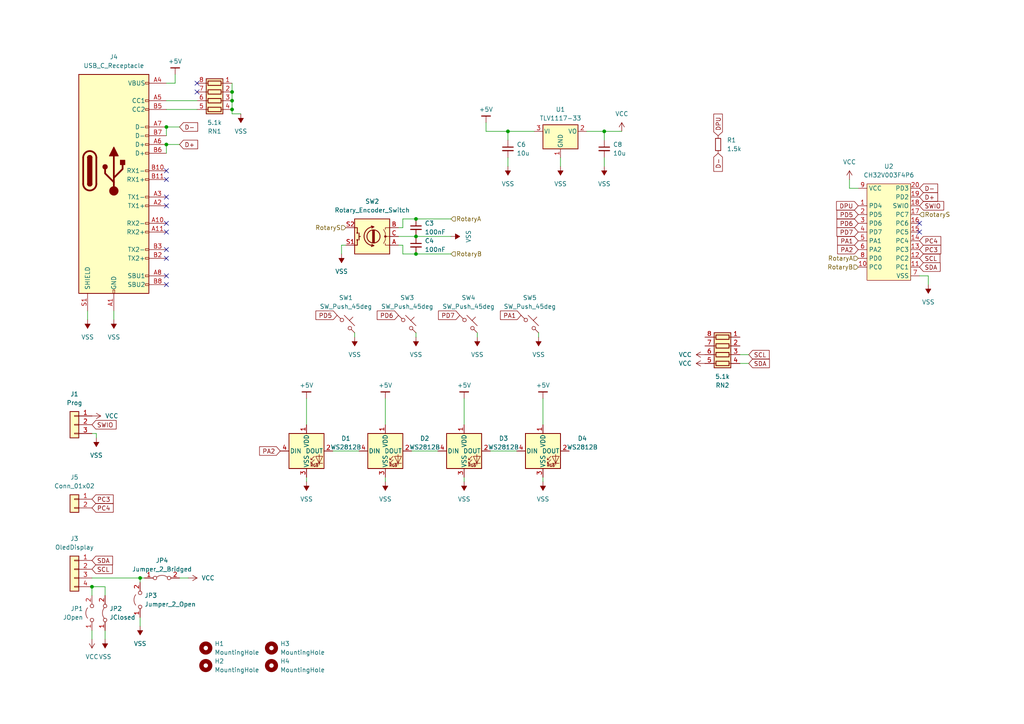
<source format=kicad_sch>
(kicad_sch
	(version 20231120)
	(generator "eeschema")
	(generator_version "8.0")
	(uuid "6b1ce88e-d492-43bc-a6b6-cc992d7063c2")
	(paper "A4")
	(lib_symbols
		(symbol "Connector:USB_C_Receptacle"
			(pin_names
				(offset 1.016)
			)
			(exclude_from_sim no)
			(in_bom yes)
			(on_board yes)
			(property "Reference" "J"
				(at -10.16 29.21 0)
				(effects
					(font
						(size 1.27 1.27)
					)
					(justify left)
				)
			)
			(property "Value" "USB_C_Receptacle"
				(at 10.16 29.21 0)
				(effects
					(font
						(size 1.27 1.27)
					)
					(justify right)
				)
			)
			(property "Footprint" ""
				(at 3.81 0 0)
				(effects
					(font
						(size 1.27 1.27)
					)
					(hide yes)
				)
			)
			(property "Datasheet" "https://www.usb.org/sites/default/files/documents/usb_type-c.zip"
				(at 3.81 0 0)
				(effects
					(font
						(size 1.27 1.27)
					)
					(hide yes)
				)
			)
			(property "Description" "USB Full-Featured Type-C Receptacle connector"
				(at 0 0 0)
				(effects
					(font
						(size 1.27 1.27)
					)
					(hide yes)
				)
			)
			(property "ki_keywords" "usb universal serial bus type-C full-featured"
				(at 0 0 0)
				(effects
					(font
						(size 1.27 1.27)
					)
					(hide yes)
				)
			)
			(property "ki_fp_filters" "USB*C*Receptacle*"
				(at 0 0 0)
				(effects
					(font
						(size 1.27 1.27)
					)
					(hide yes)
				)
			)
			(symbol "USB_C_Receptacle_0_0"
				(rectangle
					(start -0.254 -35.56)
					(end 0.254 -34.544)
					(stroke
						(width 0)
						(type default)
					)
					(fill
						(type none)
					)
				)
				(rectangle
					(start 10.16 -32.766)
					(end 9.144 -33.274)
					(stroke
						(width 0)
						(type default)
					)
					(fill
						(type none)
					)
				)
				(rectangle
					(start 10.16 -30.226)
					(end 9.144 -30.734)
					(stroke
						(width 0)
						(type default)
					)
					(fill
						(type none)
					)
				)
				(rectangle
					(start 10.16 -25.146)
					(end 9.144 -25.654)
					(stroke
						(width 0)
						(type default)
					)
					(fill
						(type none)
					)
				)
				(rectangle
					(start 10.16 -22.606)
					(end 9.144 -23.114)
					(stroke
						(width 0)
						(type default)
					)
					(fill
						(type none)
					)
				)
				(rectangle
					(start 10.16 -17.526)
					(end 9.144 -18.034)
					(stroke
						(width 0)
						(type default)
					)
					(fill
						(type none)
					)
				)
				(rectangle
					(start 10.16 -14.986)
					(end 9.144 -15.494)
					(stroke
						(width 0)
						(type default)
					)
					(fill
						(type none)
					)
				)
				(rectangle
					(start 10.16 -9.906)
					(end 9.144 -10.414)
					(stroke
						(width 0)
						(type default)
					)
					(fill
						(type none)
					)
				)
				(rectangle
					(start 10.16 -7.366)
					(end 9.144 -7.874)
					(stroke
						(width 0)
						(type default)
					)
					(fill
						(type none)
					)
				)
				(rectangle
					(start 10.16 -2.286)
					(end 9.144 -2.794)
					(stroke
						(width 0)
						(type default)
					)
					(fill
						(type none)
					)
				)
				(rectangle
					(start 10.16 0.254)
					(end 9.144 -0.254)
					(stroke
						(width 0)
						(type default)
					)
					(fill
						(type none)
					)
				)
				(rectangle
					(start 10.16 5.334)
					(end 9.144 4.826)
					(stroke
						(width 0)
						(type default)
					)
					(fill
						(type none)
					)
				)
				(rectangle
					(start 10.16 7.874)
					(end 9.144 7.366)
					(stroke
						(width 0)
						(type default)
					)
					(fill
						(type none)
					)
				)
				(rectangle
					(start 10.16 10.414)
					(end 9.144 9.906)
					(stroke
						(width 0)
						(type default)
					)
					(fill
						(type none)
					)
				)
				(rectangle
					(start 10.16 12.954)
					(end 9.144 12.446)
					(stroke
						(width 0)
						(type default)
					)
					(fill
						(type none)
					)
				)
				(rectangle
					(start 10.16 18.034)
					(end 9.144 17.526)
					(stroke
						(width 0)
						(type default)
					)
					(fill
						(type none)
					)
				)
				(rectangle
					(start 10.16 20.574)
					(end 9.144 20.066)
					(stroke
						(width 0)
						(type default)
					)
					(fill
						(type none)
					)
				)
				(rectangle
					(start 10.16 25.654)
					(end 9.144 25.146)
					(stroke
						(width 0)
						(type default)
					)
					(fill
						(type none)
					)
				)
			)
			(symbol "USB_C_Receptacle_0_1"
				(rectangle
					(start -10.16 27.94)
					(end 10.16 -35.56)
					(stroke
						(width 0.254)
						(type default)
					)
					(fill
						(type background)
					)
				)
				(arc
					(start -8.89 -3.81)
					(mid -6.985 -5.7067)
					(end -5.08 -3.81)
					(stroke
						(width 0.508)
						(type default)
					)
					(fill
						(type none)
					)
				)
				(arc
					(start -7.62 -3.81)
					(mid -6.985 -4.4423)
					(end -6.35 -3.81)
					(stroke
						(width 0.254)
						(type default)
					)
					(fill
						(type none)
					)
				)
				(arc
					(start -7.62 -3.81)
					(mid -6.985 -4.4423)
					(end -6.35 -3.81)
					(stroke
						(width 0.254)
						(type default)
					)
					(fill
						(type outline)
					)
				)
				(rectangle
					(start -7.62 -3.81)
					(end -6.35 3.81)
					(stroke
						(width 0.254)
						(type default)
					)
					(fill
						(type outline)
					)
				)
				(arc
					(start -6.35 3.81)
					(mid -6.985 4.4423)
					(end -7.62 3.81)
					(stroke
						(width 0.254)
						(type default)
					)
					(fill
						(type none)
					)
				)
				(arc
					(start -6.35 3.81)
					(mid -6.985 4.4423)
					(end -7.62 3.81)
					(stroke
						(width 0.254)
						(type default)
					)
					(fill
						(type outline)
					)
				)
				(arc
					(start -5.08 3.81)
					(mid -6.985 5.7067)
					(end -8.89 3.81)
					(stroke
						(width 0.508)
						(type default)
					)
					(fill
						(type none)
					)
				)
				(polyline
					(pts
						(xy -8.89 -3.81) (xy -8.89 3.81)
					)
					(stroke
						(width 0.508)
						(type default)
					)
					(fill
						(type none)
					)
				)
				(polyline
					(pts
						(xy -5.08 3.81) (xy -5.08 -3.81)
					)
					(stroke
						(width 0.508)
						(type default)
					)
					(fill
						(type none)
					)
				)
			)
			(symbol "USB_C_Receptacle_1_1"
				(circle
					(center -2.54 1.143)
					(radius 0.635)
					(stroke
						(width 0.254)
						(type default)
					)
					(fill
						(type outline)
					)
				)
				(circle
					(center 0 -5.842)
					(radius 1.27)
					(stroke
						(width 0)
						(type default)
					)
					(fill
						(type outline)
					)
				)
				(polyline
					(pts
						(xy 0 -5.842) (xy 0 4.318)
					)
					(stroke
						(width 0.508)
						(type default)
					)
					(fill
						(type none)
					)
				)
				(polyline
					(pts
						(xy 0 -3.302) (xy -2.54 -0.762) (xy -2.54 0.508)
					)
					(stroke
						(width 0.508)
						(type default)
					)
					(fill
						(type none)
					)
				)
				(polyline
					(pts
						(xy 0 -2.032) (xy 2.54 0.508) (xy 2.54 1.778)
					)
					(stroke
						(width 0.508)
						(type default)
					)
					(fill
						(type none)
					)
				)
				(polyline
					(pts
						(xy -1.27 4.318) (xy 0 6.858) (xy 1.27 4.318) (xy -1.27 4.318)
					)
					(stroke
						(width 0.254)
						(type default)
					)
					(fill
						(type outline)
					)
				)
				(rectangle
					(start 1.905 1.778)
					(end 3.175 3.048)
					(stroke
						(width 0.254)
						(type default)
					)
					(fill
						(type outline)
					)
				)
				(pin passive line
					(at 0 -40.64 90)
					(length 5.08)
					(name "GND"
						(effects
							(font
								(size 1.27 1.27)
							)
						)
					)
					(number "A1"
						(effects
							(font
								(size 1.27 1.27)
							)
						)
					)
				)
				(pin bidirectional line
					(at 15.24 -15.24 180)
					(length 5.08)
					(name "RX2-"
						(effects
							(font
								(size 1.27 1.27)
							)
						)
					)
					(number "A10"
						(effects
							(font
								(size 1.27 1.27)
							)
						)
					)
				)
				(pin bidirectional line
					(at 15.24 -17.78 180)
					(length 5.08)
					(name "RX2+"
						(effects
							(font
								(size 1.27 1.27)
							)
						)
					)
					(number "A11"
						(effects
							(font
								(size 1.27 1.27)
							)
						)
					)
				)
				(pin passive line
					(at 0 -40.64 90)
					(length 5.08) hide
					(name "GND"
						(effects
							(font
								(size 1.27 1.27)
							)
						)
					)
					(number "A12"
						(effects
							(font
								(size 1.27 1.27)
							)
						)
					)
				)
				(pin bidirectional line
					(at 15.24 -10.16 180)
					(length 5.08)
					(name "TX1+"
						(effects
							(font
								(size 1.27 1.27)
							)
						)
					)
					(number "A2"
						(effects
							(font
								(size 1.27 1.27)
							)
						)
					)
				)
				(pin bidirectional line
					(at 15.24 -7.62 180)
					(length 5.08)
					(name "TX1-"
						(effects
							(font
								(size 1.27 1.27)
							)
						)
					)
					(number "A3"
						(effects
							(font
								(size 1.27 1.27)
							)
						)
					)
				)
				(pin passive line
					(at 15.24 25.4 180)
					(length 5.08)
					(name "VBUS"
						(effects
							(font
								(size 1.27 1.27)
							)
						)
					)
					(number "A4"
						(effects
							(font
								(size 1.27 1.27)
							)
						)
					)
				)
				(pin bidirectional line
					(at 15.24 20.32 180)
					(length 5.08)
					(name "CC1"
						(effects
							(font
								(size 1.27 1.27)
							)
						)
					)
					(number "A5"
						(effects
							(font
								(size 1.27 1.27)
							)
						)
					)
				)
				(pin bidirectional line
					(at 15.24 7.62 180)
					(length 5.08)
					(name "D+"
						(effects
							(font
								(size 1.27 1.27)
							)
						)
					)
					(number "A6"
						(effects
							(font
								(size 1.27 1.27)
							)
						)
					)
				)
				(pin bidirectional line
					(at 15.24 12.7 180)
					(length 5.08)
					(name "D-"
						(effects
							(font
								(size 1.27 1.27)
							)
						)
					)
					(number "A7"
						(effects
							(font
								(size 1.27 1.27)
							)
						)
					)
				)
				(pin bidirectional line
					(at 15.24 -30.48 180)
					(length 5.08)
					(name "SBU1"
						(effects
							(font
								(size 1.27 1.27)
							)
						)
					)
					(number "A8"
						(effects
							(font
								(size 1.27 1.27)
							)
						)
					)
				)
				(pin passive line
					(at 15.24 25.4 180)
					(length 5.08) hide
					(name "VBUS"
						(effects
							(font
								(size 1.27 1.27)
							)
						)
					)
					(number "A9"
						(effects
							(font
								(size 1.27 1.27)
							)
						)
					)
				)
				(pin passive line
					(at 0 -40.64 90)
					(length 5.08) hide
					(name "GND"
						(effects
							(font
								(size 1.27 1.27)
							)
						)
					)
					(number "B1"
						(effects
							(font
								(size 1.27 1.27)
							)
						)
					)
				)
				(pin bidirectional line
					(at 15.24 0 180)
					(length 5.08)
					(name "RX1-"
						(effects
							(font
								(size 1.27 1.27)
							)
						)
					)
					(number "B10"
						(effects
							(font
								(size 1.27 1.27)
							)
						)
					)
				)
				(pin bidirectional line
					(at 15.24 -2.54 180)
					(length 5.08)
					(name "RX1+"
						(effects
							(font
								(size 1.27 1.27)
							)
						)
					)
					(number "B11"
						(effects
							(font
								(size 1.27 1.27)
							)
						)
					)
				)
				(pin passive line
					(at 0 -40.64 90)
					(length 5.08) hide
					(name "GND"
						(effects
							(font
								(size 1.27 1.27)
							)
						)
					)
					(number "B12"
						(effects
							(font
								(size 1.27 1.27)
							)
						)
					)
				)
				(pin bidirectional line
					(at 15.24 -25.4 180)
					(length 5.08)
					(name "TX2+"
						(effects
							(font
								(size 1.27 1.27)
							)
						)
					)
					(number "B2"
						(effects
							(font
								(size 1.27 1.27)
							)
						)
					)
				)
				(pin bidirectional line
					(at 15.24 -22.86 180)
					(length 5.08)
					(name "TX2-"
						(effects
							(font
								(size 1.27 1.27)
							)
						)
					)
					(number "B3"
						(effects
							(font
								(size 1.27 1.27)
							)
						)
					)
				)
				(pin passive line
					(at 15.24 25.4 180)
					(length 5.08) hide
					(name "VBUS"
						(effects
							(font
								(size 1.27 1.27)
							)
						)
					)
					(number "B4"
						(effects
							(font
								(size 1.27 1.27)
							)
						)
					)
				)
				(pin bidirectional line
					(at 15.24 17.78 180)
					(length 5.08)
					(name "CC2"
						(effects
							(font
								(size 1.27 1.27)
							)
						)
					)
					(number "B5"
						(effects
							(font
								(size 1.27 1.27)
							)
						)
					)
				)
				(pin bidirectional line
					(at 15.24 5.08 180)
					(length 5.08)
					(name "D+"
						(effects
							(font
								(size 1.27 1.27)
							)
						)
					)
					(number "B6"
						(effects
							(font
								(size 1.27 1.27)
							)
						)
					)
				)
				(pin bidirectional line
					(at 15.24 10.16 180)
					(length 5.08)
					(name "D-"
						(effects
							(font
								(size 1.27 1.27)
							)
						)
					)
					(number "B7"
						(effects
							(font
								(size 1.27 1.27)
							)
						)
					)
				)
				(pin bidirectional line
					(at 15.24 -33.02 180)
					(length 5.08)
					(name "SBU2"
						(effects
							(font
								(size 1.27 1.27)
							)
						)
					)
					(number "B8"
						(effects
							(font
								(size 1.27 1.27)
							)
						)
					)
				)
				(pin passive line
					(at 15.24 25.4 180)
					(length 5.08) hide
					(name "VBUS"
						(effects
							(font
								(size 1.27 1.27)
							)
						)
					)
					(number "B9"
						(effects
							(font
								(size 1.27 1.27)
							)
						)
					)
				)
				(pin passive line
					(at -7.62 -40.64 90)
					(length 5.08)
					(name "SHIELD"
						(effects
							(font
								(size 1.27 1.27)
							)
						)
					)
					(number "S1"
						(effects
							(font
								(size 1.27 1.27)
							)
						)
					)
				)
			)
		)
		(symbol "Connector_Generic:Conn_01x02"
			(pin_names
				(offset 1.016) hide)
			(exclude_from_sim no)
			(in_bom yes)
			(on_board yes)
			(property "Reference" "J"
				(at 0 2.54 0)
				(effects
					(font
						(size 1.27 1.27)
					)
				)
			)
			(property "Value" "Conn_01x02"
				(at 0 -5.08 0)
				(effects
					(font
						(size 1.27 1.27)
					)
				)
			)
			(property "Footprint" ""
				(at 0 0 0)
				(effects
					(font
						(size 1.27 1.27)
					)
					(hide yes)
				)
			)
			(property "Datasheet" "~"
				(at 0 0 0)
				(effects
					(font
						(size 1.27 1.27)
					)
					(hide yes)
				)
			)
			(property "Description" "Generic connector, single row, 01x02, script generated (kicad-library-utils/schlib/autogen/connector/)"
				(at 0 0 0)
				(effects
					(font
						(size 1.27 1.27)
					)
					(hide yes)
				)
			)
			(property "ki_keywords" "connector"
				(at 0 0 0)
				(effects
					(font
						(size 1.27 1.27)
					)
					(hide yes)
				)
			)
			(property "ki_fp_filters" "Connector*:*_1x??_*"
				(at 0 0 0)
				(effects
					(font
						(size 1.27 1.27)
					)
					(hide yes)
				)
			)
			(symbol "Conn_01x02_1_1"
				(rectangle
					(start -1.27 -2.413)
					(end 0 -2.667)
					(stroke
						(width 0.1524)
						(type default)
					)
					(fill
						(type none)
					)
				)
				(rectangle
					(start -1.27 0.127)
					(end 0 -0.127)
					(stroke
						(width 0.1524)
						(type default)
					)
					(fill
						(type none)
					)
				)
				(rectangle
					(start -1.27 1.27)
					(end 1.27 -3.81)
					(stroke
						(width 0.254)
						(type default)
					)
					(fill
						(type background)
					)
				)
				(pin passive line
					(at -5.08 0 0)
					(length 3.81)
					(name "Pin_1"
						(effects
							(font
								(size 1.27 1.27)
							)
						)
					)
					(number "1"
						(effects
							(font
								(size 1.27 1.27)
							)
						)
					)
				)
				(pin passive line
					(at -5.08 -2.54 0)
					(length 3.81)
					(name "Pin_2"
						(effects
							(font
								(size 1.27 1.27)
							)
						)
					)
					(number "2"
						(effects
							(font
								(size 1.27 1.27)
							)
						)
					)
				)
			)
		)
		(symbol "Connector_Generic:Conn_01x03"
			(pin_names
				(offset 1.016) hide)
			(exclude_from_sim no)
			(in_bom yes)
			(on_board yes)
			(property "Reference" "J"
				(at 0 5.08 0)
				(effects
					(font
						(size 1.27 1.27)
					)
				)
			)
			(property "Value" "Conn_01x03"
				(at 0 -5.08 0)
				(effects
					(font
						(size 1.27 1.27)
					)
				)
			)
			(property "Footprint" ""
				(at 0 0 0)
				(effects
					(font
						(size 1.27 1.27)
					)
					(hide yes)
				)
			)
			(property "Datasheet" "~"
				(at 0 0 0)
				(effects
					(font
						(size 1.27 1.27)
					)
					(hide yes)
				)
			)
			(property "Description" "Generic connector, single row, 01x03, script generated (kicad-library-utils/schlib/autogen/connector/)"
				(at 0 0 0)
				(effects
					(font
						(size 1.27 1.27)
					)
					(hide yes)
				)
			)
			(property "ki_keywords" "connector"
				(at 0 0 0)
				(effects
					(font
						(size 1.27 1.27)
					)
					(hide yes)
				)
			)
			(property "ki_fp_filters" "Connector*:*_1x??_*"
				(at 0 0 0)
				(effects
					(font
						(size 1.27 1.27)
					)
					(hide yes)
				)
			)
			(symbol "Conn_01x03_1_1"
				(rectangle
					(start -1.27 -2.413)
					(end 0 -2.667)
					(stroke
						(width 0.1524)
						(type default)
					)
					(fill
						(type none)
					)
				)
				(rectangle
					(start -1.27 0.127)
					(end 0 -0.127)
					(stroke
						(width 0.1524)
						(type default)
					)
					(fill
						(type none)
					)
				)
				(rectangle
					(start -1.27 2.667)
					(end 0 2.413)
					(stroke
						(width 0.1524)
						(type default)
					)
					(fill
						(type none)
					)
				)
				(rectangle
					(start -1.27 3.81)
					(end 1.27 -3.81)
					(stroke
						(width 0.254)
						(type default)
					)
					(fill
						(type background)
					)
				)
				(pin passive line
					(at -5.08 2.54 0)
					(length 3.81)
					(name "Pin_1"
						(effects
							(font
								(size 1.27 1.27)
							)
						)
					)
					(number "1"
						(effects
							(font
								(size 1.27 1.27)
							)
						)
					)
				)
				(pin passive line
					(at -5.08 0 0)
					(length 3.81)
					(name "Pin_2"
						(effects
							(font
								(size 1.27 1.27)
							)
						)
					)
					(number "2"
						(effects
							(font
								(size 1.27 1.27)
							)
						)
					)
				)
				(pin passive line
					(at -5.08 -2.54 0)
					(length 3.81)
					(name "Pin_3"
						(effects
							(font
								(size 1.27 1.27)
							)
						)
					)
					(number "3"
						(effects
							(font
								(size 1.27 1.27)
							)
						)
					)
				)
			)
		)
		(symbol "Connector_Generic:Conn_01x04"
			(pin_names
				(offset 1.016) hide)
			(exclude_from_sim no)
			(in_bom yes)
			(on_board yes)
			(property "Reference" "J"
				(at 0 5.08 0)
				(effects
					(font
						(size 1.27 1.27)
					)
				)
			)
			(property "Value" "Conn_01x04"
				(at 0 -7.62 0)
				(effects
					(font
						(size 1.27 1.27)
					)
				)
			)
			(property "Footprint" ""
				(at 0 0 0)
				(effects
					(font
						(size 1.27 1.27)
					)
					(hide yes)
				)
			)
			(property "Datasheet" "~"
				(at 0 0 0)
				(effects
					(font
						(size 1.27 1.27)
					)
					(hide yes)
				)
			)
			(property "Description" "Generic connector, single row, 01x04, script generated (kicad-library-utils/schlib/autogen/connector/)"
				(at 0 0 0)
				(effects
					(font
						(size 1.27 1.27)
					)
					(hide yes)
				)
			)
			(property "ki_keywords" "connector"
				(at 0 0 0)
				(effects
					(font
						(size 1.27 1.27)
					)
					(hide yes)
				)
			)
			(property "ki_fp_filters" "Connector*:*_1x??_*"
				(at 0 0 0)
				(effects
					(font
						(size 1.27 1.27)
					)
					(hide yes)
				)
			)
			(symbol "Conn_01x04_1_1"
				(rectangle
					(start -1.27 -4.953)
					(end 0 -5.207)
					(stroke
						(width 0.1524)
						(type default)
					)
					(fill
						(type none)
					)
				)
				(rectangle
					(start -1.27 -2.413)
					(end 0 -2.667)
					(stroke
						(width 0.1524)
						(type default)
					)
					(fill
						(type none)
					)
				)
				(rectangle
					(start -1.27 0.127)
					(end 0 -0.127)
					(stroke
						(width 0.1524)
						(type default)
					)
					(fill
						(type none)
					)
				)
				(rectangle
					(start -1.27 2.667)
					(end 0 2.413)
					(stroke
						(width 0.1524)
						(type default)
					)
					(fill
						(type none)
					)
				)
				(rectangle
					(start -1.27 3.81)
					(end 1.27 -6.35)
					(stroke
						(width 0.254)
						(type default)
					)
					(fill
						(type background)
					)
				)
				(pin passive line
					(at -5.08 2.54 0)
					(length 3.81)
					(name "Pin_1"
						(effects
							(font
								(size 1.27 1.27)
							)
						)
					)
					(number "1"
						(effects
							(font
								(size 1.27 1.27)
							)
						)
					)
				)
				(pin passive line
					(at -5.08 0 0)
					(length 3.81)
					(name "Pin_2"
						(effects
							(font
								(size 1.27 1.27)
							)
						)
					)
					(number "2"
						(effects
							(font
								(size 1.27 1.27)
							)
						)
					)
				)
				(pin passive line
					(at -5.08 -2.54 0)
					(length 3.81)
					(name "Pin_3"
						(effects
							(font
								(size 1.27 1.27)
							)
						)
					)
					(number "3"
						(effects
							(font
								(size 1.27 1.27)
							)
						)
					)
				)
				(pin passive line
					(at -5.08 -5.08 0)
					(length 3.81)
					(name "Pin_4"
						(effects
							(font
								(size 1.27 1.27)
							)
						)
					)
					(number "4"
						(effects
							(font
								(size 1.27 1.27)
							)
						)
					)
				)
			)
		)
		(symbol "Device:C_Small"
			(pin_numbers hide)
			(pin_names
				(offset 0.254) hide)
			(exclude_from_sim no)
			(in_bom yes)
			(on_board yes)
			(property "Reference" "C"
				(at 0.254 1.778 0)
				(effects
					(font
						(size 1.27 1.27)
					)
					(justify left)
				)
			)
			(property "Value" "C_Small"
				(at 0.254 -2.032 0)
				(effects
					(font
						(size 1.27 1.27)
					)
					(justify left)
				)
			)
			(property "Footprint" ""
				(at 0 0 0)
				(effects
					(font
						(size 1.27 1.27)
					)
					(hide yes)
				)
			)
			(property "Datasheet" "~"
				(at 0 0 0)
				(effects
					(font
						(size 1.27 1.27)
					)
					(hide yes)
				)
			)
			(property "Description" "Unpolarized capacitor, small symbol"
				(at 0 0 0)
				(effects
					(font
						(size 1.27 1.27)
					)
					(hide yes)
				)
			)
			(property "ki_keywords" "capacitor cap"
				(at 0 0 0)
				(effects
					(font
						(size 1.27 1.27)
					)
					(hide yes)
				)
			)
			(property "ki_fp_filters" "C_*"
				(at 0 0 0)
				(effects
					(font
						(size 1.27 1.27)
					)
					(hide yes)
				)
			)
			(symbol "C_Small_0_1"
				(polyline
					(pts
						(xy -1.524 -0.508) (xy 1.524 -0.508)
					)
					(stroke
						(width 0.3302)
						(type default)
					)
					(fill
						(type none)
					)
				)
				(polyline
					(pts
						(xy -1.524 0.508) (xy 1.524 0.508)
					)
					(stroke
						(width 0.3048)
						(type default)
					)
					(fill
						(type none)
					)
				)
			)
			(symbol "C_Small_1_1"
				(pin passive line
					(at 0 2.54 270)
					(length 2.032)
					(name "~"
						(effects
							(font
								(size 1.27 1.27)
							)
						)
					)
					(number "1"
						(effects
							(font
								(size 1.27 1.27)
							)
						)
					)
				)
				(pin passive line
					(at 0 -2.54 90)
					(length 2.032)
					(name "~"
						(effects
							(font
								(size 1.27 1.27)
							)
						)
					)
					(number "2"
						(effects
							(font
								(size 1.27 1.27)
							)
						)
					)
				)
			)
		)
		(symbol "Device:R_Pack04"
			(pin_names
				(offset 0) hide)
			(exclude_from_sim no)
			(in_bom yes)
			(on_board yes)
			(property "Reference" "RN"
				(at -7.62 0 90)
				(effects
					(font
						(size 1.27 1.27)
					)
				)
			)
			(property "Value" "R_Pack04"
				(at 5.08 0 90)
				(effects
					(font
						(size 1.27 1.27)
					)
				)
			)
			(property "Footprint" ""
				(at 6.985 0 90)
				(effects
					(font
						(size 1.27 1.27)
					)
					(hide yes)
				)
			)
			(property "Datasheet" "~"
				(at 0 0 0)
				(effects
					(font
						(size 1.27 1.27)
					)
					(hide yes)
				)
			)
			(property "Description" "4 resistor network, parallel topology"
				(at 0 0 0)
				(effects
					(font
						(size 1.27 1.27)
					)
					(hide yes)
				)
			)
			(property "ki_keywords" "R network parallel topology isolated"
				(at 0 0 0)
				(effects
					(font
						(size 1.27 1.27)
					)
					(hide yes)
				)
			)
			(property "ki_fp_filters" "DIP* SOIC* R*Array*Concave* R*Array*Convex*"
				(at 0 0 0)
				(effects
					(font
						(size 1.27 1.27)
					)
					(hide yes)
				)
			)
			(symbol "R_Pack04_0_1"
				(rectangle
					(start -6.35 -2.413)
					(end 3.81 2.413)
					(stroke
						(width 0.254)
						(type default)
					)
					(fill
						(type background)
					)
				)
				(rectangle
					(start -5.715 1.905)
					(end -4.445 -1.905)
					(stroke
						(width 0.254)
						(type default)
					)
					(fill
						(type none)
					)
				)
				(rectangle
					(start -3.175 1.905)
					(end -1.905 -1.905)
					(stroke
						(width 0.254)
						(type default)
					)
					(fill
						(type none)
					)
				)
				(rectangle
					(start -0.635 1.905)
					(end 0.635 -1.905)
					(stroke
						(width 0.254)
						(type default)
					)
					(fill
						(type none)
					)
				)
				(polyline
					(pts
						(xy -5.08 -2.54) (xy -5.08 -1.905)
					)
					(stroke
						(width 0)
						(type default)
					)
					(fill
						(type none)
					)
				)
				(polyline
					(pts
						(xy -5.08 1.905) (xy -5.08 2.54)
					)
					(stroke
						(width 0)
						(type default)
					)
					(fill
						(type none)
					)
				)
				(polyline
					(pts
						(xy -2.54 -2.54) (xy -2.54 -1.905)
					)
					(stroke
						(width 0)
						(type default)
					)
					(fill
						(type none)
					)
				)
				(polyline
					(pts
						(xy -2.54 1.905) (xy -2.54 2.54)
					)
					(stroke
						(width 0)
						(type default)
					)
					(fill
						(type none)
					)
				)
				(polyline
					(pts
						(xy 0 -2.54) (xy 0 -1.905)
					)
					(stroke
						(width 0)
						(type default)
					)
					(fill
						(type none)
					)
				)
				(polyline
					(pts
						(xy 0 1.905) (xy 0 2.54)
					)
					(stroke
						(width 0)
						(type default)
					)
					(fill
						(type none)
					)
				)
				(polyline
					(pts
						(xy 2.54 -2.54) (xy 2.54 -1.905)
					)
					(stroke
						(width 0)
						(type default)
					)
					(fill
						(type none)
					)
				)
				(polyline
					(pts
						(xy 2.54 1.905) (xy 2.54 2.54)
					)
					(stroke
						(width 0)
						(type default)
					)
					(fill
						(type none)
					)
				)
				(rectangle
					(start 1.905 1.905)
					(end 3.175 -1.905)
					(stroke
						(width 0.254)
						(type default)
					)
					(fill
						(type none)
					)
				)
			)
			(symbol "R_Pack04_1_1"
				(pin passive line
					(at -5.08 -5.08 90)
					(length 2.54)
					(name "R1.1"
						(effects
							(font
								(size 1.27 1.27)
							)
						)
					)
					(number "1"
						(effects
							(font
								(size 1.27 1.27)
							)
						)
					)
				)
				(pin passive line
					(at -2.54 -5.08 90)
					(length 2.54)
					(name "R2.1"
						(effects
							(font
								(size 1.27 1.27)
							)
						)
					)
					(number "2"
						(effects
							(font
								(size 1.27 1.27)
							)
						)
					)
				)
				(pin passive line
					(at 0 -5.08 90)
					(length 2.54)
					(name "R3.1"
						(effects
							(font
								(size 1.27 1.27)
							)
						)
					)
					(number "3"
						(effects
							(font
								(size 1.27 1.27)
							)
						)
					)
				)
				(pin passive line
					(at 2.54 -5.08 90)
					(length 2.54)
					(name "R4.1"
						(effects
							(font
								(size 1.27 1.27)
							)
						)
					)
					(number "4"
						(effects
							(font
								(size 1.27 1.27)
							)
						)
					)
				)
				(pin passive line
					(at 2.54 5.08 270)
					(length 2.54)
					(name "R4.2"
						(effects
							(font
								(size 1.27 1.27)
							)
						)
					)
					(number "5"
						(effects
							(font
								(size 1.27 1.27)
							)
						)
					)
				)
				(pin passive line
					(at 0 5.08 270)
					(length 2.54)
					(name "R3.2"
						(effects
							(font
								(size 1.27 1.27)
							)
						)
					)
					(number "6"
						(effects
							(font
								(size 1.27 1.27)
							)
						)
					)
				)
				(pin passive line
					(at -2.54 5.08 270)
					(length 2.54)
					(name "R2.2"
						(effects
							(font
								(size 1.27 1.27)
							)
						)
					)
					(number "7"
						(effects
							(font
								(size 1.27 1.27)
							)
						)
					)
				)
				(pin passive line
					(at -5.08 5.08 270)
					(length 2.54)
					(name "R1.2"
						(effects
							(font
								(size 1.27 1.27)
							)
						)
					)
					(number "8"
						(effects
							(font
								(size 1.27 1.27)
							)
						)
					)
				)
			)
		)
		(symbol "Device:R_Small"
			(pin_numbers hide)
			(pin_names
				(offset 0.254) hide)
			(exclude_from_sim no)
			(in_bom yes)
			(on_board yes)
			(property "Reference" "R"
				(at 0.762 0.508 0)
				(effects
					(font
						(size 1.27 1.27)
					)
					(justify left)
				)
			)
			(property "Value" "R_Small"
				(at 0.762 -1.016 0)
				(effects
					(font
						(size 1.27 1.27)
					)
					(justify left)
				)
			)
			(property "Footprint" ""
				(at 0 0 0)
				(effects
					(font
						(size 1.27 1.27)
					)
					(hide yes)
				)
			)
			(property "Datasheet" "~"
				(at 0 0 0)
				(effects
					(font
						(size 1.27 1.27)
					)
					(hide yes)
				)
			)
			(property "Description" "Resistor, small symbol"
				(at 0 0 0)
				(effects
					(font
						(size 1.27 1.27)
					)
					(hide yes)
				)
			)
			(property "ki_keywords" "R resistor"
				(at 0 0 0)
				(effects
					(font
						(size 1.27 1.27)
					)
					(hide yes)
				)
			)
			(property "ki_fp_filters" "R_*"
				(at 0 0 0)
				(effects
					(font
						(size 1.27 1.27)
					)
					(hide yes)
				)
			)
			(symbol "R_Small_0_1"
				(rectangle
					(start -0.762 1.778)
					(end 0.762 -1.778)
					(stroke
						(width 0.2032)
						(type default)
					)
					(fill
						(type none)
					)
				)
			)
			(symbol "R_Small_1_1"
				(pin passive line
					(at 0 2.54 270)
					(length 0.762)
					(name "~"
						(effects
							(font
								(size 1.27 1.27)
							)
						)
					)
					(number "1"
						(effects
							(font
								(size 1.27 1.27)
							)
						)
					)
				)
				(pin passive line
					(at 0 -2.54 90)
					(length 0.762)
					(name "~"
						(effects
							(font
								(size 1.27 1.27)
							)
						)
					)
					(number "2"
						(effects
							(font
								(size 1.27 1.27)
							)
						)
					)
				)
			)
		)
		(symbol "Device:Rotary_Encoder_Switch"
			(pin_names
				(offset 0.254) hide)
			(exclude_from_sim no)
			(in_bom yes)
			(on_board yes)
			(property "Reference" "SW"
				(at 0 6.604 0)
				(effects
					(font
						(size 1.27 1.27)
					)
				)
			)
			(property "Value" "Rotary_Encoder_Switch"
				(at 0 -6.604 0)
				(effects
					(font
						(size 1.27 1.27)
					)
				)
			)
			(property "Footprint" ""
				(at -3.81 4.064 0)
				(effects
					(font
						(size 1.27 1.27)
					)
					(hide yes)
				)
			)
			(property "Datasheet" "~"
				(at 0 6.604 0)
				(effects
					(font
						(size 1.27 1.27)
					)
					(hide yes)
				)
			)
			(property "Description" "Rotary encoder, dual channel, incremental quadrate outputs, with switch"
				(at 0 0 0)
				(effects
					(font
						(size 1.27 1.27)
					)
					(hide yes)
				)
			)
			(property "ki_keywords" "rotary switch encoder switch push button"
				(at 0 0 0)
				(effects
					(font
						(size 1.27 1.27)
					)
					(hide yes)
				)
			)
			(property "ki_fp_filters" "RotaryEncoder*Switch*"
				(at 0 0 0)
				(effects
					(font
						(size 1.27 1.27)
					)
					(hide yes)
				)
			)
			(symbol "Rotary_Encoder_Switch_0_1"
				(rectangle
					(start -5.08 5.08)
					(end 5.08 -5.08)
					(stroke
						(width 0.254)
						(type default)
					)
					(fill
						(type background)
					)
				)
				(circle
					(center -3.81 0)
					(radius 0.254)
					(stroke
						(width 0)
						(type default)
					)
					(fill
						(type outline)
					)
				)
				(arc
					(start -0.381 -2.794)
					(mid 2.3376 -0.0635)
					(end -0.381 2.667)
					(stroke
						(width 0.254)
						(type default)
					)
					(fill
						(type none)
					)
				)
				(circle
					(center -0.381 0)
					(radius 1.905)
					(stroke
						(width 0.254)
						(type default)
					)
					(fill
						(type none)
					)
				)
				(polyline
					(pts
						(xy -0.635 -1.778) (xy -0.635 1.778)
					)
					(stroke
						(width 0.254)
						(type default)
					)
					(fill
						(type none)
					)
				)
				(polyline
					(pts
						(xy -0.381 -1.778) (xy -0.381 1.778)
					)
					(stroke
						(width 0.254)
						(type default)
					)
					(fill
						(type none)
					)
				)
				(polyline
					(pts
						(xy -0.127 1.778) (xy -0.127 -1.778)
					)
					(stroke
						(width 0.254)
						(type default)
					)
					(fill
						(type none)
					)
				)
				(polyline
					(pts
						(xy 3.81 0) (xy 3.429 0)
					)
					(stroke
						(width 0.254)
						(type default)
					)
					(fill
						(type none)
					)
				)
				(polyline
					(pts
						(xy 3.81 1.016) (xy 3.81 -1.016)
					)
					(stroke
						(width 0.254)
						(type default)
					)
					(fill
						(type none)
					)
				)
				(polyline
					(pts
						(xy -5.08 -2.54) (xy -3.81 -2.54) (xy -3.81 -2.032)
					)
					(stroke
						(width 0)
						(type default)
					)
					(fill
						(type none)
					)
				)
				(polyline
					(pts
						(xy -5.08 2.54) (xy -3.81 2.54) (xy -3.81 2.032)
					)
					(stroke
						(width 0)
						(type default)
					)
					(fill
						(type none)
					)
				)
				(polyline
					(pts
						(xy 0.254 -3.048) (xy -0.508 -2.794) (xy 0.127 -2.413)
					)
					(stroke
						(width 0.254)
						(type default)
					)
					(fill
						(type none)
					)
				)
				(polyline
					(pts
						(xy 0.254 2.921) (xy -0.508 2.667) (xy 0.127 2.286)
					)
					(stroke
						(width 0.254)
						(type default)
					)
					(fill
						(type none)
					)
				)
				(polyline
					(pts
						(xy 5.08 -2.54) (xy 4.318 -2.54) (xy 4.318 -1.016)
					)
					(stroke
						(width 0.254)
						(type default)
					)
					(fill
						(type none)
					)
				)
				(polyline
					(pts
						(xy 5.08 2.54) (xy 4.318 2.54) (xy 4.318 1.016)
					)
					(stroke
						(width 0.254)
						(type default)
					)
					(fill
						(type none)
					)
				)
				(polyline
					(pts
						(xy -5.08 0) (xy -3.81 0) (xy -3.81 -1.016) (xy -3.302 -2.032)
					)
					(stroke
						(width 0)
						(type default)
					)
					(fill
						(type none)
					)
				)
				(polyline
					(pts
						(xy -4.318 0) (xy -3.81 0) (xy -3.81 1.016) (xy -3.302 2.032)
					)
					(stroke
						(width 0)
						(type default)
					)
					(fill
						(type none)
					)
				)
				(circle
					(center 4.318 -1.016)
					(radius 0.127)
					(stroke
						(width 0.254)
						(type default)
					)
					(fill
						(type none)
					)
				)
				(circle
					(center 4.318 1.016)
					(radius 0.127)
					(stroke
						(width 0.254)
						(type default)
					)
					(fill
						(type none)
					)
				)
			)
			(symbol "Rotary_Encoder_Switch_1_1"
				(pin passive line
					(at -7.62 2.54 0)
					(length 2.54)
					(name "A"
						(effects
							(font
								(size 1.27 1.27)
							)
						)
					)
					(number "A"
						(effects
							(font
								(size 1.27 1.27)
							)
						)
					)
				)
				(pin passive line
					(at -7.62 -2.54 0)
					(length 2.54)
					(name "B"
						(effects
							(font
								(size 1.27 1.27)
							)
						)
					)
					(number "B"
						(effects
							(font
								(size 1.27 1.27)
							)
						)
					)
				)
				(pin passive line
					(at -7.62 0 0)
					(length 2.54)
					(name "C"
						(effects
							(font
								(size 1.27 1.27)
							)
						)
					)
					(number "C"
						(effects
							(font
								(size 1.27 1.27)
							)
						)
					)
				)
				(pin passive line
					(at 7.62 2.54 180)
					(length 2.54)
					(name "S1"
						(effects
							(font
								(size 1.27 1.27)
							)
						)
					)
					(number "S1"
						(effects
							(font
								(size 1.27 1.27)
							)
						)
					)
				)
				(pin passive line
					(at 7.62 -2.54 180)
					(length 2.54)
					(name "S2"
						(effects
							(font
								(size 1.27 1.27)
							)
						)
					)
					(number "S2"
						(effects
							(font
								(size 1.27 1.27)
							)
						)
					)
				)
			)
		)
		(symbol "Jumper:Jumper_2_Bridged"
			(pin_names
				(offset 0) hide)
			(exclude_from_sim no)
			(in_bom yes)
			(on_board yes)
			(property "Reference" "JP"
				(at 0 1.905 0)
				(effects
					(font
						(size 1.27 1.27)
					)
				)
			)
			(property "Value" "Jumper_2_Bridged"
				(at 0 -2.54 0)
				(effects
					(font
						(size 1.27 1.27)
					)
				)
			)
			(property "Footprint" ""
				(at 0 0 0)
				(effects
					(font
						(size 1.27 1.27)
					)
					(hide yes)
				)
			)
			(property "Datasheet" "~"
				(at 0 0 0)
				(effects
					(font
						(size 1.27 1.27)
					)
					(hide yes)
				)
			)
			(property "Description" "Jumper, 2-pole, closed/bridged"
				(at 0 0 0)
				(effects
					(font
						(size 1.27 1.27)
					)
					(hide yes)
				)
			)
			(property "ki_keywords" "Jumper SPST"
				(at 0 0 0)
				(effects
					(font
						(size 1.27 1.27)
					)
					(hide yes)
				)
			)
			(property "ki_fp_filters" "Jumper* TestPoint*2Pads* TestPoint*Bridge*"
				(at 0 0 0)
				(effects
					(font
						(size 1.27 1.27)
					)
					(hide yes)
				)
			)
			(symbol "Jumper_2_Bridged_0_0"
				(circle
					(center -2.032 0)
					(radius 0.508)
					(stroke
						(width 0)
						(type default)
					)
					(fill
						(type none)
					)
				)
				(circle
					(center 2.032 0)
					(radius 0.508)
					(stroke
						(width 0)
						(type default)
					)
					(fill
						(type none)
					)
				)
			)
			(symbol "Jumper_2_Bridged_0_1"
				(arc
					(start 1.524 0.254)
					(mid 0 0.762)
					(end -1.524 0.254)
					(stroke
						(width 0)
						(type default)
					)
					(fill
						(type none)
					)
				)
			)
			(symbol "Jumper_2_Bridged_1_1"
				(pin passive line
					(at -5.08 0 0)
					(length 2.54)
					(name "A"
						(effects
							(font
								(size 1.27 1.27)
							)
						)
					)
					(number "1"
						(effects
							(font
								(size 1.27 1.27)
							)
						)
					)
				)
				(pin passive line
					(at 5.08 0 180)
					(length 2.54)
					(name "B"
						(effects
							(font
								(size 1.27 1.27)
							)
						)
					)
					(number "2"
						(effects
							(font
								(size 1.27 1.27)
							)
						)
					)
				)
			)
		)
		(symbol "Jumper:Jumper_2_Open"
			(pin_names
				(offset 0) hide)
			(exclude_from_sim no)
			(in_bom yes)
			(on_board yes)
			(property "Reference" "JP"
				(at 0 2.794 0)
				(effects
					(font
						(size 1.27 1.27)
					)
				)
			)
			(property "Value" "Jumper_2_Open"
				(at 0 -2.286 0)
				(effects
					(font
						(size 1.27 1.27)
					)
				)
			)
			(property "Footprint" ""
				(at 0 0 0)
				(effects
					(font
						(size 1.27 1.27)
					)
					(hide yes)
				)
			)
			(property "Datasheet" "~"
				(at 0 0 0)
				(effects
					(font
						(size 1.27 1.27)
					)
					(hide yes)
				)
			)
			(property "Description" "Jumper, 2-pole, open"
				(at 0 0 0)
				(effects
					(font
						(size 1.27 1.27)
					)
					(hide yes)
				)
			)
			(property "ki_keywords" "Jumper SPST"
				(at 0 0 0)
				(effects
					(font
						(size 1.27 1.27)
					)
					(hide yes)
				)
			)
			(property "ki_fp_filters" "Jumper* TestPoint*2Pads* TestPoint*Bridge*"
				(at 0 0 0)
				(effects
					(font
						(size 1.27 1.27)
					)
					(hide yes)
				)
			)
			(symbol "Jumper_2_Open_0_0"
				(circle
					(center -2.032 0)
					(radius 0.508)
					(stroke
						(width 0)
						(type default)
					)
					(fill
						(type none)
					)
				)
				(circle
					(center 2.032 0)
					(radius 0.508)
					(stroke
						(width 0)
						(type default)
					)
					(fill
						(type none)
					)
				)
			)
			(symbol "Jumper_2_Open_0_1"
				(arc
					(start 1.524 1.27)
					(mid 0 1.778)
					(end -1.524 1.27)
					(stroke
						(width 0)
						(type default)
					)
					(fill
						(type none)
					)
				)
			)
			(symbol "Jumper_2_Open_1_1"
				(pin passive line
					(at -5.08 0 0)
					(length 2.54)
					(name "A"
						(effects
							(font
								(size 1.27 1.27)
							)
						)
					)
					(number "1"
						(effects
							(font
								(size 1.27 1.27)
							)
						)
					)
				)
				(pin passive line
					(at 5.08 0 180)
					(length 2.54)
					(name "B"
						(effects
							(font
								(size 1.27 1.27)
							)
						)
					)
					(number "2"
						(effects
							(font
								(size 1.27 1.27)
							)
						)
					)
				)
			)
		)
		(symbol "Mechanical:MountingHole"
			(pin_names
				(offset 1.016)
			)
			(exclude_from_sim no)
			(in_bom yes)
			(on_board yes)
			(property "Reference" "H"
				(at 0 5.08 0)
				(effects
					(font
						(size 1.27 1.27)
					)
				)
			)
			(property "Value" "MountingHole"
				(at 0 3.175 0)
				(effects
					(font
						(size 1.27 1.27)
					)
				)
			)
			(property "Footprint" ""
				(at 0 0 0)
				(effects
					(font
						(size 1.27 1.27)
					)
					(hide yes)
				)
			)
			(property "Datasheet" "~"
				(at 0 0 0)
				(effects
					(font
						(size 1.27 1.27)
					)
					(hide yes)
				)
			)
			(property "Description" "Mounting Hole without connection"
				(at 0 0 0)
				(effects
					(font
						(size 1.27 1.27)
					)
					(hide yes)
				)
			)
			(property "ki_keywords" "mounting hole"
				(at 0 0 0)
				(effects
					(font
						(size 1.27 1.27)
					)
					(hide yes)
				)
			)
			(property "ki_fp_filters" "MountingHole*"
				(at 0 0 0)
				(effects
					(font
						(size 1.27 1.27)
					)
					(hide yes)
				)
			)
			(symbol "MountingHole_0_1"
				(circle
					(center 0 0)
					(radius 1.27)
					(stroke
						(width 1.27)
						(type default)
					)
					(fill
						(type none)
					)
				)
			)
		)
		(symbol "Regulator_Linear:TLV1117-33"
			(pin_names
				(offset 0.254)
			)
			(exclude_from_sim no)
			(in_bom yes)
			(on_board yes)
			(property "Reference" "U"
				(at -3.81 3.175 0)
				(effects
					(font
						(size 1.27 1.27)
					)
				)
			)
			(property "Value" "TLV1117-33"
				(at 0 3.175 0)
				(effects
					(font
						(size 1.27 1.27)
					)
					(justify left)
				)
			)
			(property "Footprint" ""
				(at 0 0 0)
				(effects
					(font
						(size 1.27 1.27)
					)
					(hide yes)
				)
			)
			(property "Datasheet" "http://www.ti.com/lit/ds/symlink/tlv1117.pdf"
				(at 0 0 0)
				(effects
					(font
						(size 1.27 1.27)
					)
					(hide yes)
				)
			)
			(property "Description" "800mA Low-Dropout Linear Regulator, 3.3V fixed output, TO-220/TO-252/TO-263/SOT-223"
				(at 0 0 0)
				(effects
					(font
						(size 1.27 1.27)
					)
					(hide yes)
				)
			)
			(property "ki_keywords" "linear regulator ldo fixed positive"
				(at 0 0 0)
				(effects
					(font
						(size 1.27 1.27)
					)
					(hide yes)
				)
			)
			(property "ki_fp_filters" "SOT?223* TO?263* TO?252* TO?220*"
				(at 0 0 0)
				(effects
					(font
						(size 1.27 1.27)
					)
					(hide yes)
				)
			)
			(symbol "TLV1117-33_0_1"
				(rectangle
					(start -5.08 -5.08)
					(end 5.08 1.905)
					(stroke
						(width 0.254)
						(type default)
					)
					(fill
						(type background)
					)
				)
			)
			(symbol "TLV1117-33_1_1"
				(pin power_in line
					(at 0 -7.62 90)
					(length 2.54)
					(name "GND"
						(effects
							(font
								(size 1.27 1.27)
							)
						)
					)
					(number "1"
						(effects
							(font
								(size 1.27 1.27)
							)
						)
					)
				)
				(pin power_out line
					(at 7.62 0 180)
					(length 2.54)
					(name "VO"
						(effects
							(font
								(size 1.27 1.27)
							)
						)
					)
					(number "2"
						(effects
							(font
								(size 1.27 1.27)
							)
						)
					)
				)
				(pin power_in line
					(at -7.62 0 0)
					(length 2.54)
					(name "VI"
						(effects
							(font
								(size 1.27 1.27)
							)
						)
					)
					(number "3"
						(effects
							(font
								(size 1.27 1.27)
							)
						)
					)
				)
			)
		)
		(symbol "Switch:SW_Push_45deg"
			(pin_numbers hide)
			(pin_names
				(offset 1.016) hide)
			(exclude_from_sim no)
			(in_bom yes)
			(on_board yes)
			(property "Reference" "SW"
				(at 3.048 1.016 0)
				(effects
					(font
						(size 1.27 1.27)
					)
					(justify left)
				)
			)
			(property "Value" "SW_Push_45deg"
				(at 0 -3.81 0)
				(effects
					(font
						(size 1.27 1.27)
					)
				)
			)
			(property "Footprint" ""
				(at 0 0 0)
				(effects
					(font
						(size 1.27 1.27)
					)
					(hide yes)
				)
			)
			(property "Datasheet" "~"
				(at 0 0 0)
				(effects
					(font
						(size 1.27 1.27)
					)
					(hide yes)
				)
			)
			(property "Description" "Push button switch, normally open, two pins, 45° tilted"
				(at 0 0 0)
				(effects
					(font
						(size 1.27 1.27)
					)
					(hide yes)
				)
			)
			(property "ki_keywords" "switch normally-open pushbutton push-button"
				(at 0 0 0)
				(effects
					(font
						(size 1.27 1.27)
					)
					(hide yes)
				)
			)
			(symbol "SW_Push_45deg_0_1"
				(circle
					(center -1.1684 1.1684)
					(radius 0.508)
					(stroke
						(width 0)
						(type default)
					)
					(fill
						(type none)
					)
				)
				(polyline
					(pts
						(xy -0.508 2.54) (xy 2.54 -0.508)
					)
					(stroke
						(width 0)
						(type default)
					)
					(fill
						(type none)
					)
				)
				(polyline
					(pts
						(xy 1.016 1.016) (xy 2.032 2.032)
					)
					(stroke
						(width 0)
						(type default)
					)
					(fill
						(type none)
					)
				)
				(polyline
					(pts
						(xy -2.54 2.54) (xy -1.524 1.524) (xy -1.524 1.524)
					)
					(stroke
						(width 0)
						(type default)
					)
					(fill
						(type none)
					)
				)
				(polyline
					(pts
						(xy 1.524 -1.524) (xy 2.54 -2.54) (xy 2.54 -2.54) (xy 2.54 -2.54)
					)
					(stroke
						(width 0)
						(type default)
					)
					(fill
						(type none)
					)
				)
				(circle
					(center 1.143 -1.1938)
					(radius 0.508)
					(stroke
						(width 0)
						(type default)
					)
					(fill
						(type none)
					)
				)
				(pin passive line
					(at -2.54 2.54 0)
					(length 0)
					(name "1"
						(effects
							(font
								(size 1.27 1.27)
							)
						)
					)
					(number "1"
						(effects
							(font
								(size 1.27 1.27)
							)
						)
					)
				)
				(pin passive line
					(at 2.54 -2.54 180)
					(length 0)
					(name "2"
						(effects
							(font
								(size 1.27 1.27)
							)
						)
					)
					(number "2"
						(effects
							(font
								(size 1.27 1.27)
							)
						)
					)
				)
			)
		)
		(symbol "WCH:CH32V003F4P6"
			(exclude_from_sim no)
			(in_bom yes)
			(on_board yes)
			(property "Reference" "U"
				(at 5.08 -24.13 0)
				(effects
					(font
						(size 1.27 1.27)
					)
				)
			)
			(property "Value" "CH32V003F4P6"
				(at 0 6.35 0)
				(effects
					(font
						(size 1.27 1.27)
					)
				)
			)
			(property "Footprint" ""
				(at 0 0 0)
				(effects
					(font
						(size 1.27 1.27)
					)
					(hide yes)
				)
			)
			(property "Datasheet" ""
				(at 0 0 0)
				(effects
					(font
						(size 1.27 1.27)
					)
					(hide yes)
				)
			)
			(property "Description" ""
				(at 0 0 0)
				(effects
					(font
						(size 1.27 1.27)
					)
					(hide yes)
				)
			)
			(symbol "CH32V003F4P6_0_1"
				(rectangle
					(start -6.35 5.08)
					(end 6.35 -22.86)
					(stroke
						(width 0.1524)
						(type default)
					)
					(fill
						(type background)
					)
				)
			)
			(symbol "CH32V003F4P6_1_1"
				(pin input line
					(at -8.89 -1.27 0)
					(length 2.54)
					(name "PD4"
						(effects
							(font
								(size 1.27 1.27)
							)
						)
					)
					(number "1"
						(effects
							(font
								(size 1.27 1.27)
							)
						)
					)
				)
				(pin input line
					(at -8.89 -19.05 0)
					(length 2.54)
					(name "PC0"
						(effects
							(font
								(size 1.27 1.27)
							)
						)
					)
					(number "10"
						(effects
							(font
								(size 1.27 1.27)
							)
						)
					)
				)
				(pin input line
					(at 8.89 -19.05 180)
					(length 2.54)
					(name "PC1"
						(effects
							(font
								(size 1.27 1.27)
							)
						)
					)
					(number "11"
						(effects
							(font
								(size 1.27 1.27)
							)
						)
					)
				)
				(pin input line
					(at 8.89 -16.51 180)
					(length 2.54)
					(name "PC2"
						(effects
							(font
								(size 1.27 1.27)
							)
						)
					)
					(number "12"
						(effects
							(font
								(size 1.27 1.27)
							)
						)
					)
				)
				(pin input line
					(at 8.89 -13.97 180)
					(length 2.54)
					(name "PC3"
						(effects
							(font
								(size 1.27 1.27)
							)
						)
					)
					(number "13"
						(effects
							(font
								(size 1.27 1.27)
							)
						)
					)
				)
				(pin input line
					(at 8.89 -11.43 180)
					(length 2.54)
					(name "PC4"
						(effects
							(font
								(size 1.27 1.27)
							)
						)
					)
					(number "14"
						(effects
							(font
								(size 1.27 1.27)
							)
						)
					)
				)
				(pin input line
					(at 8.89 -8.89 180)
					(length 2.54)
					(name "PC5"
						(effects
							(font
								(size 1.27 1.27)
							)
						)
					)
					(number "15"
						(effects
							(font
								(size 1.27 1.27)
							)
						)
					)
				)
				(pin input line
					(at 8.89 -6.35 180)
					(length 2.54)
					(name "PC6"
						(effects
							(font
								(size 1.27 1.27)
							)
						)
					)
					(number "16"
						(effects
							(font
								(size 1.27 1.27)
							)
						)
					)
				)
				(pin input line
					(at 8.89 -3.81 180)
					(length 2.54)
					(name "PC7"
						(effects
							(font
								(size 1.27 1.27)
							)
						)
					)
					(number "17"
						(effects
							(font
								(size 1.27 1.27)
							)
						)
					)
				)
				(pin input line
					(at 8.89 -1.27 180)
					(length 2.54)
					(name "SWIO"
						(effects
							(font
								(size 1.27 1.27)
							)
						)
					)
					(number "18"
						(effects
							(font
								(size 1.27 1.27)
							)
						)
					)
				)
				(pin input line
					(at 8.89 1.27 180)
					(length 2.54)
					(name "PD2"
						(effects
							(font
								(size 1.27 1.27)
							)
						)
					)
					(number "19"
						(effects
							(font
								(size 1.27 1.27)
							)
						)
					)
				)
				(pin input line
					(at -8.89 -3.81 0)
					(length 2.54)
					(name "PD5"
						(effects
							(font
								(size 1.27 1.27)
							)
						)
					)
					(number "2"
						(effects
							(font
								(size 1.27 1.27)
							)
						)
					)
				)
				(pin input line
					(at 8.89 3.81 180)
					(length 2.54)
					(name "PD3"
						(effects
							(font
								(size 1.27 1.27)
							)
						)
					)
					(number "20"
						(effects
							(font
								(size 1.27 1.27)
							)
						)
					)
				)
				(pin input line
					(at -8.89 -6.35 0)
					(length 2.54)
					(name "PD6"
						(effects
							(font
								(size 1.27 1.27)
							)
						)
					)
					(number "3"
						(effects
							(font
								(size 1.27 1.27)
							)
						)
					)
				)
				(pin input line
					(at -8.89 -8.89 0)
					(length 2.54)
					(name "PD7"
						(effects
							(font
								(size 1.27 1.27)
							)
						)
					)
					(number "4"
						(effects
							(font
								(size 1.27 1.27)
							)
						)
					)
				)
				(pin input line
					(at -8.89 -11.43 0)
					(length 2.54)
					(name "PA1"
						(effects
							(font
								(size 1.27 1.27)
							)
						)
					)
					(number "5"
						(effects
							(font
								(size 1.27 1.27)
							)
						)
					)
				)
				(pin input line
					(at -8.89 -13.97 0)
					(length 2.54)
					(name "PA2"
						(effects
							(font
								(size 1.27 1.27)
							)
						)
					)
					(number "6"
						(effects
							(font
								(size 1.27 1.27)
							)
						)
					)
				)
				(pin input line
					(at 8.89 -21.59 180)
					(length 2.54)
					(name "VSS"
						(effects
							(font
								(size 1.27 1.27)
							)
						)
					)
					(number "7"
						(effects
							(font
								(size 1.27 1.27)
							)
						)
					)
				)
				(pin input line
					(at -8.89 -16.51 0)
					(length 2.54)
					(name "PD0"
						(effects
							(font
								(size 1.27 1.27)
							)
						)
					)
					(number "8"
						(effects
							(font
								(size 1.27 1.27)
							)
						)
					)
				)
				(pin input line
					(at -8.89 3.81 0)
					(length 2.54)
					(name "VCC"
						(effects
							(font
								(size 1.27 1.27)
							)
						)
					)
					(number "9"
						(effects
							(font
								(size 1.27 1.27)
							)
						)
					)
				)
			)
		)
		(symbol "WS2812B_1"
			(pin_names
				(offset 0.254)
			)
			(exclude_from_sim no)
			(in_bom yes)
			(on_board yes)
			(property "Reference" "D"
				(at 5.08 5.715 0)
				(effects
					(font
						(size 1.27 1.27)
					)
					(justify right bottom)
				)
			)
			(property "Value" "WS2812B"
				(at 1.27 -5.715 0)
				(effects
					(font
						(size 1.27 1.27)
					)
					(justify left top)
				)
			)
			(property "Footprint" "LED_SMD:LED_WS2812B_PLCC4_5.0x5.0mm_P3.2mm"
				(at 1.27 -7.62 0)
				(effects
					(font
						(size 1.27 1.27)
					)
					(justify left top)
					(hide yes)
				)
			)
			(property "Datasheet" "https://cdn-shop.adafruit.com/datasheets/WS2812B.pdf"
				(at 2.54 -9.525 0)
				(effects
					(font
						(size 1.27 1.27)
					)
					(justify left top)
					(hide yes)
				)
			)
			(property "Description" "RGB LED with integrated controller"
				(at 0 0 0)
				(effects
					(font
						(size 1.27 1.27)
					)
					(hide yes)
				)
			)
			(property "ki_keywords" "RGB LED NeoPixel addressable"
				(at 0 0 0)
				(effects
					(font
						(size 1.27 1.27)
					)
					(hide yes)
				)
			)
			(property "ki_fp_filters" "LED*WS2812*PLCC*5.0x5.0mm*P3.2mm*"
				(at 0 0 0)
				(effects
					(font
						(size 1.27 1.27)
					)
					(hide yes)
				)
			)
			(symbol "WS2812B_1_0_0"
				(text "RGB"
					(at 2.286 -4.191 0)
					(effects
						(font
							(size 0.762 0.762)
						)
					)
				)
			)
			(symbol "WS2812B_1_0_1"
				(polyline
					(pts
						(xy 1.27 -3.556) (xy 1.778 -3.556)
					)
					(stroke
						(width 0)
						(type default)
					)
					(fill
						(type none)
					)
				)
				(polyline
					(pts
						(xy 1.27 -2.54) (xy 1.778 -2.54)
					)
					(stroke
						(width 0)
						(type default)
					)
					(fill
						(type none)
					)
				)
				(polyline
					(pts
						(xy 4.699 -3.556) (xy 2.667 -3.556)
					)
					(stroke
						(width 0)
						(type default)
					)
					(fill
						(type none)
					)
				)
				(polyline
					(pts
						(xy 2.286 -2.54) (xy 1.27 -3.556) (xy 1.27 -3.048)
					)
					(stroke
						(width 0)
						(type default)
					)
					(fill
						(type none)
					)
				)
				(polyline
					(pts
						(xy 2.286 -1.524) (xy 1.27 -2.54) (xy 1.27 -2.032)
					)
					(stroke
						(width 0)
						(type default)
					)
					(fill
						(type none)
					)
				)
				(polyline
					(pts
						(xy 3.683 -1.016) (xy 3.683 -3.556) (xy 3.683 -4.064)
					)
					(stroke
						(width 0)
						(type default)
					)
					(fill
						(type none)
					)
				)
				(polyline
					(pts
						(xy 4.699 -1.524) (xy 2.667 -1.524) (xy 3.683 -3.556) (xy 4.699 -1.524)
					)
					(stroke
						(width 0)
						(type default)
					)
					(fill
						(type none)
					)
				)
				(rectangle
					(start 5.08 5.08)
					(end -5.08 -5.08)
					(stroke
						(width 0.254)
						(type default)
					)
					(fill
						(type background)
					)
				)
			)
			(symbol "WS2812B_1_1_1"
				(pin power_in line
					(at 0 7.62 270)
					(length 2.54)
					(name "VDD"
						(effects
							(font
								(size 1.27 1.27)
							)
						)
					)
					(number "1"
						(effects
							(font
								(size 1.27 1.27)
							)
						)
					)
				)
				(pin output line
					(at 7.62 0 180)
					(length 2.54)
					(name "DOUT"
						(effects
							(font
								(size 1.27 1.27)
							)
						)
					)
					(number "2"
						(effects
							(font
								(size 1.27 1.27)
							)
						)
					)
				)
				(pin power_in line
					(at 0 -7.62 90)
					(length 2.54)
					(name "VSS"
						(effects
							(font
								(size 1.27 1.27)
							)
						)
					)
					(number "3"
						(effects
							(font
								(size 1.27 1.27)
							)
						)
					)
				)
				(pin input line
					(at -7.62 0 0)
					(length 2.54)
					(name "DIN"
						(effects
							(font
								(size 1.27 1.27)
							)
						)
					)
					(number "4"
						(effects
							(font
								(size 1.27 1.27)
							)
						)
					)
				)
			)
		)
		(symbol "gkl_power:+5V"
			(power)
			(pin_names
				(offset 0)
			)
			(exclude_from_sim no)
			(in_bom yes)
			(on_board yes)
			(property "Reference" "#PWR"
				(at 0 -3.81 0)
				(effects
					(font
						(size 1.27 1.27)
					)
					(hide yes)
				)
			)
			(property "Value" "+5V"
				(at 0 3.175 0)
				(effects
					(font
						(size 1.27 1.27)
					)
				)
			)
			(property "Footprint" ""
				(at 0 0 0)
				(effects
					(font
						(size 1.27 1.27)
					)
					(hide yes)
				)
			)
			(property "Datasheet" ""
				(at 0 0 0)
				(effects
					(font
						(size 1.27 1.27)
					)
					(hide yes)
				)
			)
			(property "Description" ""
				(at 0 0 0)
				(effects
					(font
						(size 1.27 1.27)
					)
					(hide yes)
				)
			)
			(symbol "+5V_0_1"
				(polyline
					(pts
						(xy -1.27 1.905) (xy 1.27 1.905)
					)
					(stroke
						(width 0.3048)
						(type solid)
					)
					(fill
						(type none)
					)
				)
				(polyline
					(pts
						(xy 0 0) (xy 0 1.905)
					)
					(stroke
						(width 0)
						(type solid)
					)
					(fill
						(type none)
					)
				)
			)
			(symbol "+5V_1_1"
				(pin power_in line
					(at 0 0 90)
					(length 0) hide
					(name "+5V"
						(effects
							(font
								(size 1.27 1.27)
							)
						)
					)
					(number "1"
						(effects
							(font
								(size 1.27 1.27)
							)
						)
					)
				)
			)
		)
		(symbol "power:VCC"
			(power)
			(pin_names
				(offset 0)
			)
			(exclude_from_sim no)
			(in_bom yes)
			(on_board yes)
			(property "Reference" "#PWR"
				(at 0 -3.81 0)
				(effects
					(font
						(size 1.27 1.27)
					)
					(hide yes)
				)
			)
			(property "Value" "VCC"
				(at 0 3.81 0)
				(effects
					(font
						(size 1.27 1.27)
					)
				)
			)
			(property "Footprint" ""
				(at 0 0 0)
				(effects
					(font
						(size 1.27 1.27)
					)
					(hide yes)
				)
			)
			(property "Datasheet" ""
				(at 0 0 0)
				(effects
					(font
						(size 1.27 1.27)
					)
					(hide yes)
				)
			)
			(property "Description" "Power symbol creates a global label with name \"VCC\""
				(at 0 0 0)
				(effects
					(font
						(size 1.27 1.27)
					)
					(hide yes)
				)
			)
			(property "ki_keywords" "global power"
				(at 0 0 0)
				(effects
					(font
						(size 1.27 1.27)
					)
					(hide yes)
				)
			)
			(symbol "VCC_0_1"
				(polyline
					(pts
						(xy -0.762 1.27) (xy 0 2.54)
					)
					(stroke
						(width 0)
						(type default)
					)
					(fill
						(type none)
					)
				)
				(polyline
					(pts
						(xy 0 0) (xy 0 2.54)
					)
					(stroke
						(width 0)
						(type default)
					)
					(fill
						(type none)
					)
				)
				(polyline
					(pts
						(xy 0 2.54) (xy 0.762 1.27)
					)
					(stroke
						(width 0)
						(type default)
					)
					(fill
						(type none)
					)
				)
			)
			(symbol "VCC_1_1"
				(pin power_in line
					(at 0 0 90)
					(length 0) hide
					(name "VCC"
						(effects
							(font
								(size 1.27 1.27)
							)
						)
					)
					(number "1"
						(effects
							(font
								(size 1.27 1.27)
							)
						)
					)
				)
			)
		)
		(symbol "power:VSS"
			(power)
			(pin_names
				(offset 0)
			)
			(exclude_from_sim no)
			(in_bom yes)
			(on_board yes)
			(property "Reference" "#PWR"
				(at 0 -3.81 0)
				(effects
					(font
						(size 1.27 1.27)
					)
					(hide yes)
				)
			)
			(property "Value" "VSS"
				(at 0 3.81 0)
				(effects
					(font
						(size 1.27 1.27)
					)
				)
			)
			(property "Footprint" ""
				(at 0 0 0)
				(effects
					(font
						(size 1.27 1.27)
					)
					(hide yes)
				)
			)
			(property "Datasheet" ""
				(at 0 0 0)
				(effects
					(font
						(size 1.27 1.27)
					)
					(hide yes)
				)
			)
			(property "Description" "Power symbol creates a global label with name \"VSS\""
				(at 0 0 0)
				(effects
					(font
						(size 1.27 1.27)
					)
					(hide yes)
				)
			)
			(property "ki_keywords" "global power"
				(at 0 0 0)
				(effects
					(font
						(size 1.27 1.27)
					)
					(hide yes)
				)
			)
			(symbol "VSS_0_1"
				(polyline
					(pts
						(xy 0 0) (xy 0 2.54)
					)
					(stroke
						(width 0)
						(type default)
					)
					(fill
						(type none)
					)
				)
				(polyline
					(pts
						(xy 0.762 1.27) (xy -0.762 1.27) (xy 0 2.54) (xy 0.762 1.27)
					)
					(stroke
						(width 0)
						(type default)
					)
					(fill
						(type outline)
					)
				)
			)
			(symbol "VSS_1_1"
				(pin power_in line
					(at 0 0 90)
					(length 0) hide
					(name "VSS"
						(effects
							(font
								(size 1.27 1.27)
							)
						)
					)
					(number "1"
						(effects
							(font
								(size 1.27 1.27)
							)
						)
					)
				)
			)
		)
	)
	(junction
		(at 147.32 38.1)
		(diameter 0)
		(color 0 0 0 0)
		(uuid "2154c094-14aa-4dcb-9bf2-651f35dd7bd2")
	)
	(junction
		(at 26.67 170.18)
		(diameter 0)
		(color 0 0 0 0)
		(uuid "2a2ed651-d062-4ad2-a9f1-86c0d4816858")
	)
	(junction
		(at 48.26 36.83)
		(diameter 0)
		(color 0 0 0 0)
		(uuid "32f7014f-d057-400c-8b76-34a33b72c6f3")
	)
	(junction
		(at 120.65 63.5)
		(diameter 0.9144)
		(color 0 0 0 0)
		(uuid "3cda6e04-06f5-4965-bb17-320bc6303f57")
	)
	(junction
		(at 67.31 29.21)
		(diameter 0)
		(color 0 0 0 0)
		(uuid "71fc2938-7ee8-4ccc-8947-640c46b21966")
	)
	(junction
		(at 40.64 167.64)
		(diameter 0)
		(color 0 0 0 0)
		(uuid "962add99-fc2b-4868-90e4-8d32b891f6e6")
	)
	(junction
		(at 48.26 41.91)
		(diameter 0)
		(color 0 0 0 0)
		(uuid "98ff072f-dc94-45a0-aca4-b8561c83e50c")
	)
	(junction
		(at 120.65 68.58)
		(diameter 0.9144)
		(color 0 0 0 0)
		(uuid "9ec3d9b9-26fe-4130-b340-9d44b93b4f5e")
	)
	(junction
		(at 67.31 26.67)
		(diameter 0)
		(color 0 0 0 0)
		(uuid "9f0341fa-ba67-4c18-9dfc-b7bad98bcc4b")
	)
	(junction
		(at 120.65 73.66)
		(diameter 0.9144)
		(color 0 0 0 0)
		(uuid "b7c9f060-ffad-49a1-8cb6-7d754cd2e3a6")
	)
	(junction
		(at 175.26 38.1)
		(diameter 0)
		(color 0 0 0 0)
		(uuid "c6620f57-de5d-4dbc-8399-c37ff2a430d4")
	)
	(junction
		(at 67.31 31.75)
		(diameter 0)
		(color 0 0 0 0)
		(uuid "d3217f12-96f6-4fb7-a5ea-33cbfea2fccd")
	)
	(no_connect
		(at 266.7 67.31)
		(uuid "01bafcd7-016d-4a5d-8b3c-bf746dcb1d3a")
	)
	(no_connect
		(at 48.26 72.39)
		(uuid "041b6bea-5c08-4a3f-9013-d905675540fc")
	)
	(no_connect
		(at 48.26 64.77)
		(uuid "0c93ae6a-23ec-4ec3-b514-9b5626e9c6d6")
	)
	(no_connect
		(at 48.26 74.93)
		(uuid "2c6f2539-0482-4b44-97a3-e0f57977a80b")
	)
	(no_connect
		(at 48.26 52.07)
		(uuid "6570fe2f-0c59-4734-9388-85d69aa3e95a")
	)
	(no_connect
		(at 57.15 26.67)
		(uuid "664f2f99-ba39-451d-8df6-660b0ac7400f")
	)
	(no_connect
		(at 48.26 49.53)
		(uuid "93d0de4a-25f6-4478-95fa-4f7698d15ccd")
	)
	(no_connect
		(at 48.26 59.69)
		(uuid "9727ef51-72a8-42dc-931f-5e4a0393c311")
	)
	(no_connect
		(at 48.26 80.01)
		(uuid "a714c60e-7244-4f0e-a98a-0d9bb75288bc")
	)
	(no_connect
		(at 48.26 82.55)
		(uuid "b1136367-3c43-43e3-a198-49c42027d111")
	)
	(no_connect
		(at 266.7 64.77)
		(uuid "b57316a3-61d1-492d-8538-e32a700f8569")
	)
	(no_connect
		(at 57.15 24.13)
		(uuid "bb8c0df0-6326-4f4f-a911-767c7981a058")
	)
	(no_connect
		(at 48.26 67.31)
		(uuid "cb9bcc99-faa9-4c8f-b1e1-e5ba4df4d443")
	)
	(no_connect
		(at 48.26 57.15)
		(uuid "fe288452-9c86-4e32-bfb9-c31aa55413ff")
	)
	(wire
		(pts
			(xy 48.26 41.91) (xy 52.07 41.91)
		)
		(stroke
			(width 0)
			(type default)
		)
		(uuid "080e8b1c-0ab4-4e9d-b741-1c823504c6c9")
	)
	(wire
		(pts
			(xy 52.07 167.64) (xy 54.61 167.64)
		)
		(stroke
			(width 0)
			(type default)
		)
		(uuid "0b78038d-a509-43e6-a149-445dcb98ec77")
	)
	(wire
		(pts
			(xy 116.84 66.04) (xy 116.84 63.5)
		)
		(stroke
			(width 0)
			(type solid)
		)
		(uuid "11373324-15e3-4fbd-81ac-f2759e9827d4")
	)
	(wire
		(pts
			(xy 67.31 26.67) (xy 67.31 29.21)
		)
		(stroke
			(width 0)
			(type default)
		)
		(uuid "142e066a-1597-460b-9412-fddfe441d0b6")
	)
	(wire
		(pts
			(xy 67.31 29.21) (xy 67.31 31.75)
		)
		(stroke
			(width 0)
			(type default)
		)
		(uuid "1928c1b8-cd7c-4834-acf7-0fda49f54efb")
	)
	(wire
		(pts
			(xy 26.67 170.18) (xy 26.67 172.72)
		)
		(stroke
			(width 0)
			(type default)
		)
		(uuid "1afa63a8-597f-4ea0-8178-a94982138e84")
	)
	(wire
		(pts
			(xy 157.48 138.43) (xy 157.48 139.7)
		)
		(stroke
			(width 0)
			(type default)
		)
		(uuid "1e7e4ca9-27d9-46c6-8e94-6035879656d5")
	)
	(wire
		(pts
			(xy 116.84 71.12) (xy 116.84 73.66)
		)
		(stroke
			(width 0)
			(type solid)
		)
		(uuid "2515ded3-95ec-4106-90c1-d89d4583d062")
	)
	(wire
		(pts
			(xy 269.24 82.55) (xy 269.24 80.01)
		)
		(stroke
			(width 0)
			(type default)
		)
		(uuid "2d56144a-4af7-42be-b66a-0fd50fb3350b")
	)
	(wire
		(pts
			(xy 162.56 45.72) (xy 162.56 48.26)
		)
		(stroke
			(width 0)
			(type default)
		)
		(uuid "2e992c00-67fb-4f7a-9e4e-650b7429b9cb")
	)
	(wire
		(pts
			(xy 30.48 182.88) (xy 30.48 185.42)
		)
		(stroke
			(width 0)
			(type default)
		)
		(uuid "3577d9b3-4636-49e2-8a91-fb6f26be013a")
	)
	(wire
		(pts
			(xy 111.76 115.57) (xy 111.76 123.19)
		)
		(stroke
			(width 0)
			(type default)
		)
		(uuid "369902f0-f53e-4850-8443-5e1df176f895")
	)
	(wire
		(pts
			(xy 25.4 90.17) (xy 25.4 92.71)
		)
		(stroke
			(width 0)
			(type default)
		)
		(uuid "39781e24-6747-46fc-8d1b-a93031c22c2e")
	)
	(wire
		(pts
			(xy 116.84 73.66) (xy 120.65 73.66)
		)
		(stroke
			(width 0)
			(type solid)
		)
		(uuid "3c8f748f-8e0b-4976-944f-d2b28b1332ba")
	)
	(wire
		(pts
			(xy 170.18 38.1) (xy 175.26 38.1)
		)
		(stroke
			(width 0)
			(type default)
		)
		(uuid "41074a1a-7546-4c71-a9f4-a6b5ed4c2228")
	)
	(wire
		(pts
			(xy 102.87 96.52) (xy 102.87 97.79)
		)
		(stroke
			(width 0)
			(type default)
		)
		(uuid "42492137-8e3f-4718-b2e3-09fd337598b2")
	)
	(wire
		(pts
			(xy 67.31 33.02) (xy 67.31 31.75)
		)
		(stroke
			(width 0)
			(type default)
		)
		(uuid "4302bd80-f236-4dd1-ba07-2531a3418896")
	)
	(wire
		(pts
			(xy 27.94 127) (xy 27.94 125.73)
		)
		(stroke
			(width 0)
			(type default)
		)
		(uuid "4352782f-72f9-4f36-a8a7-89fbfe82c776")
	)
	(wire
		(pts
			(xy 115.57 66.04) (xy 116.84 66.04)
		)
		(stroke
			(width 0)
			(type solid)
		)
		(uuid "454d0499-a4e6-43e5-87b1-a314d1c6b601")
	)
	(wire
		(pts
			(xy 48.26 31.75) (xy 57.15 31.75)
		)
		(stroke
			(width 0)
			(type default)
		)
		(uuid "456f915a-d32c-47c8-a706-fdb17add1a31")
	)
	(wire
		(pts
			(xy 147.32 38.1) (xy 154.94 38.1)
		)
		(stroke
			(width 0)
			(type default)
		)
		(uuid "4929c84b-01cd-4422-9281-b0cd7625f878")
	)
	(wire
		(pts
			(xy 138.43 96.52) (xy 138.43 97.79)
		)
		(stroke
			(width 0)
			(type default)
		)
		(uuid "52b42730-45c1-4a3d-8fde-f528cb1631f0")
	)
	(wire
		(pts
			(xy 156.21 96.52) (xy 156.21 97.79)
		)
		(stroke
			(width 0)
			(type default)
		)
		(uuid "54ed06b5-c9b2-49c3-8eea-297d0373aa0c")
	)
	(wire
		(pts
			(xy 147.32 38.1) (xy 147.32 40.64)
		)
		(stroke
			(width 0)
			(type default)
		)
		(uuid "5b4bf66a-c81d-42bd-85f9-6522839ee835")
	)
	(wire
		(pts
			(xy 88.9 138.43) (xy 88.9 139.7)
		)
		(stroke
			(width 0)
			(type default)
		)
		(uuid "6c37456c-2ba5-4f06-805f-4f5844d1e7bd")
	)
	(wire
		(pts
			(xy 175.26 45.72) (xy 175.26 48.26)
		)
		(stroke
			(width 0)
			(type default)
		)
		(uuid "70a279a6-875b-44fc-ad27-45f91aa3890a")
	)
	(wire
		(pts
			(xy 48.26 29.21) (xy 57.15 29.21)
		)
		(stroke
			(width 0)
			(type default)
		)
		(uuid "711d4900-9d6a-489a-b195-31bb28c00f1d")
	)
	(wire
		(pts
			(xy 115.57 68.58) (xy 120.65 68.58)
		)
		(stroke
			(width 0)
			(type solid)
		)
		(uuid "78f7e043-75b7-44c1-bdb3-032fd9b0500a")
	)
	(wire
		(pts
			(xy 48.26 36.83) (xy 48.26 39.37)
		)
		(stroke
			(width 0)
			(type default)
		)
		(uuid "79be0fd9-f7d8-44f0-a953-c1111a4564e9")
	)
	(wire
		(pts
			(xy 67.31 24.13) (xy 67.31 26.67)
		)
		(stroke
			(width 0)
			(type default)
		)
		(uuid "7be40922-7bee-4794-a1bc-dca5dfe381e1")
	)
	(wire
		(pts
			(xy 214.63 102.87) (xy 217.17 102.87)
		)
		(stroke
			(width 0)
			(type default)
		)
		(uuid "7debd9a9-0cd4-44ef-8a4d-c07a3c56297a")
	)
	(wire
		(pts
			(xy 120.65 68.58) (xy 130.81 68.58)
		)
		(stroke
			(width 0)
			(type solid)
		)
		(uuid "7f5b3482-ac59-4024-a13c-5393d227e833")
	)
	(wire
		(pts
			(xy 88.9 115.57) (xy 88.9 123.19)
		)
		(stroke
			(width 0)
			(type default)
		)
		(uuid "80f4740d-f766-4105-bce8-7df08ab1ccba")
	)
	(wire
		(pts
			(xy 30.48 172.72) (xy 30.48 170.18)
		)
		(stroke
			(width 0)
			(type default)
		)
		(uuid "811f7d3f-e696-432b-8879-c0e50540c4ef")
	)
	(wire
		(pts
			(xy 214.63 105.41) (xy 217.17 105.41)
		)
		(stroke
			(width 0)
			(type default)
		)
		(uuid "81ee417e-2ad7-45c6-a4d9-c0d284c564a6")
	)
	(wire
		(pts
			(xy 30.48 170.18) (xy 26.67 170.18)
		)
		(stroke
			(width 0)
			(type default)
		)
		(uuid "83fd9788-2a4e-4533-ba95-ff7d43a24038")
	)
	(wire
		(pts
			(xy 120.65 63.5) (xy 130.81 63.5)
		)
		(stroke
			(width 0)
			(type solid)
		)
		(uuid "85892f22-cad4-45df-8bda-438faef9e5d8")
	)
	(wire
		(pts
			(xy 140.97 38.1) (xy 147.32 38.1)
		)
		(stroke
			(width 0)
			(type default)
		)
		(uuid "8b8910d4-4ac8-48dc-852a-8f6c187c35ab")
	)
	(wire
		(pts
			(xy 48.26 44.45) (xy 48.26 41.91)
		)
		(stroke
			(width 0)
			(type default)
		)
		(uuid "91d8f7e4-581c-45f8-87fb-313f641f9486")
	)
	(wire
		(pts
			(xy 48.26 36.83) (xy 52.07 36.83)
		)
		(stroke
			(width 0)
			(type default)
		)
		(uuid "926eb210-57e9-4ab1-a8ba-6a594b0a9323")
	)
	(wire
		(pts
			(xy 99.06 73.66) (xy 99.06 71.12)
		)
		(stroke
			(width 0)
			(type default)
		)
		(uuid "929dad74-07d2-4f59-8366-0c9575a96779")
	)
	(wire
		(pts
			(xy 40.64 167.64) (xy 40.64 168.91)
		)
		(stroke
			(width 0)
			(type default)
		)
		(uuid "957a22a7-e40a-4175-9f96-0539ee986d5d")
	)
	(wire
		(pts
			(xy 120.65 96.52) (xy 120.65 97.79)
		)
		(stroke
			(width 0)
			(type default)
		)
		(uuid "986648df-682c-4e34-8f9e-6b1747252718")
	)
	(wire
		(pts
			(xy 48.26 24.13) (xy 50.8 24.13)
		)
		(stroke
			(width 0)
			(type default)
		)
		(uuid "9bed2db0-2ca7-4a1f-89e9-1d3c5c7ecbe4")
	)
	(wire
		(pts
			(xy 115.57 71.12) (xy 116.84 71.12)
		)
		(stroke
			(width 0)
			(type solid)
		)
		(uuid "9e4be44b-0e01-4d5e-93ec-bc0f3197aaf9")
	)
	(wire
		(pts
			(xy 120.65 73.66) (xy 130.81 73.66)
		)
		(stroke
			(width 0)
			(type solid)
		)
		(uuid "a0c47dad-6d25-4829-b8d2-2c9c328008d6")
	)
	(wire
		(pts
			(xy 175.26 38.1) (xy 175.26 40.64)
		)
		(stroke
			(width 0)
			(type default)
		)
		(uuid "a4f68162-aca4-4f8e-a83b-11cbba1b28da")
	)
	(wire
		(pts
			(xy 116.84 63.5) (xy 120.65 63.5)
		)
		(stroke
			(width 0)
			(type solid)
		)
		(uuid "a65c6e64-7dd0-4a80-bf26-35e404c3f7f3")
	)
	(wire
		(pts
			(xy 147.32 45.72) (xy 147.32 48.26)
		)
		(stroke
			(width 0)
			(type default)
		)
		(uuid "a8c57d23-e5f6-466d-a05d-a5e359cc8ba5")
	)
	(wire
		(pts
			(xy 27.94 125.73) (xy 26.67 125.73)
		)
		(stroke
			(width 0)
			(type default)
		)
		(uuid "aa5e2849-87ad-4290-8733-a1537dbea321")
	)
	(wire
		(pts
			(xy 99.06 71.12) (xy 100.33 71.12)
		)
		(stroke
			(width 0)
			(type default)
		)
		(uuid "b10625ea-a162-4ae0-ab1f-c4b20c356a0d")
	)
	(wire
		(pts
			(xy 134.62 115.57) (xy 134.62 123.19)
		)
		(stroke
			(width 0)
			(type default)
		)
		(uuid "b23bfe8d-e3dd-4c37-9c5e-5798f8dd654a")
	)
	(wire
		(pts
			(xy 33.02 90.17) (xy 33.02 92.71)
		)
		(stroke
			(width 0)
			(type default)
		)
		(uuid "b3109222-da32-4187-a1eb-18dc9da8941d")
	)
	(wire
		(pts
			(xy 26.67 182.88) (xy 26.67 185.42)
		)
		(stroke
			(width 0)
			(type default)
		)
		(uuid "b94c619d-8302-431f-8e50-36159dcc82ae")
	)
	(wire
		(pts
			(xy 134.62 138.43) (xy 134.62 139.7)
		)
		(stroke
			(width 0)
			(type default)
		)
		(uuid "bea92ae4-a9d7-42a1-90fb-2a423611a059")
	)
	(wire
		(pts
			(xy 40.64 179.07) (xy 40.64 181.61)
		)
		(stroke
			(width 0)
			(type default)
		)
		(uuid "c0527804-03e7-488e-9355-32f81223db6b")
	)
	(wire
		(pts
			(xy 157.48 115.57) (xy 157.48 123.19)
		)
		(stroke
			(width 0)
			(type default)
		)
		(uuid "cbd4a801-6bb9-40ab-ad23-8bed7327c00e")
	)
	(wire
		(pts
			(xy 246.38 52.07) (xy 246.38 54.61)
		)
		(stroke
			(width 0)
			(type default)
		)
		(uuid "ccfe066a-83c1-4db4-b839-8e8c27c7db95")
	)
	(wire
		(pts
			(xy 96.52 130.81) (xy 104.14 130.81)
		)
		(stroke
			(width 0)
			(type default)
		)
		(uuid "d1f89133-c2cf-4a59-ba6c-0099ee8614cd")
	)
	(wire
		(pts
			(xy 142.24 130.81) (xy 149.86 130.81)
		)
		(stroke
			(width 0)
			(type default)
		)
		(uuid "d92bcf12-876c-4ceb-85f5-d0ed200ec023")
	)
	(wire
		(pts
			(xy 119.38 130.81) (xy 127 130.81)
		)
		(stroke
			(width 0)
			(type default)
		)
		(uuid "d9734c18-d73c-4a58-bbd4-1e609849436f")
	)
	(wire
		(pts
			(xy 140.97 35.56) (xy 140.97 38.1)
		)
		(stroke
			(width 0)
			(type default)
		)
		(uuid "de351475-d207-4cf9-a0d0-85bbb4bb5eaa")
	)
	(wire
		(pts
			(xy 111.76 138.43) (xy 111.76 139.7)
		)
		(stroke
			(width 0)
			(type default)
		)
		(uuid "e0560292-7fa0-4f22-8168-fe29706aa188")
	)
	(wire
		(pts
			(xy 69.85 33.02) (xy 67.31 33.02)
		)
		(stroke
			(width 0)
			(type default)
		)
		(uuid "e5311b79-53db-4ad7-b270-7506679746bc")
	)
	(wire
		(pts
			(xy 40.64 167.64) (xy 41.91 167.64)
		)
		(stroke
			(width 0)
			(type default)
		)
		(uuid "e6a700da-0823-496e-a420-c6dbfb0812fd")
	)
	(wire
		(pts
			(xy 246.38 54.61) (xy 248.92 54.61)
		)
		(stroke
			(width 0)
			(type default)
		)
		(uuid "ec400151-06d5-4c97-bcf7-9b2cd938f4f9")
	)
	(wire
		(pts
			(xy 175.26 38.1) (xy 180.34 38.1)
		)
		(stroke
			(width 0)
			(type default)
		)
		(uuid "f30a291b-3ee2-4216-b70d-104209434ca1")
	)
	(wire
		(pts
			(xy 26.67 167.64) (xy 40.64 167.64)
		)
		(stroke
			(width 0)
			(type default)
		)
		(uuid "f7f45051-3bf4-427b-bbdc-93da94e0cb77")
	)
	(wire
		(pts
			(xy 269.24 80.01) (xy 266.7 80.01)
		)
		(stroke
			(width 0)
			(type default)
		)
		(uuid "f9118052-5500-40be-b3f6-15121fec4dfb")
	)
	(wire
		(pts
			(xy 50.8 24.13) (xy 50.8 21.59)
		)
		(stroke
			(width 0)
			(type default)
		)
		(uuid "fcf9b0e6-3250-46fc-b9b0-70e9cd876879")
	)
	(global_label "D-"
		(shape input)
		(at 208.28 44.45 270)
		(fields_autoplaced yes)
		(effects
			(font
				(size 1.27 1.27)
			)
			(justify right)
		)
		(uuid "093df96c-f2d7-4e29-9090-d5821a181d4f")
		(property "Intersheetrefs" "${INTERSHEET_REFS}"
			(at 208.28 50.2776 90)
			(effects
				(font
					(size 1.27 1.27)
				)
				(justify right)
				(hide yes)
			)
		)
	)
	(global_label "PC4"
		(shape input)
		(at 26.67 147.32 0)
		(fields_autoplaced yes)
		(effects
			(font
				(size 1.27 1.27)
			)
			(justify left)
		)
		(uuid "0f441e2d-b19c-4c8a-89c6-0b0da4a10474")
		(property "Intersheetrefs" "${INTERSHEET_REFS}"
			(at 33.4047 147.32 0)
			(effects
				(font
					(size 1.27 1.27)
				)
				(justify left)
				(hide yes)
			)
		)
	)
	(global_label "SDA"
		(shape input)
		(at 266.7 77.47 0)
		(fields_autoplaced yes)
		(effects
			(font
				(size 1.27 1.27)
			)
			(justify left)
		)
		(uuid "231e9d6f-f255-4230-bdc3-4bc3ae04670c")
		(property "Intersheetrefs" "${INTERSHEET_REFS}"
			(at 273.2533 77.47 0)
			(effects
				(font
					(size 1.27 1.27)
				)
				(justify left)
				(hide yes)
			)
		)
	)
	(global_label "SCL"
		(shape input)
		(at 217.17 102.87 0)
		(fields_autoplaced yes)
		(effects
			(font
				(size 1.27 1.27)
			)
			(justify left)
		)
		(uuid "28de858c-81c2-4a85-bc62-1e7217255672")
		(property "Intersheetrefs" "${INTERSHEET_REFS}"
			(at 223.6628 102.87 0)
			(effects
				(font
					(size 1.27 1.27)
				)
				(justify left)
				(hide yes)
			)
		)
	)
	(global_label "PA1"
		(shape input)
		(at 248.92 69.85 180)
		(fields_autoplaced yes)
		(effects
			(font
				(size 1.27 1.27)
			)
			(justify right)
		)
		(uuid "2961f69a-0fc9-4d48-95b8-8ed497178fd6")
		(property "Intersheetrefs" "${INTERSHEET_REFS}"
			(at 242.3667 69.85 0)
			(effects
				(font
					(size 1.27 1.27)
				)
				(justify right)
				(hide yes)
			)
		)
	)
	(global_label "PD5"
		(shape input)
		(at 248.92 62.23 180)
		(fields_autoplaced yes)
		(effects
			(font
				(size 1.27 1.27)
			)
			(justify right)
		)
		(uuid "2ae85b1e-b2ba-4791-bc4c-024f71abe36b")
		(property "Intersheetrefs" "${INTERSHEET_REFS}"
			(at 242.1853 62.23 0)
			(effects
				(font
					(size 1.27 1.27)
				)
				(justify right)
				(hide yes)
			)
		)
	)
	(global_label "SWIO"
		(shape input)
		(at 266.7 59.69 0)
		(fields_autoplaced yes)
		(effects
			(font
				(size 1.27 1.27)
			)
			(justify left)
		)
		(uuid "3ae115d9-d349-4bbf-aa9f-f7b1faeaec26")
		(property "Intersheetrefs" "${INTERSHEET_REFS}"
			(at 274.2814 59.69 0)
			(effects
				(font
					(size 1.27 1.27)
				)
				(justify left)
				(hide yes)
			)
		)
	)
	(global_label "PD6"
		(shape input)
		(at 115.57 91.44 180)
		(fields_autoplaced yes)
		(effects
			(font
				(size 1.27 1.27)
			)
			(justify right)
		)
		(uuid "41009653-f240-4002-a06e-b62aa1852716")
		(property "Intersheetrefs" "${INTERSHEET_REFS}"
			(at 108.8353 91.44 0)
			(effects
				(font
					(size 1.27 1.27)
				)
				(justify right)
				(hide yes)
			)
		)
	)
	(global_label "PC3"
		(shape input)
		(at 266.7 72.39 0)
		(fields_autoplaced yes)
		(effects
			(font
				(size 1.27 1.27)
			)
			(justify left)
		)
		(uuid "61181749-a2a6-4839-ab11-95112de82e7b")
		(property "Intersheetrefs" "${INTERSHEET_REFS}"
			(at 273.4347 72.39 0)
			(effects
				(font
					(size 1.27 1.27)
				)
				(justify left)
				(hide yes)
			)
		)
	)
	(global_label "PA2"
		(shape input)
		(at 248.92 72.39 180)
		(fields_autoplaced yes)
		(effects
			(font
				(size 1.27 1.27)
			)
			(justify right)
		)
		(uuid "62d4596e-e737-42b0-bbfc-d646831386c2")
		(property "Intersheetrefs" "${INTERSHEET_REFS}"
			(at 242.3667 72.39 0)
			(effects
				(font
					(size 1.27 1.27)
				)
				(justify right)
				(hide yes)
			)
		)
	)
	(global_label "D+"
		(shape input)
		(at 266.7 57.15 0)
		(fields_autoplaced yes)
		(effects
			(font
				(size 1.27 1.27)
			)
			(justify left)
		)
		(uuid "6345c395-6083-4a8f-b58d-b54a644c367b")
		(property "Intersheetrefs" "${INTERSHEET_REFS}"
			(at 272.5276 57.15 0)
			(effects
				(font
					(size 1.27 1.27)
				)
				(justify left)
				(hide yes)
			)
		)
	)
	(global_label "PA2"
		(shape input)
		(at 81.28 130.81 180)
		(fields_autoplaced yes)
		(effects
			(font
				(size 1.27 1.27)
			)
			(justify right)
		)
		(uuid "6403451b-e888-41cc-983e-e71a027bf881")
		(property "Intersheetrefs" "${INTERSHEET_REFS}"
			(at 74.7267 130.81 0)
			(effects
				(font
					(size 1.27 1.27)
				)
				(justify right)
				(hide yes)
			)
		)
	)
	(global_label "PA1"
		(shape input)
		(at 151.13 91.44 180)
		(fields_autoplaced yes)
		(effects
			(font
				(size 1.27 1.27)
			)
			(justify right)
		)
		(uuid "6c3c3e28-5ff0-45c9-bda4-c33381856cd3")
		(property "Intersheetrefs" "${INTERSHEET_REFS}"
			(at 144.5767 91.44 0)
			(effects
				(font
					(size 1.27 1.27)
				)
				(justify right)
				(hide yes)
			)
		)
	)
	(global_label "PD7"
		(shape input)
		(at 133.35 91.44 180)
		(fields_autoplaced yes)
		(effects
			(font
				(size 1.27 1.27)
			)
			(justify right)
		)
		(uuid "6d3942bd-bc25-4ec5-8e21-9a72e4da1373")
		(property "Intersheetrefs" "${INTERSHEET_REFS}"
			(at 126.6153 91.44 0)
			(effects
				(font
					(size 1.27 1.27)
				)
				(justify right)
				(hide yes)
			)
		)
	)
	(global_label "D-"
		(shape input)
		(at 52.07 36.83 0)
		(fields_autoplaced yes)
		(effects
			(font
				(size 1.27 1.27)
			)
			(justify left)
		)
		(uuid "6f6f7f7a-2ede-47cb-8c83-07e9f7a41788")
		(property "Intersheetrefs" "${INTERSHEET_REFS}"
			(at 57.8976 36.83 0)
			(effects
				(font
					(size 1.27 1.27)
				)
				(justify left)
				(hide yes)
			)
		)
	)
	(global_label "PD5"
		(shape input)
		(at 97.79 91.44 180)
		(fields_autoplaced yes)
		(effects
			(font
				(size 1.27 1.27)
			)
			(justify right)
		)
		(uuid "71a587be-53d9-4138-a5cf-2769c5a576b5")
		(property "Intersheetrefs" "${INTERSHEET_REFS}"
			(at 91.0553 91.44 0)
			(effects
				(font
					(size 1.27 1.27)
				)
				(justify right)
				(hide yes)
			)
		)
	)
	(global_label "D-"
		(shape input)
		(at 266.7 54.61 0)
		(fields_autoplaced yes)
		(effects
			(font
				(size 1.27 1.27)
			)
			(justify left)
		)
		(uuid "7612f399-e5d2-47cd-8c03-4b83cb1c0801")
		(property "Intersheetrefs" "${INTERSHEET_REFS}"
			(at 272.5276 54.61 0)
			(effects
				(font
					(size 1.27 1.27)
				)
				(justify left)
				(hide yes)
			)
		)
	)
	(global_label "PD6"
		(shape input)
		(at 248.92 64.77 180)
		(fields_autoplaced yes)
		(effects
			(font
				(size 1.27 1.27)
			)
			(justify right)
		)
		(uuid "8a6acb55-71e4-4c99-817e-1e10a1b9cc34")
		(property "Intersheetrefs" "${INTERSHEET_REFS}"
			(at 242.1853 64.77 0)
			(effects
				(font
					(size 1.27 1.27)
				)
				(justify right)
				(hide yes)
			)
		)
	)
	(global_label "SDA"
		(shape input)
		(at 217.17 105.41 0)
		(fields_autoplaced yes)
		(effects
			(font
				(size 1.27 1.27)
			)
			(justify left)
		)
		(uuid "97b5e05d-18eb-4ac2-8bee-1f23c8b5afb3")
		(property "Intersheetrefs" "${INTERSHEET_REFS}"
			(at 223.7233 105.41 0)
			(effects
				(font
					(size 1.27 1.27)
				)
				(justify left)
				(hide yes)
			)
		)
	)
	(global_label "PD7"
		(shape input)
		(at 248.92 67.31 180)
		(fields_autoplaced yes)
		(effects
			(font
				(size 1.27 1.27)
			)
			(justify right)
		)
		(uuid "9bcd2cff-7c99-4cad-8d80-4b8aa7207b64")
		(property "Intersheetrefs" "${INTERSHEET_REFS}"
			(at 242.1853 67.31 0)
			(effects
				(font
					(size 1.27 1.27)
				)
				(justify right)
				(hide yes)
			)
		)
	)
	(global_label "SDA"
		(shape input)
		(at 26.67 162.56 0)
		(fields_autoplaced yes)
		(effects
			(font
				(size 1.27 1.27)
			)
			(justify left)
		)
		(uuid "9e373cd2-2258-4052-9025-fb180700a9e7")
		(property "Intersheetrefs" "${INTERSHEET_REFS}"
			(at 33.2233 162.56 0)
			(effects
				(font
					(size 1.27 1.27)
				)
				(justify left)
				(hide yes)
			)
		)
	)
	(global_label "SCL"
		(shape input)
		(at 26.67 165.1 0)
		(fields_autoplaced yes)
		(effects
			(font
				(size 1.27 1.27)
			)
			(justify left)
		)
		(uuid "9f18be65-9fb0-415e-9a20-c764dc5fc474")
		(property "Intersheetrefs" "${INTERSHEET_REFS}"
			(at 33.1628 165.1 0)
			(effects
				(font
					(size 1.27 1.27)
				)
				(justify left)
				(hide yes)
			)
		)
	)
	(global_label "DPU"
		(shape input)
		(at 208.28 39.37 90)
		(fields_autoplaced yes)
		(effects
			(font
				(size 1.27 1.27)
			)
			(justify left)
		)
		(uuid "ab051bdf-6788-48d8-8793-83ab74b7f501")
		(property "Intersheetrefs" "${INTERSHEET_REFS}"
			(at 208.28 32.5143 90)
			(effects
				(font
					(size 1.27 1.27)
				)
				(justify left)
				(hide yes)
			)
		)
	)
	(global_label "PC4"
		(shape input)
		(at 266.7 69.85 0)
		(fields_autoplaced yes)
		(effects
			(font
				(size 1.27 1.27)
			)
			(justify left)
		)
		(uuid "b1700a43-7d2b-46c0-a965-9f046ef586ed")
		(property "Intersheetrefs" "${INTERSHEET_REFS}"
			(at 273.4347 69.85 0)
			(effects
				(font
					(size 1.27 1.27)
				)
				(justify left)
				(hide yes)
			)
		)
	)
	(global_label "D+"
		(shape input)
		(at 52.07 41.91 0)
		(fields_autoplaced yes)
		(effects
			(font
				(size 1.27 1.27)
			)
			(justify left)
		)
		(uuid "bc0e3119-5051-4c89-a057-d73785a22adc")
		(property "Intersheetrefs" "${INTERSHEET_REFS}"
			(at 57.8976 41.91 0)
			(effects
				(font
					(size 1.27 1.27)
				)
				(justify left)
				(hide yes)
			)
		)
	)
	(global_label "PC3"
		(shape input)
		(at 26.67 144.78 0)
		(fields_autoplaced yes)
		(effects
			(font
				(size 1.27 1.27)
			)
			(justify left)
		)
		(uuid "c3e79d25-dab3-455f-8be2-1b32c5f69c8d")
		(property "Intersheetrefs" "${INTERSHEET_REFS}"
			(at 33.4047 144.78 0)
			(effects
				(font
					(size 1.27 1.27)
				)
				(justify left)
				(hide yes)
			)
		)
	)
	(global_label "SCL"
		(shape input)
		(at 266.7 74.93 0)
		(fields_autoplaced yes)
		(effects
			(font
				(size 1.27 1.27)
			)
			(justify left)
		)
		(uuid "c49d835c-5a4d-4bd3-a779-aafbe239e4a2")
		(property "Intersheetrefs" "${INTERSHEET_REFS}"
			(at 273.1928 74.93 0)
			(effects
				(font
					(size 1.27 1.27)
				)
				(justify left)
				(hide yes)
			)
		)
	)
	(global_label "DPU"
		(shape input)
		(at 248.92 59.69 180)
		(fields_autoplaced yes)
		(effects
			(font
				(size 1.27 1.27)
			)
			(justify right)
		)
		(uuid "cfca1016-9a42-4987-a938-2ab5f32f56ba")
		(property "Intersheetrefs" "${INTERSHEET_REFS}"
			(at 242.0643 59.69 0)
			(effects
				(font
					(size 1.27 1.27)
				)
				(justify right)
				(hide yes)
			)
		)
	)
	(global_label "SWIO"
		(shape input)
		(at 26.67 123.19 0)
		(fields_autoplaced yes)
		(effects
			(font
				(size 1.27 1.27)
			)
			(justify left)
		)
		(uuid "e41633f6-c0ec-4649-b248-1b218b60f889")
		(property "Intersheetrefs" "${INTERSHEET_REFS}"
			(at 34.2514 123.19 0)
			(effects
				(font
					(size 1.27 1.27)
				)
				(justify left)
				(hide yes)
			)
		)
	)
	(hierarchical_label "RotaryS"
		(shape input)
		(at 266.7 62.23 0)
		(fields_autoplaced yes)
		(effects
			(font
				(size 1.27 1.27)
			)
			(justify left)
		)
		(uuid "0851624a-fccf-4fff-b962-a3045a515bc0")
	)
	(hierarchical_label "RotaryA"
		(shape input)
		(at 248.92 74.93 180)
		(fields_autoplaced yes)
		(effects
			(font
				(size 1.27 1.27)
			)
			(justify right)
		)
		(uuid "40cf2abc-0bbc-4a1a-a0a5-9a131569d14f")
	)
	(hierarchical_label "RotaryB"
		(shape input)
		(at 248.92 77.47 180)
		(fields_autoplaced yes)
		(effects
			(font
				(size 1.27 1.27)
			)
			(justify right)
		)
		(uuid "5a246063-ef56-490d-9b94-41da085a0df2")
	)
	(hierarchical_label "RotaryS"
		(shape input)
		(at 100.33 66.04 180)
		(fields_autoplaced yes)
		(effects
			(font
				(size 1.27 1.27)
			)
			(justify right)
		)
		(uuid "b7385dec-4d02-4caa-acdb-157d75c19c7f")
	)
	(hierarchical_label "RotaryB"
		(shape input)
		(at 130.81 73.66 0)
		(fields_autoplaced yes)
		(effects
			(font
				(size 1.27 1.27)
			)
			(justify left)
		)
		(uuid "e2fb5a5f-9393-46b4-b098-5bfdb142daa2")
	)
	(hierarchical_label "RotaryA"
		(shape input)
		(at 130.81 63.5 0)
		(fields_autoplaced yes)
		(effects
			(font
				(size 1.27 1.27)
			)
			(justify left)
		)
		(uuid "f27df3dd-3da3-41a0-9d0d-95810a9559b7")
	)
	(symbol
		(lib_id "gkl_power:+5V")
		(at 157.48 115.57 0)
		(unit 1)
		(exclude_from_sim no)
		(in_bom yes)
		(on_board yes)
		(dnp no)
		(fields_autoplaced yes)
		(uuid "00109ee7-4743-4858-8f7e-539e9cef9b42")
		(property "Reference" "#PWR028"
			(at 157.48 119.38 0)
			(effects
				(font
					(size 1.27 1.27)
				)
				(hide yes)
			)
		)
		(property "Value" "+5V"
			(at 157.48 111.76 0)
			(effects
				(font
					(size 1.27 1.27)
				)
			)
		)
		(property "Footprint" ""
			(at 157.48 115.57 0)
			(effects
				(font
					(size 1.27 1.27)
				)
				(hide yes)
			)
		)
		(property "Datasheet" ""
			(at 157.48 115.57 0)
			(effects
				(font
					(size 1.27 1.27)
				)
				(hide yes)
			)
		)
		(property "Description" ""
			(at 157.48 115.57 0)
			(effects
				(font
					(size 1.27 1.27)
				)
				(hide yes)
			)
		)
		(pin "1"
			(uuid "262a6a29-864c-468b-af9b-a1fb7c9189ed")
		)
		(instances
			(project "MiniMastermind"
				(path "/6b1ce88e-d492-43bc-a6b6-cc992d7063c2"
					(reference "#PWR028")
					(unit 1)
				)
			)
		)
	)
	(symbol
		(lib_id "Connector:USB_C_Receptacle")
		(at 33.02 49.53 0)
		(unit 1)
		(exclude_from_sim no)
		(in_bom yes)
		(on_board yes)
		(dnp no)
		(fields_autoplaced yes)
		(uuid "01381d8c-b9f6-4c3d-a020-9bd96eb7255b")
		(property "Reference" "J4"
			(at 33.02 16.51 0)
			(effects
				(font
					(size 1.27 1.27)
				)
			)
		)
		(property "Value" "USB_C_Receptacle"
			(at 33.02 19.05 0)
			(effects
				(font
					(size 1.27 1.27)
				)
			)
		)
		(property "Footprint" "UL_USB:USB_C_Receptical-Jing"
			(at 36.83 49.53 0)
			(effects
				(font
					(size 1.27 1.27)
				)
				(hide yes)
			)
		)
		(property "Datasheet" "https://www.usb.org/sites/default/files/documents/usb_type-c.zip"
			(at 36.83 49.53 0)
			(effects
				(font
					(size 1.27 1.27)
				)
				(hide yes)
			)
		)
		(property "Description" ""
			(at 33.02 49.53 0)
			(effects
				(font
					(size 1.27 1.27)
				)
				(hide yes)
			)
		)
		(pin "A1"
			(uuid "260d1d31-192a-43c7-bca4-2b96c417fd48")
		)
		(pin "A10"
			(uuid "75796ac3-c0d4-4431-bee9-5113350ed8bb")
		)
		(pin "A11"
			(uuid "d229e109-83fa-452a-ac57-be7a3744a8e1")
		)
		(pin "A12"
			(uuid "466927a8-cbc2-4e11-9095-8c6740c83f95")
		)
		(pin "A2"
			(uuid "5bca7006-d871-4b77-bfce-7b0701b33d08")
		)
		(pin "A3"
			(uuid "ab13785f-fd59-42a1-b71e-ab380d699aaa")
		)
		(pin "A4"
			(uuid "1471e4da-c3f9-4237-9d8a-d2b82b1185f2")
		)
		(pin "A5"
			(uuid "f22e54aa-4ba7-4ffa-a647-2fe7150364c8")
		)
		(pin "A6"
			(uuid "c3b53fe5-468a-4f1d-bd56-c0a5b3221e09")
		)
		(pin "A7"
			(uuid "06e5c3b3-557e-4e9f-b1e7-43a27dfe067e")
		)
		(pin "A8"
			(uuid "56104ff8-6c11-4a69-89eb-f8b8ebc02c74")
		)
		(pin "A9"
			(uuid "42f1eb3f-8a5e-4a3b-96f0-c9a4fd4c4884")
		)
		(pin "B1"
			(uuid "b1459614-6e1d-40e5-a261-dd67ae4bd05d")
		)
		(pin "B10"
			(uuid "09f0f3f6-5e3f-4a0f-9735-4e0e34436a0e")
		)
		(pin "B11"
			(uuid "0d6b7187-0699-4f0a-b35b-5d2f96cefb43")
		)
		(pin "B12"
			(uuid "e63cbcc1-15b6-4a19-aa75-a18ecde57a26")
		)
		(pin "B2"
			(uuid "698ea840-1ad3-4b9b-a2bc-caa886cbfce6")
		)
		(pin "B3"
			(uuid "de748d0b-3c00-456f-a671-a49f8f3e8209")
		)
		(pin "B4"
			(uuid "03564728-5f47-43cc-9ba5-d8842e95223d")
		)
		(pin "B5"
			(uuid "e150f12f-9549-4d86-86b1-4b777c10bf1b")
		)
		(pin "B6"
			(uuid "76a1dbc9-d7dc-4b5e-9951-75a08fb01a5c")
		)
		(pin "B7"
			(uuid "01d862f9-82c1-4006-baf0-2fcd96d86d20")
		)
		(pin "B8"
			(uuid "cbf7858b-abee-412a-885e-5516b8b1e4e5")
		)
		(pin "B9"
			(uuid "78f236f8-ab5a-4502-ac43-4cafe6ba9f87")
		)
		(pin "S1"
			(uuid "a6650ea1-ddfc-41ea-b913-777d993bb08b")
		)
		(instances
			(project "MiniMastermind"
				(path "/6b1ce88e-d492-43bc-a6b6-cc992d7063c2"
					(reference "J4")
					(unit 1)
				)
			)
		)
	)
	(symbol
		(lib_id "WCH:CH32V003F4P6")
		(at 257.81 58.42 0)
		(unit 1)
		(exclude_from_sim no)
		(in_bom yes)
		(on_board yes)
		(dnp no)
		(fields_autoplaced yes)
		(uuid "0acbbc85-25dd-43f8-881f-df22507fc390")
		(property "Reference" "U2"
			(at 257.81 48.26 0)
			(effects
				(font
					(size 1.27 1.27)
				)
			)
		)
		(property "Value" "CH32V003F4P6"
			(at 257.81 50.8 0)
			(effects
				(font
					(size 1.27 1.27)
				)
			)
		)
		(property "Footprint" "Package_SO:TSSOP-20_4.4x6.5mm_P0.65mm"
			(at 257.81 58.42 0)
			(effects
				(font
					(size 1.27 1.27)
				)
				(hide yes)
			)
		)
		(property "Datasheet" ""
			(at 257.81 58.42 0)
			(effects
				(font
					(size 1.27 1.27)
				)
				(hide yes)
			)
		)
		(property "Description" ""
			(at 257.81 58.42 0)
			(effects
				(font
					(size 1.27 1.27)
				)
				(hide yes)
			)
		)
		(pin "1"
			(uuid "f5560da6-df6f-422d-9e89-e67467900b48")
		)
		(pin "10"
			(uuid "49a47631-c48f-4833-a366-f389a2908f85")
		)
		(pin "11"
			(uuid "26c12432-1697-4d09-86ec-9247c9fcd5b9")
		)
		(pin "12"
			(uuid "bd7bc085-b52e-439f-814a-8c7cbe0130bb")
		)
		(pin "13"
			(uuid "de9023f3-f1b3-4992-99e0-0f80806853b9")
		)
		(pin "14"
			(uuid "777daf9d-1e74-4c1b-bff9-f3fa494e5c7d")
		)
		(pin "15"
			(uuid "3d886081-e4d8-47f4-bda8-32d0d10b1423")
		)
		(pin "16"
			(uuid "e494b4bb-36c5-46e7-a0ec-0032deb0e93f")
		)
		(pin "17"
			(uuid "aa9bdae7-d7bf-465b-a9d5-642a492cd75f")
		)
		(pin "18"
			(uuid "c810a08c-6b91-4615-bdc1-7953e01a2133")
		)
		(pin "19"
			(uuid "48ff154e-e3dd-49db-b55a-3f7c86ab2114")
		)
		(pin "2"
			(uuid "2aeb06b4-baba-4600-a0b9-5c040a5a6417")
		)
		(pin "20"
			(uuid "2cf91641-6f28-4595-acea-ebf4ae15769b")
		)
		(pin "3"
			(uuid "a3066c46-5ad9-417a-a963-d59de1f2b203")
		)
		(pin "4"
			(uuid "b5d954b3-b47f-4a10-a6d7-ba6ed6a88414")
		)
		(pin "5"
			(uuid "03dd9da9-c634-47aa-8f7c-940b19f011d4")
		)
		(pin "6"
			(uuid "1720c1f8-0c47-44d5-8c3d-bccb1742d303")
		)
		(pin "7"
			(uuid "e14e6233-42ec-426d-bef5-b3a85a0c9600")
		)
		(pin "8"
			(uuid "910440b3-0e2a-46b5-834f-3a7d09a02d96")
		)
		(pin "9"
			(uuid "d2b11e38-a48a-4266-8cff-9934f2b4495e")
		)
		(instances
			(project "MiniMastermind"
				(path "/6b1ce88e-d492-43bc-a6b6-cc992d7063c2"
					(reference "U2")
					(unit 1)
				)
			)
		)
	)
	(symbol
		(lib_id "power:VSS")
		(at 157.48 139.7 180)
		(unit 1)
		(exclude_from_sim no)
		(in_bom yes)
		(on_board yes)
		(dnp no)
		(fields_autoplaced yes)
		(uuid "0ae9f1bd-aa8e-4769-b66e-fa54b3afb4f5")
		(property "Reference" "#PWR029"
			(at 157.48 135.89 0)
			(effects
				(font
					(size 1.27 1.27)
				)
				(hide yes)
			)
		)
		(property "Value" "VSS"
			(at 157.48 144.78 0)
			(effects
				(font
					(size 1.27 1.27)
				)
			)
		)
		(property "Footprint" ""
			(at 157.48 139.7 0)
			(effects
				(font
					(size 1.27 1.27)
				)
				(hide yes)
			)
		)
		(property "Datasheet" ""
			(at 157.48 139.7 0)
			(effects
				(font
					(size 1.27 1.27)
				)
				(hide yes)
			)
		)
		(property "Description" ""
			(at 157.48 139.7 0)
			(effects
				(font
					(size 1.27 1.27)
				)
				(hide yes)
			)
		)
		(pin "1"
			(uuid "015ebd54-796b-4304-b912-ad778f8ecf0e")
		)
		(instances
			(project "MiniMastermind"
				(path "/6b1ce88e-d492-43bc-a6b6-cc992d7063c2"
					(reference "#PWR029")
					(unit 1)
				)
			)
		)
	)
	(symbol
		(lib_id "power:VSS")
		(at 162.56 48.26 180)
		(unit 1)
		(exclude_from_sim no)
		(in_bom yes)
		(on_board yes)
		(dnp no)
		(fields_autoplaced yes)
		(uuid "0b97184a-4cdb-4846-8625-fd90cb46b407")
		(property "Reference" "#PWR030"
			(at 162.56 44.45 0)
			(effects
				(font
					(size 1.27 1.27)
				)
				(hide yes)
			)
		)
		(property "Value" "VSS"
			(at 162.56 53.34 0)
			(effects
				(font
					(size 1.27 1.27)
				)
			)
		)
		(property "Footprint" ""
			(at 162.56 48.26 0)
			(effects
				(font
					(size 1.27 1.27)
				)
				(hide yes)
			)
		)
		(property "Datasheet" ""
			(at 162.56 48.26 0)
			(effects
				(font
					(size 1.27 1.27)
				)
				(hide yes)
			)
		)
		(property "Description" ""
			(at 162.56 48.26 0)
			(effects
				(font
					(size 1.27 1.27)
				)
				(hide yes)
			)
		)
		(pin "1"
			(uuid "9bd00d9d-f055-4309-a59d-596e0c7cc6b9")
		)
		(instances
			(project "MiniMastermind"
				(path "/6b1ce88e-d492-43bc-a6b6-cc992d7063c2"
					(reference "#PWR030")
					(unit 1)
				)
			)
		)
	)
	(symbol
		(lib_id "power:VSS")
		(at 175.26 48.26 180)
		(unit 1)
		(exclude_from_sim no)
		(in_bom yes)
		(on_board yes)
		(dnp no)
		(fields_autoplaced yes)
		(uuid "1244c4bb-eb57-47ec-89ca-f5f557717821")
		(property "Reference" "#PWR031"
			(at 175.26 44.45 0)
			(effects
				(font
					(size 1.27 1.27)
				)
				(hide yes)
			)
		)
		(property "Value" "VSS"
			(at 175.26 53.34 0)
			(effects
				(font
					(size 1.27 1.27)
				)
			)
		)
		(property "Footprint" ""
			(at 175.26 48.26 0)
			(effects
				(font
					(size 1.27 1.27)
				)
				(hide yes)
			)
		)
		(property "Datasheet" ""
			(at 175.26 48.26 0)
			(effects
				(font
					(size 1.27 1.27)
				)
				(hide yes)
			)
		)
		(property "Description" ""
			(at 175.26 48.26 0)
			(effects
				(font
					(size 1.27 1.27)
				)
				(hide yes)
			)
		)
		(pin "1"
			(uuid "d2398d3d-43f8-4c4c-a083-be2391854c7f")
		)
		(instances
			(project "MiniMastermind"
				(path "/6b1ce88e-d492-43bc-a6b6-cc992d7063c2"
					(reference "#PWR031")
					(unit 1)
				)
			)
		)
	)
	(symbol
		(lib_id "Device:R_Pack04")
		(at 62.23 29.21 90)
		(mirror x)
		(unit 1)
		(exclude_from_sim no)
		(in_bom yes)
		(on_board yes)
		(dnp no)
		(uuid "12aeb0fe-debf-4ec8-85f5-843a4e38ceee")
		(property "Reference" "RN1"
			(at 62.23 38.1 90)
			(effects
				(font
					(size 1.27 1.27)
				)
			)
		)
		(property "Value" "5.1k"
			(at 62.23 35.56 90)
			(effects
				(font
					(size 1.27 1.27)
				)
			)
		)
		(property "Footprint" "Resistor_SMD:R_Array_Convex_4x0603"
			(at 62.23 36.195 90)
			(effects
				(font
					(size 1.27 1.27)
				)
				(hide yes)
			)
		)
		(property "Datasheet" "~"
			(at 62.23 29.21 0)
			(effects
				(font
					(size 1.27 1.27)
				)
				(hide yes)
			)
		)
		(property "Description" ""
			(at 62.23 29.21 0)
			(effects
				(font
					(size 1.27 1.27)
				)
				(hide yes)
			)
		)
		(pin "1"
			(uuid "c9b4d909-3015-4248-a9d5-67fb23b4df05")
		)
		(pin "2"
			(uuid "34c21a4c-114c-424e-a1f0-f26d566eab8a")
		)
		(pin "3"
			(uuid "b3f6a114-2ffe-429a-9bc0-8e40e9243b61")
		)
		(pin "4"
			(uuid "c81b5b5a-cea5-4269-8d60-34a79e1c41e0")
		)
		(pin "5"
			(uuid "06cb3eaf-28bb-4877-9670-a2ec4b9e047a")
		)
		(pin "6"
			(uuid "8923a0dc-3c2b-41a0-b17c-bcd623923d80")
		)
		(pin "7"
			(uuid "0086cb3d-3b70-409d-95d3-eadbb92a753c")
		)
		(pin "8"
			(uuid "d7afc556-5845-4201-ad13-d395c84093a2")
		)
		(instances
			(project "MiniMastermind"
				(path "/6b1ce88e-d492-43bc-a6b6-cc992d7063c2"
					(reference "RN1")
					(unit 1)
				)
			)
		)
	)
	(symbol
		(lib_name "WS2812B_1")
		(lib_id "LED:WS2812B")
		(at 134.62 130.81 0)
		(unit 1)
		(exclude_from_sim no)
		(in_bom yes)
		(on_board yes)
		(dnp no)
		(fields_autoplaced yes)
		(uuid "1d875ca9-3dff-4a50-b68c-26d7a1079d82")
		(property "Reference" "D3"
			(at 146.05 127.162 0)
			(effects
				(font
					(size 1.27 1.27)
				)
			)
		)
		(property "Value" "WS2812B"
			(at 146.05 129.702 0)
			(effects
				(font
					(size 1.27 1.27)
				)
			)
		)
		(property "Footprint" "UL_LED:SK6812-E_FaceUp"
			(at 135.89 138.43 0)
			(effects
				(font
					(size 1.27 1.27)
				)
				(justify left top)
				(hide yes)
			)
		)
		(property "Datasheet" "https://cdn-shop.adafruit.com/datasheets/WS2812B.pdf"
			(at 137.16 140.335 0)
			(effects
				(font
					(size 1.27 1.27)
				)
				(justify left top)
				(hide yes)
			)
		)
		(property "Description" "RGB LED with integrated controller"
			(at 134.62 130.81 0)
			(effects
				(font
					(size 1.27 1.27)
				)
				(hide yes)
			)
		)
		(pin "1"
			(uuid "eabc9f48-4ce8-414f-958f-07b1a0b82cb7")
		)
		(pin "4"
			(uuid "65bb86dd-3118-498b-8751-46039d01f1c2")
		)
		(pin "3"
			(uuid "5bbcee00-822b-4709-a8d5-5eaf09c43f6f")
		)
		(pin "2"
			(uuid "e1222ce2-5e2e-443c-9266-52e17d7d3b67")
		)
		(instances
			(project "MiniMastermind"
				(path "/6b1ce88e-d492-43bc-a6b6-cc992d7063c2"
					(reference "D3")
					(unit 1)
				)
			)
		)
	)
	(symbol
		(lib_id "power:VCC")
		(at 54.61 167.64 270)
		(unit 1)
		(exclude_from_sim no)
		(in_bom yes)
		(on_board yes)
		(dnp no)
		(fields_autoplaced yes)
		(uuid "24270bd5-cf45-49e0-90c1-ab67f64e7972")
		(property "Reference" "#PWR09"
			(at 50.8 167.64 0)
			(effects
				(font
					(size 1.27 1.27)
				)
				(hide yes)
			)
		)
		(property "Value" "VCC"
			(at 58.42 167.64 90)
			(effects
				(font
					(size 1.27 1.27)
				)
				(justify left)
			)
		)
		(property "Footprint" ""
			(at 54.61 167.64 0)
			(effects
				(font
					(size 1.27 1.27)
				)
				(hide yes)
			)
		)
		(property "Datasheet" ""
			(at 54.61 167.64 0)
			(effects
				(font
					(size 1.27 1.27)
				)
				(hide yes)
			)
		)
		(property "Description" ""
			(at 54.61 167.64 0)
			(effects
				(font
					(size 1.27 1.27)
				)
				(hide yes)
			)
		)
		(pin "1"
			(uuid "3fc60750-252a-48fc-835c-f217b5b06b02")
		)
		(instances
			(project "MiniMastermind"
				(path "/6b1ce88e-d492-43bc-a6b6-cc992d7063c2"
					(reference "#PWR09")
					(unit 1)
				)
			)
		)
	)
	(symbol
		(lib_id "gkl_power:+5V")
		(at 134.62 115.57 0)
		(unit 1)
		(exclude_from_sim no)
		(in_bom yes)
		(on_board yes)
		(dnp no)
		(fields_autoplaced yes)
		(uuid "24ed9a73-a2e8-4496-ad66-e3d34b162733")
		(property "Reference" "#PWR021"
			(at 134.62 119.38 0)
			(effects
				(font
					(size 1.27 1.27)
				)
				(hide yes)
			)
		)
		(property "Value" "+5V"
			(at 134.62 111.76 0)
			(effects
				(font
					(size 1.27 1.27)
				)
			)
		)
		(property "Footprint" ""
			(at 134.62 115.57 0)
			(effects
				(font
					(size 1.27 1.27)
				)
				(hide yes)
			)
		)
		(property "Datasheet" ""
			(at 134.62 115.57 0)
			(effects
				(font
					(size 1.27 1.27)
				)
				(hide yes)
			)
		)
		(property "Description" ""
			(at 134.62 115.57 0)
			(effects
				(font
					(size 1.27 1.27)
				)
				(hide yes)
			)
		)
		(pin "1"
			(uuid "35e98edb-9248-421f-b00c-11d062e2be8a")
		)
		(instances
			(project "MiniMastermind"
				(path "/6b1ce88e-d492-43bc-a6b6-cc992d7063c2"
					(reference "#PWR021")
					(unit 1)
				)
			)
		)
	)
	(symbol
		(lib_id "Jumper:Jumper_2_Bridged")
		(at 46.99 167.64 0)
		(unit 1)
		(exclude_from_sim no)
		(in_bom yes)
		(on_board yes)
		(dnp no)
		(fields_autoplaced yes)
		(uuid "308b8b57-68f5-4182-b0af-4c2556f39916")
		(property "Reference" "JP4"
			(at 46.99 162.56 0)
			(effects
				(font
					(size 1.27 1.27)
				)
			)
		)
		(property "Value" "Jumper_2_Bridged"
			(at 46.99 165.1 0)
			(effects
				(font
					(size 1.27 1.27)
				)
			)
		)
		(property "Footprint" "Jumper:SolderJumper-2_P1.3mm_Bridged_Pad1.0x1.5mm"
			(at 46.99 167.64 0)
			(effects
				(font
					(size 1.27 1.27)
				)
				(hide yes)
			)
		)
		(property "Datasheet" "~"
			(at 46.99 167.64 0)
			(effects
				(font
					(size 1.27 1.27)
				)
				(hide yes)
			)
		)
		(property "Description" ""
			(at 46.99 167.64 0)
			(effects
				(font
					(size 1.27 1.27)
				)
				(hide yes)
			)
		)
		(pin "1"
			(uuid "f0ab3929-017b-4ce1-b524-658870ed9bd3")
		)
		(pin "2"
			(uuid "403df5e1-0f70-4dae-94de-883f2175e11d")
		)
		(instances
			(project "MiniMastermind"
				(path "/6b1ce88e-d492-43bc-a6b6-cc992d7063c2"
					(reference "JP4")
					(unit 1)
				)
			)
		)
	)
	(symbol
		(lib_id "power:VSS")
		(at 30.48 185.42 180)
		(unit 1)
		(exclude_from_sim no)
		(in_bom yes)
		(on_board yes)
		(dnp no)
		(fields_autoplaced yes)
		(uuid "34387ef1-79ee-4e03-8b54-df2b120401eb")
		(property "Reference" "#PWR05"
			(at 30.48 181.61 0)
			(effects
				(font
					(size 1.27 1.27)
				)
				(hide yes)
			)
		)
		(property "Value" "VSS"
			(at 30.48 190.5 0)
			(effects
				(font
					(size 1.27 1.27)
				)
			)
		)
		(property "Footprint" ""
			(at 30.48 185.42 0)
			(effects
				(font
					(size 1.27 1.27)
				)
				(hide yes)
			)
		)
		(property "Datasheet" ""
			(at 30.48 185.42 0)
			(effects
				(font
					(size 1.27 1.27)
				)
				(hide yes)
			)
		)
		(property "Description" ""
			(at 30.48 185.42 0)
			(effects
				(font
					(size 1.27 1.27)
				)
				(hide yes)
			)
		)
		(pin "1"
			(uuid "379410a4-8181-4ef0-aa55-967ce347e09c")
		)
		(instances
			(project "MiniMastermind"
				(path "/6b1ce88e-d492-43bc-a6b6-cc992d7063c2"
					(reference "#PWR05")
					(unit 1)
				)
			)
		)
	)
	(symbol
		(lib_id "power:VSS")
		(at 120.65 97.79 180)
		(unit 1)
		(exclude_from_sim no)
		(in_bom yes)
		(on_board yes)
		(dnp no)
		(fields_autoplaced yes)
		(uuid "3c5c4637-8efb-4068-bce7-3111a1b8cef1")
		(property "Reference" "#PWR018"
			(at 120.65 93.98 0)
			(effects
				(font
					(size 1.27 1.27)
				)
				(hide yes)
			)
		)
		(property "Value" "VSS"
			(at 120.65 102.87 0)
			(effects
				(font
					(size 1.27 1.27)
				)
			)
		)
		(property "Footprint" ""
			(at 120.65 97.79 0)
			(effects
				(font
					(size 1.27 1.27)
				)
				(hide yes)
			)
		)
		(property "Datasheet" ""
			(at 120.65 97.79 0)
			(effects
				(font
					(size 1.27 1.27)
				)
				(hide yes)
			)
		)
		(property "Description" ""
			(at 120.65 97.79 0)
			(effects
				(font
					(size 1.27 1.27)
				)
				(hide yes)
			)
		)
		(pin "1"
			(uuid "80a8d1f5-bb08-4d65-a95f-eecd7db9d8d1")
		)
		(instances
			(project "MiniMastermind"
				(path "/6b1ce88e-d492-43bc-a6b6-cc992d7063c2"
					(reference "#PWR018")
					(unit 1)
				)
			)
		)
	)
	(symbol
		(lib_id "power:VSS")
		(at 40.64 181.61 180)
		(unit 1)
		(exclude_from_sim no)
		(in_bom yes)
		(on_board yes)
		(dnp no)
		(fields_autoplaced yes)
		(uuid "3dc51cc5-bfd1-451c-866f-529f5f6e783f")
		(property "Reference" "#PWR07"
			(at 40.64 177.8 0)
			(effects
				(font
					(size 1.27 1.27)
				)
				(hide yes)
			)
		)
		(property "Value" "VSS"
			(at 40.64 186.69 0)
			(effects
				(font
					(size 1.27 1.27)
				)
			)
		)
		(property "Footprint" ""
			(at 40.64 181.61 0)
			(effects
				(font
					(size 1.27 1.27)
				)
				(hide yes)
			)
		)
		(property "Datasheet" ""
			(at 40.64 181.61 0)
			(effects
				(font
					(size 1.27 1.27)
				)
				(hide yes)
			)
		)
		(property "Description" ""
			(at 40.64 181.61 0)
			(effects
				(font
					(size 1.27 1.27)
				)
				(hide yes)
			)
		)
		(pin "1"
			(uuid "729ab118-a6b7-4c74-b970-f578785090a1")
		)
		(instances
			(project "MiniMastermind"
				(path "/6b1ce88e-d492-43bc-a6b6-cc992d7063c2"
					(reference "#PWR07")
					(unit 1)
				)
			)
		)
	)
	(symbol
		(lib_id "power:VSS")
		(at 147.32 48.26 180)
		(unit 1)
		(exclude_from_sim no)
		(in_bom yes)
		(on_board yes)
		(dnp no)
		(fields_autoplaced yes)
		(uuid "3efb7db0-cd54-4de0-8d7f-f249c5175bec")
		(property "Reference" "#PWR025"
			(at 147.32 44.45 0)
			(effects
				(font
					(size 1.27 1.27)
				)
				(hide yes)
			)
		)
		(property "Value" "VSS"
			(at 147.32 53.34 0)
			(effects
				(font
					(size 1.27 1.27)
				)
			)
		)
		(property "Footprint" ""
			(at 147.32 48.26 0)
			(effects
				(font
					(size 1.27 1.27)
				)
				(hide yes)
			)
		)
		(property "Datasheet" ""
			(at 147.32 48.26 0)
			(effects
				(font
					(size 1.27 1.27)
				)
				(hide yes)
			)
		)
		(property "Description" ""
			(at 147.32 48.26 0)
			(effects
				(font
					(size 1.27 1.27)
				)
				(hide yes)
			)
		)
		(pin "1"
			(uuid "65a42296-41b9-4ed7-b237-1723ce1b69a4")
		)
		(instances
			(project "MiniMastermind"
				(path "/6b1ce88e-d492-43bc-a6b6-cc992d7063c2"
					(reference "#PWR025")
					(unit 1)
				)
			)
		)
	)
	(symbol
		(lib_id "Device:Rotary_Encoder_Switch")
		(at 107.95 68.58 180)
		(unit 1)
		(exclude_from_sim no)
		(in_bom yes)
		(on_board yes)
		(dnp no)
		(uuid "41443e3c-ddb3-40df-a862-9d2620246d88")
		(property "Reference" "SW2"
			(at 107.95 58.42 0)
			(effects
				(font
					(size 1.27 1.27)
				)
			)
		)
		(property "Value" "Rotary_Encoder_Switch"
			(at 107.95 60.96 0)
			(effects
				(font
					(size 1.27 1.27)
				)
			)
		)
		(property "Footprint" "cafebabe:EC11L1524E03_Rotary_Encoder"
			(at 111.76 72.644 0)
			(effects
				(font
					(size 1.27 1.27)
				)
				(hide yes)
			)
		)
		(property "Datasheet" "~"
			(at 107.95 75.184 0)
			(effects
				(font
					(size 1.27 1.27)
				)
				(hide yes)
			)
		)
		(property "Description" ""
			(at 107.95 68.58 0)
			(effects
				(font
					(size 1.27 1.27)
				)
				(hide yes)
			)
		)
		(pin "A"
			(uuid "a1985aa7-d799-4106-8534-411707614e2d")
		)
		(pin "B"
			(uuid "c1b9d17f-886d-4f81-ac9c-9301b88574d2")
		)
		(pin "C"
			(uuid "85749063-c283-47d5-9ffb-62a2ae63b254")
		)
		(pin "S1"
			(uuid "42110ac8-6574-4971-9528-5c1b2caabb8f")
		)
		(pin "S2"
			(uuid "b5ba4a4b-593b-49b1-9ffc-2a4e3e6a1144")
		)
		(instances
			(project "MiniMastermind"
				(path "/6b1ce88e-d492-43bc-a6b6-cc992d7063c2"
					(reference "SW2")
					(unit 1)
				)
			)
		)
	)
	(symbol
		(lib_id "power:VSS")
		(at 88.9 139.7 180)
		(unit 1)
		(exclude_from_sim no)
		(in_bom yes)
		(on_board yes)
		(dnp no)
		(fields_autoplaced yes)
		(uuid "43796c1f-b1cc-4cec-a8d7-8eacff440a07")
		(property "Reference" "#PWR013"
			(at 88.9 135.89 0)
			(effects
				(font
					(size 1.27 1.27)
				)
				(hide yes)
			)
		)
		(property "Value" "VSS"
			(at 88.9 144.78 0)
			(effects
				(font
					(size 1.27 1.27)
				)
			)
		)
		(property "Footprint" ""
			(at 88.9 139.7 0)
			(effects
				(font
					(size 1.27 1.27)
				)
				(hide yes)
			)
		)
		(property "Datasheet" ""
			(at 88.9 139.7 0)
			(effects
				(font
					(size 1.27 1.27)
				)
				(hide yes)
			)
		)
		(property "Description" ""
			(at 88.9 139.7 0)
			(effects
				(font
					(size 1.27 1.27)
				)
				(hide yes)
			)
		)
		(pin "1"
			(uuid "ad3a63df-f38f-48de-be15-8bf7cff19858")
		)
		(instances
			(project "MiniMastermind"
				(path "/6b1ce88e-d492-43bc-a6b6-cc992d7063c2"
					(reference "#PWR013")
					(unit 1)
				)
			)
		)
	)
	(symbol
		(lib_id "Mechanical:MountingHole")
		(at 59.69 193.04 0)
		(unit 1)
		(exclude_from_sim no)
		(in_bom yes)
		(on_board yes)
		(dnp no)
		(fields_autoplaced yes)
		(uuid "477c5d92-59c7-417d-a222-ff370704a21c")
		(property "Reference" "H2"
			(at 62.23 191.77 0)
			(effects
				(font
					(size 1.27 1.27)
				)
				(justify left)
			)
		)
		(property "Value" "MountingHole"
			(at 62.23 194.31 0)
			(effects
				(font
					(size 1.27 1.27)
				)
				(justify left)
			)
		)
		(property "Footprint" "MountingHole:MountingHole_2.2mm_M2"
			(at 59.69 193.04 0)
			(effects
				(font
					(size 1.27 1.27)
				)
				(hide yes)
			)
		)
		(property "Datasheet" "~"
			(at 59.69 193.04 0)
			(effects
				(font
					(size 1.27 1.27)
				)
				(hide yes)
			)
		)
		(property "Description" ""
			(at 59.69 193.04 0)
			(effects
				(font
					(size 1.27 1.27)
				)
				(hide yes)
			)
		)
		(instances
			(project "MiniMastermind"
				(path "/6b1ce88e-d492-43bc-a6b6-cc992d7063c2"
					(reference "H2")
					(unit 1)
				)
			)
		)
	)
	(symbol
		(lib_id "Switch:SW_Push_45deg")
		(at 118.11 93.98 0)
		(unit 1)
		(exclude_from_sim no)
		(in_bom yes)
		(on_board yes)
		(dnp no)
		(fields_autoplaced yes)
		(uuid "4aa3e6d7-d194-4c2e-adfa-05d9f0fa558d")
		(property "Reference" "SW3"
			(at 118.11 86.36 0)
			(effects
				(font
					(size 1.27 1.27)
				)
			)
		)
		(property "Value" "SW_Push_45deg"
			(at 118.11 88.9 0)
			(effects
				(font
					(size 1.27 1.27)
				)
			)
		)
		(property "Footprint" "Button_Switch_Keyboard:SW_Cherry_MX_1.00u_PCB"
			(at 118.11 93.98 0)
			(effects
				(font
					(size 1.27 1.27)
				)
				(hide yes)
			)
		)
		(property "Datasheet" "~"
			(at 118.11 93.98 0)
			(effects
				(font
					(size 1.27 1.27)
				)
				(hide yes)
			)
		)
		(property "Description" ""
			(at 118.11 93.98 0)
			(effects
				(font
					(size 1.27 1.27)
				)
				(hide yes)
			)
		)
		(pin "1"
			(uuid "e3d6a5f3-98a6-4cc2-89fd-73871bd38ddf")
		)
		(pin "2"
			(uuid "7325441a-8043-4211-9050-f5b650836590")
		)
		(instances
			(project "MiniMastermind"
				(path "/6b1ce88e-d492-43bc-a6b6-cc992d7063c2"
					(reference "SW3")
					(unit 1)
				)
			)
		)
	)
	(symbol
		(lib_id "Jumper:Jumper_2_Bridged")
		(at 30.48 177.8 90)
		(unit 1)
		(exclude_from_sim no)
		(in_bom yes)
		(on_board yes)
		(dnp no)
		(fields_autoplaced yes)
		(uuid "4e2bd787-7b9e-4551-9fe4-63c9e679eb78")
		(property "Reference" "JP2"
			(at 31.75 176.53 90)
			(effects
				(font
					(size 1.27 1.27)
				)
				(justify right)
			)
		)
		(property "Value" "JClosed"
			(at 31.75 179.07 90)
			(effects
				(font
					(size 1.27 1.27)
				)
				(justify right)
			)
		)
		(property "Footprint" "Jumper:SolderJumper-2_P1.3mm_Bridged_Pad1.0x1.5mm"
			(at 30.48 177.8 0)
			(effects
				(font
					(size 1.27 1.27)
				)
				(hide yes)
			)
		)
		(property "Datasheet" "~"
			(at 30.48 177.8 0)
			(effects
				(font
					(size 1.27 1.27)
				)
				(hide yes)
			)
		)
		(property "Description" ""
			(at 30.48 177.8 0)
			(effects
				(font
					(size 1.27 1.27)
				)
				(hide yes)
			)
		)
		(pin "1"
			(uuid "1847a386-3c55-4e84-80e1-e26c8f18fa28")
		)
		(pin "2"
			(uuid "277bbaa8-790d-46c7-8e2a-6e8bdf44a521")
		)
		(instances
			(project "MiniMastermind"
				(path "/6b1ce88e-d492-43bc-a6b6-cc992d7063c2"
					(reference "JP2")
					(unit 1)
				)
			)
		)
	)
	(symbol
		(lib_id "power:VSS")
		(at 138.43 97.79 180)
		(unit 1)
		(exclude_from_sim no)
		(in_bom yes)
		(on_board yes)
		(dnp no)
		(fields_autoplaced yes)
		(uuid "5dd02164-928c-4c06-b53a-a2eea15f2c56")
		(property "Reference" "#PWR023"
			(at 138.43 93.98 0)
			(effects
				(font
					(size 1.27 1.27)
				)
				(hide yes)
			)
		)
		(property "Value" "VSS"
			(at 138.43 102.87 0)
			(effects
				(font
					(size 1.27 1.27)
				)
			)
		)
		(property "Footprint" ""
			(at 138.43 97.79 0)
			(effects
				(font
					(size 1.27 1.27)
				)
				(hide yes)
			)
		)
		(property "Datasheet" ""
			(at 138.43 97.79 0)
			(effects
				(font
					(size 1.27 1.27)
				)
				(hide yes)
			)
		)
		(property "Description" ""
			(at 138.43 97.79 0)
			(effects
				(font
					(size 1.27 1.27)
				)
				(hide yes)
			)
		)
		(pin "1"
			(uuid "203dddab-6e15-4843-b851-e4f8f0ae5115")
		)
		(instances
			(project "MiniMastermind"
				(path "/6b1ce88e-d492-43bc-a6b6-cc992d7063c2"
					(reference "#PWR023")
					(unit 1)
				)
			)
		)
	)
	(symbol
		(lib_id "power:VSS")
		(at 27.94 127 0)
		(mirror x)
		(unit 1)
		(exclude_from_sim no)
		(in_bom yes)
		(on_board yes)
		(dnp no)
		(fields_autoplaced yes)
		(uuid "60d24183-01ba-48d7-9ede-aacb5d4c4ed4")
		(property "Reference" "#PWR04"
			(at 27.94 123.19 0)
			(effects
				(font
					(size 1.27 1.27)
				)
				(hide yes)
			)
		)
		(property "Value" "VSS"
			(at 27.94 132.08 0)
			(effects
				(font
					(size 1.27 1.27)
				)
			)
		)
		(property "Footprint" ""
			(at 27.94 127 0)
			(effects
				(font
					(size 1.27 1.27)
				)
				(hide yes)
			)
		)
		(property "Datasheet" ""
			(at 27.94 127 0)
			(effects
				(font
					(size 1.27 1.27)
				)
				(hide yes)
			)
		)
		(property "Description" ""
			(at 27.94 127 0)
			(effects
				(font
					(size 1.27 1.27)
				)
				(hide yes)
			)
		)
		(pin "1"
			(uuid "b557c5f1-1c7b-4018-9692-d64832dd0a47")
		)
		(instances
			(project "MiniMastermind"
				(path "/6b1ce88e-d492-43bc-a6b6-cc992d7063c2"
					(reference "#PWR04")
					(unit 1)
				)
			)
		)
	)
	(symbol
		(lib_id "Mechanical:MountingHole")
		(at 78.74 187.96 0)
		(unit 1)
		(exclude_from_sim no)
		(in_bom yes)
		(on_board yes)
		(dnp no)
		(fields_autoplaced yes)
		(uuid "61e0a0fb-fe8a-4d0a-b3fa-27d3fe7fa259")
		(property "Reference" "H3"
			(at 81.28 186.69 0)
			(effects
				(font
					(size 1.27 1.27)
				)
				(justify left)
			)
		)
		(property "Value" "MountingHole"
			(at 81.28 189.23 0)
			(effects
				(font
					(size 1.27 1.27)
				)
				(justify left)
			)
		)
		(property "Footprint" "MountingHole:MountingHole_2.2mm_M2"
			(at 78.74 187.96 0)
			(effects
				(font
					(size 1.27 1.27)
				)
				(hide yes)
			)
		)
		(property "Datasheet" "~"
			(at 78.74 187.96 0)
			(effects
				(font
					(size 1.27 1.27)
				)
				(hide yes)
			)
		)
		(property "Description" ""
			(at 78.74 187.96 0)
			(effects
				(font
					(size 1.27 1.27)
				)
				(hide yes)
			)
		)
		(instances
			(project "MiniMastermind"
				(path "/6b1ce88e-d492-43bc-a6b6-cc992d7063c2"
					(reference "H3")
					(unit 1)
				)
			)
		)
	)
	(symbol
		(lib_name "WS2812B_1")
		(lib_id "LED:WS2812B")
		(at 111.76 130.81 0)
		(unit 1)
		(exclude_from_sim no)
		(in_bom yes)
		(on_board yes)
		(dnp no)
		(fields_autoplaced yes)
		(uuid "67baf9f2-0aef-4202-8cf9-87c8bf9e4349")
		(property "Reference" "D2"
			(at 123.19 127.162 0)
			(effects
				(font
					(size 1.27 1.27)
				)
			)
		)
		(property "Value" "WS2812B"
			(at 123.19 129.702 0)
			(effects
				(font
					(size 1.27 1.27)
				)
			)
		)
		(property "Footprint" "UL_LED:SK6812-E_FaceUp"
			(at 113.03 138.43 0)
			(effects
				(font
					(size 1.27 1.27)
				)
				(justify left top)
				(hide yes)
			)
		)
		(property "Datasheet" "https://cdn-shop.adafruit.com/datasheets/WS2812B.pdf"
			(at 114.3 140.335 0)
			(effects
				(font
					(size 1.27 1.27)
				)
				(justify left top)
				(hide yes)
			)
		)
		(property "Description" "RGB LED with integrated controller"
			(at 111.76 130.81 0)
			(effects
				(font
					(size 1.27 1.27)
				)
				(hide yes)
			)
		)
		(pin "1"
			(uuid "52afd6a8-a287-4e06-9c59-1757821f1f26")
		)
		(pin "4"
			(uuid "c2b7c223-fdeb-4ccb-b0f2-95157669dba3")
		)
		(pin "3"
			(uuid "3cda318e-ef08-4558-8ecd-4faac775c907")
		)
		(pin "2"
			(uuid "fb59f0ca-8dc3-473e-8ddb-f2a603a0676a")
		)
		(instances
			(project "MiniMastermind"
				(path "/6b1ce88e-d492-43bc-a6b6-cc992d7063c2"
					(reference "D2")
					(unit 1)
				)
			)
		)
	)
	(symbol
		(lib_id "Mechanical:MountingHole")
		(at 78.74 193.04 0)
		(unit 1)
		(exclude_from_sim no)
		(in_bom yes)
		(on_board yes)
		(dnp no)
		(fields_autoplaced yes)
		(uuid "6a26dc02-138a-40a5-8d5d-79af64cb36cc")
		(property "Reference" "H4"
			(at 81.28 191.77 0)
			(effects
				(font
					(size 1.27 1.27)
				)
				(justify left)
			)
		)
		(property "Value" "MountingHole"
			(at 81.28 194.31 0)
			(effects
				(font
					(size 1.27 1.27)
				)
				(justify left)
			)
		)
		(property "Footprint" "MountingHole:MountingHole_2.2mm_M2"
			(at 78.74 193.04 0)
			(effects
				(font
					(size 1.27 1.27)
				)
				(hide yes)
			)
		)
		(property "Datasheet" "~"
			(at 78.74 193.04 0)
			(effects
				(font
					(size 1.27 1.27)
				)
				(hide yes)
			)
		)
		(property "Description" ""
			(at 78.74 193.04 0)
			(effects
				(font
					(size 1.27 1.27)
				)
				(hide yes)
			)
		)
		(instances
			(project "MiniMastermind"
				(path "/6b1ce88e-d492-43bc-a6b6-cc992d7063c2"
					(reference "H4")
					(unit 1)
				)
			)
		)
	)
	(symbol
		(lib_id "power:VCC")
		(at 246.38 52.07 0)
		(unit 1)
		(exclude_from_sim no)
		(in_bom yes)
		(on_board yes)
		(dnp no)
		(fields_autoplaced yes)
		(uuid "6afbbe0d-b6e2-4f8c-9e7e-f6cde1c7a9fb")
		(property "Reference" "#PWR033"
			(at 246.38 55.88 0)
			(effects
				(font
					(size 1.27 1.27)
				)
				(hide yes)
			)
		)
		(property "Value" "VCC"
			(at 246.38 46.99 0)
			(effects
				(font
					(size 1.27 1.27)
				)
			)
		)
		(property "Footprint" ""
			(at 246.38 52.07 0)
			(effects
				(font
					(size 1.27 1.27)
				)
				(hide yes)
			)
		)
		(property "Datasheet" ""
			(at 246.38 52.07 0)
			(effects
				(font
					(size 1.27 1.27)
				)
				(hide yes)
			)
		)
		(property "Description" ""
			(at 246.38 52.07 0)
			(effects
				(font
					(size 1.27 1.27)
				)
				(hide yes)
			)
		)
		(pin "1"
			(uuid "952fec15-5742-442d-b816-409137b2ca6d")
		)
		(instances
			(project "MiniMastermind"
				(path "/6b1ce88e-d492-43bc-a6b6-cc992d7063c2"
					(reference "#PWR033")
					(unit 1)
				)
			)
		)
	)
	(symbol
		(lib_id "power:VSS")
		(at 111.76 139.7 180)
		(unit 1)
		(exclude_from_sim no)
		(in_bom yes)
		(on_board yes)
		(dnp no)
		(fields_autoplaced yes)
		(uuid "6e42ce56-e7a3-4bc0-ae83-8cc856916a41")
		(property "Reference" "#PWR017"
			(at 111.76 135.89 0)
			(effects
				(font
					(size 1.27 1.27)
				)
				(hide yes)
			)
		)
		(property "Value" "VSS"
			(at 111.76 144.78 0)
			(effects
				(font
					(size 1.27 1.27)
				)
			)
		)
		(property "Footprint" ""
			(at 111.76 139.7 0)
			(effects
				(font
					(size 1.27 1.27)
				)
				(hide yes)
			)
		)
		(property "Datasheet" ""
			(at 111.76 139.7 0)
			(effects
				(font
					(size 1.27 1.27)
				)
				(hide yes)
			)
		)
		(property "Description" ""
			(at 111.76 139.7 0)
			(effects
				(font
					(size 1.27 1.27)
				)
				(hide yes)
			)
		)
		(pin "1"
			(uuid "0553292f-21a3-4b5e-a33d-39af6705df14")
		)
		(instances
			(project "MiniMastermind"
				(path "/6b1ce88e-d492-43bc-a6b6-cc992d7063c2"
					(reference "#PWR017")
					(unit 1)
				)
			)
		)
	)
	(symbol
		(lib_id "Device:C_Small")
		(at 120.65 71.12 0)
		(unit 1)
		(exclude_from_sim no)
		(in_bom yes)
		(on_board yes)
		(dnp no)
		(uuid "70655703-2347-464d-acce-e20832d8d447")
		(property "Reference" "C4"
			(at 123.19 69.85 0)
			(effects
				(font
					(size 1.27 1.27)
				)
				(justify left)
			)
		)
		(property "Value" "100nF"
			(at 123.19 72.39 0)
			(effects
				(font
					(size 1.27 1.27)
				)
				(justify left)
			)
		)
		(property "Footprint" "Capacitor_SMD:C_0805_2012Metric"
			(at 120.65 71.12 0)
			(effects
				(font
					(size 1.27 1.27)
				)
				(hide yes)
			)
		)
		(property "Datasheet" "~"
			(at 120.65 71.12 0)
			(effects
				(font
					(size 1.27 1.27)
				)
				(hide yes)
			)
		)
		(property "Description" ""
			(at 120.65 71.12 0)
			(effects
				(font
					(size 1.27 1.27)
				)
				(hide yes)
			)
		)
		(pin "1"
			(uuid "117b08a5-36a3-45bb-be45-35594d070b56")
		)
		(pin "2"
			(uuid "140e4f21-27a7-495d-893b-d9f5cbc5c324")
		)
		(instances
			(project "MiniMastermind"
				(path "/6b1ce88e-d492-43bc-a6b6-cc992d7063c2"
					(reference "C4")
					(unit 1)
				)
			)
		)
	)
	(symbol
		(lib_id "power:VSS")
		(at 69.85 33.02 180)
		(unit 1)
		(exclude_from_sim no)
		(in_bom yes)
		(on_board yes)
		(dnp no)
		(fields_autoplaced yes)
		(uuid "7197d004-e5b1-4c08-8d2a-7a4e7c59f821")
		(property "Reference" "#PWR010"
			(at 69.85 29.21 0)
			(effects
				(font
					(size 1.27 1.27)
				)
				(hide yes)
			)
		)
		(property "Value" "VSS"
			(at 69.85 38.1 0)
			(effects
				(font
					(size 1.27 1.27)
				)
			)
		)
		(property "Footprint" ""
			(at 69.85 33.02 0)
			(effects
				(font
					(size 1.27 1.27)
				)
				(hide yes)
			)
		)
		(property "Datasheet" ""
			(at 69.85 33.02 0)
			(effects
				(font
					(size 1.27 1.27)
				)
				(hide yes)
			)
		)
		(property "Description" ""
			(at 69.85 33.02 0)
			(effects
				(font
					(size 1.27 1.27)
				)
				(hide yes)
			)
		)
		(pin "1"
			(uuid "c93b0bbb-2b71-4983-aa7b-3a4ec7ac4add")
		)
		(instances
			(project "MiniMastermind"
				(path "/6b1ce88e-d492-43bc-a6b6-cc992d7063c2"
					(reference "#PWR010")
					(unit 1)
				)
			)
		)
	)
	(symbol
		(lib_id "Connector_Generic:Conn_01x02")
		(at 21.59 144.78 0)
		(mirror y)
		(unit 1)
		(exclude_from_sim no)
		(in_bom yes)
		(on_board yes)
		(dnp no)
		(fields_autoplaced yes)
		(uuid "7c1f09b2-f728-4f57-8fb4-76853e5215dd")
		(property "Reference" "J5"
			(at 21.59 138.43 0)
			(effects
				(font
					(size 1.27 1.27)
				)
			)
		)
		(property "Value" "Conn_01x02"
			(at 21.59 140.97 0)
			(effects
				(font
					(size 1.27 1.27)
				)
			)
		)
		(property "Footprint" "Connector_PinHeader_2.54mm:PinHeader_1x02_P2.54mm_Vertical"
			(at 21.59 144.78 0)
			(effects
				(font
					(size 1.27 1.27)
				)
				(hide yes)
			)
		)
		(property "Datasheet" "~"
			(at 21.59 144.78 0)
			(effects
				(font
					(size 1.27 1.27)
				)
				(hide yes)
			)
		)
		(property "Description" "Generic connector, single row, 01x02, script generated (kicad-library-utils/schlib/autogen/connector/)"
			(at 21.59 144.78 0)
			(effects
				(font
					(size 1.27 1.27)
				)
				(hide yes)
			)
		)
		(pin "2"
			(uuid "af2af938-3d7d-459e-b90a-21bbf91f8db7")
		)
		(pin "1"
			(uuid "3129bab2-f5d4-4377-b056-18953f38fd5a")
		)
		(instances
			(project "MiniMastermind"
				(path "/6b1ce88e-d492-43bc-a6b6-cc992d7063c2"
					(reference "J5")
					(unit 1)
				)
			)
		)
	)
	(symbol
		(lib_id "Device:C_Small")
		(at 147.32 43.18 0)
		(unit 1)
		(exclude_from_sim no)
		(in_bom yes)
		(on_board yes)
		(dnp no)
		(fields_autoplaced yes)
		(uuid "7e5112fa-e3b8-4e1b-b93c-3b4fb856327d")
		(property "Reference" "C6"
			(at 149.86 41.9163 0)
			(effects
				(font
					(size 1.27 1.27)
				)
				(justify left)
			)
		)
		(property "Value" "10u"
			(at 149.86 44.4563 0)
			(effects
				(font
					(size 1.27 1.27)
				)
				(justify left)
			)
		)
		(property "Footprint" "Capacitor_SMD:C_0805_2012Metric"
			(at 147.32 43.18 0)
			(effects
				(font
					(size 1.27 1.27)
				)
				(hide yes)
			)
		)
		(property "Datasheet" "~"
			(at 147.32 43.18 0)
			(effects
				(font
					(size 1.27 1.27)
				)
				(hide yes)
			)
		)
		(property "Description" ""
			(at 147.32 43.18 0)
			(effects
				(font
					(size 1.27 1.27)
				)
				(hide yes)
			)
		)
		(pin "1"
			(uuid "7edd446e-af49-4d89-b07b-917a2bcd7976")
		)
		(pin "2"
			(uuid "bd92b90d-85db-4b20-ab1a-3b005aebeff4")
		)
		(instances
			(project "MiniMastermind"
				(path "/6b1ce88e-d492-43bc-a6b6-cc992d7063c2"
					(reference "C6")
					(unit 1)
				)
			)
		)
	)
	(symbol
		(lib_id "gkl_power:+5V")
		(at 111.76 115.57 0)
		(unit 1)
		(exclude_from_sim no)
		(in_bom yes)
		(on_board yes)
		(dnp no)
		(fields_autoplaced yes)
		(uuid "894abe1f-df80-4b05-b50a-36dd0761e426")
		(property "Reference" "#PWR016"
			(at 111.76 119.38 0)
			(effects
				(font
					(size 1.27 1.27)
				)
				(hide yes)
			)
		)
		(property "Value" "+5V"
			(at 111.76 111.76 0)
			(effects
				(font
					(size 1.27 1.27)
				)
			)
		)
		(property "Footprint" ""
			(at 111.76 115.57 0)
			(effects
				(font
					(size 1.27 1.27)
				)
				(hide yes)
			)
		)
		(property "Datasheet" ""
			(at 111.76 115.57 0)
			(effects
				(font
					(size 1.27 1.27)
				)
				(hide yes)
			)
		)
		(property "Description" ""
			(at 111.76 115.57 0)
			(effects
				(font
					(size 1.27 1.27)
				)
				(hide yes)
			)
		)
		(pin "1"
			(uuid "fe7872b3-4348-4ba3-8d8d-257e43de8809")
		)
		(instances
			(project "MiniMastermind"
				(path "/6b1ce88e-d492-43bc-a6b6-cc992d7063c2"
					(reference "#PWR016")
					(unit 1)
				)
			)
		)
	)
	(symbol
		(lib_id "power:VSS")
		(at 269.24 82.55 180)
		(unit 1)
		(exclude_from_sim no)
		(in_bom yes)
		(on_board yes)
		(dnp no)
		(fields_autoplaced yes)
		(uuid "8fb9c162-bfe5-4761-bcec-5149724fa705")
		(property "Reference" "#PWR034"
			(at 269.24 78.74 0)
			(effects
				(font
					(size 1.27 1.27)
				)
				(hide yes)
			)
		)
		(property "Value" "VSS"
			(at 269.24 87.63 0)
			(effects
				(font
					(size 1.27 1.27)
				)
			)
		)
		(property "Footprint" ""
			(at 269.24 82.55 0)
			(effects
				(font
					(size 1.27 1.27)
				)
				(hide yes)
			)
		)
		(property "Datasheet" ""
			(at 269.24 82.55 0)
			(effects
				(font
					(size 1.27 1.27)
				)
				(hide yes)
			)
		)
		(property "Description" ""
			(at 269.24 82.55 0)
			(effects
				(font
					(size 1.27 1.27)
				)
				(hide yes)
			)
		)
		(pin "1"
			(uuid "838ad600-f34f-400e-8550-9882ea45e9ec")
		)
		(instances
			(project "MiniMastermind"
				(path "/6b1ce88e-d492-43bc-a6b6-cc992d7063c2"
					(reference "#PWR034")
					(unit 1)
				)
			)
		)
	)
	(symbol
		(lib_id "gkl_power:+5V")
		(at 50.8 21.59 0)
		(unit 1)
		(exclude_from_sim no)
		(in_bom yes)
		(on_board yes)
		(dnp no)
		(fields_autoplaced yes)
		(uuid "993fc3e5-1232-4217-a110-8614a0bca8c7")
		(property "Reference" "#PWR08"
			(at 50.8 25.4 0)
			(effects
				(font
					(size 1.27 1.27)
				)
				(hide yes)
			)
		)
		(property "Value" "+5V"
			(at 50.8 17.78 0)
			(effects
				(font
					(size 1.27 1.27)
				)
			)
		)
		(property "Footprint" ""
			(at 50.8 21.59 0)
			(effects
				(font
					(size 1.27 1.27)
				)
				(hide yes)
			)
		)
		(property "Datasheet" ""
			(at 50.8 21.59 0)
			(effects
				(font
					(size 1.27 1.27)
				)
				(hide yes)
			)
		)
		(property "Description" ""
			(at 50.8 21.59 0)
			(effects
				(font
					(size 1.27 1.27)
				)
				(hide yes)
			)
		)
		(pin "1"
			(uuid "c17c2048-f563-472c-b924-c3cc81e17968")
		)
		(instances
			(project "MiniMastermind"
				(path "/6b1ce88e-d492-43bc-a6b6-cc992d7063c2"
					(reference "#PWR08")
					(unit 1)
				)
			)
		)
	)
	(symbol
		(lib_id "power:VSS")
		(at 130.81 68.58 270)
		(unit 1)
		(exclude_from_sim no)
		(in_bom yes)
		(on_board yes)
		(dnp no)
		(uuid "99c87cee-02ee-43d7-bbe9-20d52c240884")
		(property "Reference" "#PWR020"
			(at 127 68.58 0)
			(effects
				(font
					(size 1.27 1.27)
				)
				(hide yes)
			)
		)
		(property "Value" "VSS"
			(at 135.89 68.58 0)
			(effects
				(font
					(size 1.27 1.27)
				)
			)
		)
		(property "Footprint" ""
			(at 130.81 68.58 0)
			(effects
				(font
					(size 1.27 1.27)
				)
				(hide yes)
			)
		)
		(property "Datasheet" ""
			(at 130.81 68.58 0)
			(effects
				(font
					(size 1.27 1.27)
				)
				(hide yes)
			)
		)
		(property "Description" ""
			(at 130.81 68.58 0)
			(effects
				(font
					(size 1.27 1.27)
				)
				(hide yes)
			)
		)
		(pin "1"
			(uuid "1b9e819c-7a5d-44de-8460-a1086b7070cb")
		)
		(instances
			(project "MiniMastermind"
				(path "/6b1ce88e-d492-43bc-a6b6-cc992d7063c2"
					(reference "#PWR020")
					(unit 1)
				)
			)
		)
	)
	(symbol
		(lib_id "Switch:SW_Push_45deg")
		(at 135.89 93.98 0)
		(unit 1)
		(exclude_from_sim no)
		(in_bom yes)
		(on_board yes)
		(dnp no)
		(fields_autoplaced yes)
		(uuid "9f003b53-9483-420f-90e8-483ab9730b06")
		(property "Reference" "SW4"
			(at 135.89 86.36 0)
			(effects
				(font
					(size 1.27 1.27)
				)
			)
		)
		(property "Value" "SW_Push_45deg"
			(at 135.89 88.9 0)
			(effects
				(font
					(size 1.27 1.27)
				)
			)
		)
		(property "Footprint" "Button_Switch_Keyboard:SW_Cherry_MX_1.00u_PCB"
			(at 135.89 93.98 0)
			(effects
				(font
					(size 1.27 1.27)
				)
				(hide yes)
			)
		)
		(property "Datasheet" "~"
			(at 135.89 93.98 0)
			(effects
				(font
					(size 1.27 1.27)
				)
				(hide yes)
			)
		)
		(property "Description" ""
			(at 135.89 93.98 0)
			(effects
				(font
					(size 1.27 1.27)
				)
				(hide yes)
			)
		)
		(pin "1"
			(uuid "e971fc19-bdbc-472c-bcf9-ead1de160429")
		)
		(pin "2"
			(uuid "f1705445-a036-471a-bd99-b122c49a01b8")
		)
		(instances
			(project "MiniMastermind"
				(path "/6b1ce88e-d492-43bc-a6b6-cc992d7063c2"
					(reference "SW4")
					(unit 1)
				)
			)
		)
	)
	(symbol
		(lib_id "power:VSS")
		(at 33.02 92.71 180)
		(unit 1)
		(exclude_from_sim no)
		(in_bom yes)
		(on_board yes)
		(dnp no)
		(fields_autoplaced yes)
		(uuid "a34f0cc0-560d-4fe6-a7f3-2ebadd4d3eca")
		(property "Reference" "#PWR06"
			(at 33.02 88.9 0)
			(effects
				(font
					(size 1.27 1.27)
				)
				(hide yes)
			)
		)
		(property "Value" "VSS"
			(at 33.02 97.79 0)
			(effects
				(font
					(size 1.27 1.27)
				)
			)
		)
		(property "Footprint" ""
			(at 33.02 92.71 0)
			(effects
				(font
					(size 1.27 1.27)
				)
				(hide yes)
			)
		)
		(property "Datasheet" ""
			(at 33.02 92.71 0)
			(effects
				(font
					(size 1.27 1.27)
				)
				(hide yes)
			)
		)
		(property "Description" ""
			(at 33.02 92.71 0)
			(effects
				(font
					(size 1.27 1.27)
				)
				(hide yes)
			)
		)
		(pin "1"
			(uuid "a9fea82e-f181-439a-b980-16bfb78c7883")
		)
		(instances
			(project "MiniMastermind"
				(path "/6b1ce88e-d492-43bc-a6b6-cc992d7063c2"
					(reference "#PWR06")
					(unit 1)
				)
			)
		)
	)
	(symbol
		(lib_id "Device:R_Small")
		(at 208.28 41.91 0)
		(unit 1)
		(exclude_from_sim no)
		(in_bom yes)
		(on_board yes)
		(dnp no)
		(fields_autoplaced yes)
		(uuid "a44ed4ca-14dd-4842-8225-a39d65100ad7")
		(property "Reference" "R1"
			(at 210.82 40.64 0)
			(effects
				(font
					(size 1.27 1.27)
				)
				(justify left)
			)
		)
		(property "Value" "1.5k"
			(at 210.82 43.18 0)
			(effects
				(font
					(size 1.27 1.27)
				)
				(justify left)
			)
		)
		(property "Footprint" "Resistor_SMD:R_0805_2012Metric"
			(at 208.28 41.91 0)
			(effects
				(font
					(size 1.27 1.27)
				)
				(hide yes)
			)
		)
		(property "Datasheet" "~"
			(at 208.28 41.91 0)
			(effects
				(font
					(size 1.27 1.27)
				)
				(hide yes)
			)
		)
		(property "Description" ""
			(at 208.28 41.91 0)
			(effects
				(font
					(size 1.27 1.27)
				)
				(hide yes)
			)
		)
		(pin "1"
			(uuid "cf704bb9-f940-4d77-b5df-10e0de50cea6")
		)
		(pin "2"
			(uuid "0303140f-46e2-4247-bf41-5df951c72d8a")
		)
		(instances
			(project "MiniMastermind"
				(path "/6b1ce88e-d492-43bc-a6b6-cc992d7063c2"
					(reference "R1")
					(unit 1)
				)
			)
		)
	)
	(symbol
		(lib_id "Mechanical:MountingHole")
		(at 59.69 187.96 0)
		(unit 1)
		(exclude_from_sim no)
		(in_bom yes)
		(on_board yes)
		(dnp no)
		(fields_autoplaced yes)
		(uuid "a451084c-9d25-4952-a287-a671ef399e47")
		(property "Reference" "H1"
			(at 62.23 186.69 0)
			(effects
				(font
					(size 1.27 1.27)
				)
				(justify left)
			)
		)
		(property "Value" "MountingHole"
			(at 62.23 189.23 0)
			(effects
				(font
					(size 1.27 1.27)
				)
				(justify left)
			)
		)
		(property "Footprint" "MountingHole:MountingHole_2.2mm_M2"
			(at 59.69 187.96 0)
			(effects
				(font
					(size 1.27 1.27)
				)
				(hide yes)
			)
		)
		(property "Datasheet" "~"
			(at 59.69 187.96 0)
			(effects
				(font
					(size 1.27 1.27)
				)
				(hide yes)
			)
		)
		(property "Description" ""
			(at 59.69 187.96 0)
			(effects
				(font
					(size 1.27 1.27)
				)
				(hide yes)
			)
		)
		(instances
			(project "MiniMastermind"
				(path "/6b1ce88e-d492-43bc-a6b6-cc992d7063c2"
					(reference "H1")
					(unit 1)
				)
			)
		)
	)
	(symbol
		(lib_id "Connector_Generic:Conn_01x04")
		(at 21.59 165.1 0)
		(mirror y)
		(unit 1)
		(exclude_from_sim no)
		(in_bom yes)
		(on_board yes)
		(dnp no)
		(fields_autoplaced yes)
		(uuid "a8403b17-7d82-4b8f-b256-d11fd4008cf9")
		(property "Reference" "J3"
			(at 21.59 156.21 0)
			(effects
				(font
					(size 1.27 1.27)
				)
			)
		)
		(property "Value" "OledDisplay"
			(at 21.59 158.75 0)
			(effects
				(font
					(size 1.27 1.27)
				)
			)
		)
		(property "Footprint" "Connector_PinHeader_2.54mm:PinHeader_1x04_P2.54mm_Vertical"
			(at 21.59 165.1 0)
			(effects
				(font
					(size 1.27 1.27)
				)
				(hide yes)
			)
		)
		(property "Datasheet" "~"
			(at 21.59 165.1 0)
			(effects
				(font
					(size 1.27 1.27)
				)
				(hide yes)
			)
		)
		(property "Description" ""
			(at 21.59 165.1 0)
			(effects
				(font
					(size 1.27 1.27)
				)
				(hide yes)
			)
		)
		(pin "1"
			(uuid "0ccc63b3-9a58-4c23-a611-42d426d1c9f6")
		)
		(pin "2"
			(uuid "446b8442-0f41-40be-ae05-e8d3ad3fa2bc")
		)
		(pin "3"
			(uuid "82d7142b-0980-4220-8b12-c84ce05b0368")
		)
		(pin "4"
			(uuid "d658f05a-6d86-42c2-a268-4a8e86e7e46c")
		)
		(instances
			(project "MiniMastermind"
				(path "/6b1ce88e-d492-43bc-a6b6-cc992d7063c2"
					(reference "J3")
					(unit 1)
				)
			)
		)
	)
	(symbol
		(lib_id "Regulator_Linear:TLV1117-33")
		(at 162.56 38.1 0)
		(unit 1)
		(exclude_from_sim no)
		(in_bom yes)
		(on_board yes)
		(dnp no)
		(fields_autoplaced yes)
		(uuid "aae005ae-f64d-4c92-9d65-a03cd534f3f1")
		(property "Reference" "U1"
			(at 162.56 31.75 0)
			(effects
				(font
					(size 1.27 1.27)
				)
			)
		)
		(property "Value" "TLV1117-33"
			(at 162.56 34.29 0)
			(effects
				(font
					(size 1.27 1.27)
				)
			)
		)
		(property "Footprint" "Package_TO_SOT_SMD:SOT-223-3_TabPin2"
			(at 162.56 38.1 0)
			(effects
				(font
					(size 1.27 1.27)
				)
				(hide yes)
			)
		)
		(property "Datasheet" "http://www.ti.com/lit/ds/symlink/tlv1117.pdf"
			(at 162.56 38.1 0)
			(effects
				(font
					(size 1.27 1.27)
				)
				(hide yes)
			)
		)
		(property "Description" ""
			(at 162.56 38.1 0)
			(effects
				(font
					(size 1.27 1.27)
				)
				(hide yes)
			)
		)
		(pin "1"
			(uuid "9a0184d4-5725-40a3-847e-2022ffcb31c3")
		)
		(pin "2"
			(uuid "d8b73c13-8fef-4f75-a2be-cfe50c2be3db")
		)
		(pin "3"
			(uuid "1b8bf699-7def-48ee-8d37-0a0a4ea201cf")
		)
		(instances
			(project "MiniMastermind"
				(path "/6b1ce88e-d492-43bc-a6b6-cc992d7063c2"
					(reference "U1")
					(unit 1)
				)
			)
		)
	)
	(symbol
		(lib_id "power:VSS")
		(at 99.06 73.66 180)
		(unit 1)
		(exclude_from_sim no)
		(in_bom yes)
		(on_board yes)
		(dnp no)
		(fields_autoplaced yes)
		(uuid "b38377c2-525a-47bb-bfd9-9085c70d3e90")
		(property "Reference" "#PWR019"
			(at 99.06 69.85 0)
			(effects
				(font
					(size 1.27 1.27)
				)
				(hide yes)
			)
		)
		(property "Value" "VSS"
			(at 99.06 78.74 0)
			(effects
				(font
					(size 1.27 1.27)
				)
			)
		)
		(property "Footprint" ""
			(at 99.06 73.66 0)
			(effects
				(font
					(size 1.27 1.27)
				)
				(hide yes)
			)
		)
		(property "Datasheet" ""
			(at 99.06 73.66 0)
			(effects
				(font
					(size 1.27 1.27)
				)
				(hide yes)
			)
		)
		(property "Description" ""
			(at 99.06 73.66 0)
			(effects
				(font
					(size 1.27 1.27)
				)
				(hide yes)
			)
		)
		(pin "1"
			(uuid "145b4f13-88c1-4d18-81f9-eab5a3b2fd49")
		)
		(instances
			(project "MiniMastermind"
				(path "/6b1ce88e-d492-43bc-a6b6-cc992d7063c2"
					(reference "#PWR019")
					(unit 1)
				)
			)
		)
	)
	(symbol
		(lib_id "Device:C_Small")
		(at 175.26 43.18 0)
		(unit 1)
		(exclude_from_sim no)
		(in_bom yes)
		(on_board yes)
		(dnp no)
		(fields_autoplaced yes)
		(uuid "baa6d157-420a-4f1b-a0e3-d75ea266dd0a")
		(property "Reference" "C8"
			(at 177.8 41.9163 0)
			(effects
				(font
					(size 1.27 1.27)
				)
				(justify left)
			)
		)
		(property "Value" "10u"
			(at 177.8 44.4563 0)
			(effects
				(font
					(size 1.27 1.27)
				)
				(justify left)
			)
		)
		(property "Footprint" "Capacitor_SMD:C_0805_2012Metric"
			(at 175.26 43.18 0)
			(effects
				(font
					(size 1.27 1.27)
				)
				(hide yes)
			)
		)
		(property "Datasheet" "~"
			(at 175.26 43.18 0)
			(effects
				(font
					(size 1.27 1.27)
				)
				(hide yes)
			)
		)
		(property "Description" ""
			(at 175.26 43.18 0)
			(effects
				(font
					(size 1.27 1.27)
				)
				(hide yes)
			)
		)
		(pin "1"
			(uuid "55739372-a899-496f-b6b5-b171208e28db")
		)
		(pin "2"
			(uuid "1daca83d-039a-4479-9d2a-fb117bc8c0c8")
		)
		(instances
			(project "MiniMastermind"
				(path "/6b1ce88e-d492-43bc-a6b6-cc992d7063c2"
					(reference "C8")
					(unit 1)
				)
			)
		)
	)
	(symbol
		(lib_id "Connector_Generic:Conn_01x03")
		(at 21.59 123.19 0)
		(mirror y)
		(unit 1)
		(exclude_from_sim no)
		(in_bom yes)
		(on_board yes)
		(dnp no)
		(fields_autoplaced yes)
		(uuid "bf04c7d6-d71d-44b0-85de-b4ddd44efae5")
		(property "Reference" "J1"
			(at 21.59 114.3 0)
			(effects
				(font
					(size 1.27 1.27)
				)
			)
		)
		(property "Value" "Prog"
			(at 21.59 116.84 0)
			(effects
				(font
					(size 1.27 1.27)
				)
			)
		)
		(property "Footprint" "Connector_PinHeader_2.54mm:PinHeader_1x03_P2.54mm_Vertical"
			(at 21.59 123.19 0)
			(effects
				(font
					(size 1.27 1.27)
				)
				(hide yes)
			)
		)
		(property "Datasheet" "~"
			(at 21.59 123.19 0)
			(effects
				(font
					(size 1.27 1.27)
				)
				(hide yes)
			)
		)
		(property "Description" ""
			(at 21.59 123.19 0)
			(effects
				(font
					(size 1.27 1.27)
				)
				(hide yes)
			)
		)
		(pin "1"
			(uuid "aeb1c574-91ef-4bf8-81bc-247fd94d6756")
		)
		(pin "2"
			(uuid "1111299d-8167-4632-ac84-8446eec80474")
		)
		(pin "3"
			(uuid "43280f49-ba86-4e44-930d-1e09c0a9324f")
		)
		(instances
			(project "MiniMastermind"
				(path "/6b1ce88e-d492-43bc-a6b6-cc992d7063c2"
					(reference "J1")
					(unit 1)
				)
			)
		)
	)
	(symbol
		(lib_id "Device:C_Small")
		(at 120.65 66.04 0)
		(unit 1)
		(exclude_from_sim no)
		(in_bom yes)
		(on_board yes)
		(dnp no)
		(uuid "bf12bbae-a879-44ed-abcb-96db802dc0d0")
		(property "Reference" "C3"
			(at 123.19 64.77 0)
			(effects
				(font
					(size 1.27 1.27)
				)
				(justify left)
			)
		)
		(property "Value" "100nF"
			(at 123.19 67.31 0)
			(effects
				(font
					(size 1.27 1.27)
				)
				(justify left)
			)
		)
		(property "Footprint" "Capacitor_SMD:C_0805_2012Metric"
			(at 120.65 66.04 0)
			(effects
				(font
					(size 1.27 1.27)
				)
				(hide yes)
			)
		)
		(property "Datasheet" "~"
			(at 120.65 66.04 0)
			(effects
				(font
					(size 1.27 1.27)
				)
				(hide yes)
			)
		)
		(property "Description" ""
			(at 120.65 66.04 0)
			(effects
				(font
					(size 1.27 1.27)
				)
				(hide yes)
			)
		)
		(pin "1"
			(uuid "fd6cd18e-cbc9-4f00-b69a-f0585ebf9656")
		)
		(pin "2"
			(uuid "8746b68b-e900-40d6-a0fd-c1ee70349069")
		)
		(instances
			(project "MiniMastermind"
				(path "/6b1ce88e-d492-43bc-a6b6-cc992d7063c2"
					(reference "C3")
					(unit 1)
				)
			)
		)
	)
	(symbol
		(lib_id "Jumper:Jumper_2_Open")
		(at 40.64 173.99 90)
		(unit 1)
		(exclude_from_sim no)
		(in_bom yes)
		(on_board yes)
		(dnp no)
		(fields_autoplaced yes)
		(uuid "c1921438-5f19-4d1b-b624-bfb1da1f6000")
		(property "Reference" "JP3"
			(at 41.91 172.72 90)
			(effects
				(font
					(size 1.27 1.27)
				)
				(justify right)
			)
		)
		(property "Value" "Jumper_2_Open"
			(at 41.91 175.26 90)
			(effects
				(font
					(size 1.27 1.27)
				)
				(justify right)
			)
		)
		(property "Footprint" "Jumper:SolderJumper-2_P1.3mm_Open_TrianglePad1.0x1.5mm"
			(at 40.64 173.99 0)
			(effects
				(font
					(size 1.27 1.27)
				)
				(hide yes)
			)
		)
		(property "Datasheet" "~"
			(at 40.64 173.99 0)
			(effects
				(font
					(size 1.27 1.27)
				)
				(hide yes)
			)
		)
		(property "Description" ""
			(at 40.64 173.99 0)
			(effects
				(font
					(size 1.27 1.27)
				)
				(hide yes)
			)
		)
		(pin "1"
			(uuid "78045e7e-db22-41ec-8b1d-9ba5fd3d2206")
		)
		(pin "2"
			(uuid "6211a4d3-d438-4b3c-9979-88ab9979cdc7")
		)
		(instances
			(project "MiniMastermind"
				(path "/6b1ce88e-d492-43bc-a6b6-cc992d7063c2"
					(reference "JP3")
					(unit 1)
				)
			)
		)
	)
	(symbol
		(lib_id "Jumper:Jumper_2_Open")
		(at 26.67 177.8 90)
		(unit 1)
		(exclude_from_sim no)
		(in_bom yes)
		(on_board yes)
		(dnp no)
		(fields_autoplaced yes)
		(uuid "c4e2715e-0cd5-4831-bfe3-c5201ac77bb9")
		(property "Reference" "JP1"
			(at 24.13 176.53 90)
			(effects
				(font
					(size 1.27 1.27)
				)
				(justify left)
			)
		)
		(property "Value" "JOpen"
			(at 24.13 179.07 90)
			(effects
				(font
					(size 1.27 1.27)
				)
				(justify left)
			)
		)
		(property "Footprint" "Jumper:SolderJumper-2_P1.3mm_Open_TrianglePad1.0x1.5mm"
			(at 26.67 177.8 0)
			(effects
				(font
					(size 1.27 1.27)
				)
				(hide yes)
			)
		)
		(property "Datasheet" "~"
			(at 26.67 177.8 0)
			(effects
				(font
					(size 1.27 1.27)
				)
				(hide yes)
			)
		)
		(property "Description" ""
			(at 26.67 177.8 0)
			(effects
				(font
					(size 1.27 1.27)
				)
				(hide yes)
			)
		)
		(pin "1"
			(uuid "eb658bc0-aabf-4709-8b60-9a209dff3f06")
		)
		(pin "2"
			(uuid "63606afe-76ac-44dd-9369-7bc55f349ffc")
		)
		(instances
			(project "MiniMastermind"
				(path "/6b1ce88e-d492-43bc-a6b6-cc992d7063c2"
					(reference "JP1")
					(unit 1)
				)
			)
		)
	)
	(symbol
		(lib_id "power:VSS")
		(at 102.87 97.79 180)
		(unit 1)
		(exclude_from_sim no)
		(in_bom yes)
		(on_board yes)
		(dnp no)
		(fields_autoplaced yes)
		(uuid "c4f9d122-28f6-4b3b-ae98-c9694d09b5cb")
		(property "Reference" "#PWR015"
			(at 102.87 93.98 0)
			(effects
				(font
					(size 1.27 1.27)
				)
				(hide yes)
			)
		)
		(property "Value" "VSS"
			(at 102.87 102.87 0)
			(effects
				(font
					(size 1.27 1.27)
				)
			)
		)
		(property "Footprint" ""
			(at 102.87 97.79 0)
			(effects
				(font
					(size 1.27 1.27)
				)
				(hide yes)
			)
		)
		(property "Datasheet" ""
			(at 102.87 97.79 0)
			(effects
				(font
					(size 1.27 1.27)
				)
				(hide yes)
			)
		)
		(property "Description" ""
			(at 102.87 97.79 0)
			(effects
				(font
					(size 1.27 1.27)
				)
				(hide yes)
			)
		)
		(pin "1"
			(uuid "8b9b7a2f-e7e2-498e-b35f-c47798a2c6ec")
		)
		(instances
			(project "MiniMastermind"
				(path "/6b1ce88e-d492-43bc-a6b6-cc992d7063c2"
					(reference "#PWR015")
					(unit 1)
				)
			)
		)
	)
	(symbol
		(lib_id "Switch:SW_Push_45deg")
		(at 153.67 93.98 0)
		(unit 1)
		(exclude_from_sim no)
		(in_bom yes)
		(on_board yes)
		(dnp no)
		(fields_autoplaced yes)
		(uuid "c9c9599a-b26c-4b0e-9a91-010a32ceb84e")
		(property "Reference" "SW5"
			(at 153.67 86.36 0)
			(effects
				(font
					(size 1.27 1.27)
				)
			)
		)
		(property "Value" "SW_Push_45deg"
			(at 153.67 88.9 0)
			(effects
				(font
					(size 1.27 1.27)
				)
			)
		)
		(property "Footprint" "Button_Switch_Keyboard:SW_Cherry_MX_1.00u_PCB"
			(at 153.67 93.98 0)
			(effects
				(font
					(size 1.27 1.27)
				)
				(hide yes)
			)
		)
		(property "Datasheet" "~"
			(at 153.67 93.98 0)
			(effects
				(font
					(size 1.27 1.27)
				)
				(hide yes)
			)
		)
		(property "Description" ""
			(at 153.67 93.98 0)
			(effects
				(font
					(size 1.27 1.27)
				)
				(hide yes)
			)
		)
		(pin "1"
			(uuid "56437f60-4430-4bd7-a596-954c5df4592c")
		)
		(pin "2"
			(uuid "4cd3f46a-9a5c-4453-8446-21e22eb252fd")
		)
		(instances
			(project "MiniMastermind"
				(path "/6b1ce88e-d492-43bc-a6b6-cc992d7063c2"
					(reference "SW5")
					(unit 1)
				)
			)
		)
	)
	(symbol
		(lib_id "Switch:SW_Push_45deg")
		(at 100.33 93.98 0)
		(unit 1)
		(exclude_from_sim no)
		(in_bom yes)
		(on_board yes)
		(dnp no)
		(fields_autoplaced yes)
		(uuid "cca3e825-bf18-40d4-8c1f-8400aed704f5")
		(property "Reference" "SW1"
			(at 100.33 86.36 0)
			(effects
				(font
					(size 1.27 1.27)
				)
			)
		)
		(property "Value" "SW_Push_45deg"
			(at 100.33 88.9 0)
			(effects
				(font
					(size 1.27 1.27)
				)
			)
		)
		(property "Footprint" "Button_Switch_Keyboard:SW_Cherry_MX_1.00u_PCB"
			(at 100.33 93.98 0)
			(effects
				(font
					(size 1.27 1.27)
				)
				(hide yes)
			)
		)
		(property "Datasheet" "~"
			(at 100.33 93.98 0)
			(effects
				(font
					(size 1.27 1.27)
				)
				(hide yes)
			)
		)
		(property "Description" ""
			(at 100.33 93.98 0)
			(effects
				(font
					(size 1.27 1.27)
				)
				(hide yes)
			)
		)
		(pin "1"
			(uuid "dbe3492c-77d1-4dbe-93aa-3e28a6053514")
		)
		(pin "2"
			(uuid "24558070-c046-40e0-87b0-a80cc6bffd48")
		)
		(instances
			(project "MiniMastermind"
				(path "/6b1ce88e-d492-43bc-a6b6-cc992d7063c2"
					(reference "SW1")
					(unit 1)
				)
			)
		)
	)
	(symbol
		(lib_name "WS2812B_1")
		(lib_id "LED:WS2812B")
		(at 88.9 130.81 0)
		(unit 1)
		(exclude_from_sim no)
		(in_bom yes)
		(on_board yes)
		(dnp no)
		(fields_autoplaced yes)
		(uuid "d36dc7c5-187f-4025-a575-2d60b9a97196")
		(property "Reference" "D1"
			(at 100.33 127.162 0)
			(effects
				(font
					(size 1.27 1.27)
				)
			)
		)
		(property "Value" "WS2812B"
			(at 100.33 129.702 0)
			(effects
				(font
					(size 1.27 1.27)
				)
			)
		)
		(property "Footprint" "UL_LED:SK6812-E_FaceUp"
			(at 90.17 138.43 0)
			(effects
				(font
					(size 1.27 1.27)
				)
				(justify left top)
				(hide yes)
			)
		)
		(property "Datasheet" "https://cdn-shop.adafruit.com/datasheets/WS2812B.pdf"
			(at 91.44 140.335 0)
			(effects
				(font
					(size 1.27 1.27)
				)
				(justify left top)
				(hide yes)
			)
		)
		(property "Description" "RGB LED with integrated controller"
			(at 88.9 130.81 0)
			(effects
				(font
					(size 1.27 1.27)
				)
				(hide yes)
			)
		)
		(pin "1"
			(uuid "b5291aa7-5feb-4b50-b24c-57175bb08dc1")
		)
		(pin "4"
			(uuid "2d9e01de-75cd-4027-87cf-bef9064334fb")
		)
		(pin "3"
			(uuid "daf9206d-6a31-4d4a-9644-aea1e6bca0fa")
		)
		(pin "2"
			(uuid "06506011-30d6-454e-9f3c-913ea67bc402")
		)
		(instances
			(project "MiniMastermind"
				(path "/6b1ce88e-d492-43bc-a6b6-cc992d7063c2"
					(reference "D1")
					(unit 1)
				)
			)
		)
	)
	(symbol
		(lib_id "power:VCC")
		(at 26.67 185.42 180)
		(unit 1)
		(exclude_from_sim no)
		(in_bom yes)
		(on_board yes)
		(dnp no)
		(fields_autoplaced yes)
		(uuid "d897e4cb-39e2-42ff-9d45-dc67c7440e7c")
		(property "Reference" "#PWR03"
			(at 26.67 181.61 0)
			(effects
				(font
					(size 1.27 1.27)
				)
				(hide yes)
			)
		)
		(property "Value" "VCC"
			(at 26.67 190.5 0)
			(effects
				(font
					(size 1.27 1.27)
				)
			)
		)
		(property "Footprint" ""
			(at 26.67 185.42 0)
			(effects
				(font
					(size 1.27 1.27)
				)
				(hide yes)
			)
		)
		(property "Datasheet" ""
			(at 26.67 185.42 0)
			(effects
				(font
					(size 1.27 1.27)
				)
				(hide yes)
			)
		)
		(property "Description" ""
			(at 26.67 185.42 0)
			(effects
				(font
					(size 1.27 1.27)
				)
				(hide yes)
			)
		)
		(pin "1"
			(uuid "9405463e-c628-4127-8c02-96c122fbcd8c")
		)
		(instances
			(project "MiniMastermind"
				(path "/6b1ce88e-d492-43bc-a6b6-cc992d7063c2"
					(reference "#PWR03")
					(unit 1)
				)
			)
		)
	)
	(symbol
		(lib_id "power:VSS")
		(at 25.4 92.71 180)
		(unit 1)
		(exclude_from_sim no)
		(in_bom yes)
		(on_board yes)
		(dnp no)
		(fields_autoplaced yes)
		(uuid "deb0cfb9-2b9d-4135-aa0f-def06f507d9e")
		(property "Reference" "#PWR01"
			(at 25.4 88.9 0)
			(effects
				(font
					(size 1.27 1.27)
				)
				(hide yes)
			)
		)
		(property "Value" "VSS"
			(at 25.4 97.79 0)
			(effects
				(font
					(size 1.27 1.27)
				)
			)
		)
		(property "Footprint" ""
			(at 25.4 92.71 0)
			(effects
				(font
					(size 1.27 1.27)
				)
				(hide yes)
			)
		)
		(property "Datasheet" ""
			(at 25.4 92.71 0)
			(effects
				(font
					(size 1.27 1.27)
				)
				(hide yes)
			)
		)
		(property "Description" ""
			(at 25.4 92.71 0)
			(effects
				(font
					(size 1.27 1.27)
				)
				(hide yes)
			)
		)
		(pin "1"
			(uuid "e6d47ecc-a815-47f0-bed3-f76673dca26c")
		)
		(instances
			(project "MiniMastermind"
				(path "/6b1ce88e-d492-43bc-a6b6-cc992d7063c2"
					(reference "#PWR01")
					(unit 1)
				)
			)
		)
	)
	(symbol
		(lib_id "power:VCC")
		(at 180.34 38.1 0)
		(unit 1)
		(exclude_from_sim no)
		(in_bom yes)
		(on_board yes)
		(dnp no)
		(fields_autoplaced yes)
		(uuid "e0334eed-4c74-4311-a47e-12d3ac1d9743")
		(property "Reference" "#PWR032"
			(at 180.34 41.91 0)
			(effects
				(font
					(size 1.27 1.27)
				)
				(hide yes)
			)
		)
		(property "Value" "VCC"
			(at 180.34 33.02 0)
			(effects
				(font
					(size 1.27 1.27)
				)
			)
		)
		(property "Footprint" ""
			(at 180.34 38.1 0)
			(effects
				(font
					(size 1.27 1.27)
				)
				(hide yes)
			)
		)
		(property "Datasheet" ""
			(at 180.34 38.1 0)
			(effects
				(font
					(size 1.27 1.27)
				)
				(hide yes)
			)
		)
		(property "Description" ""
			(at 180.34 38.1 0)
			(effects
				(font
					(size 1.27 1.27)
				)
				(hide yes)
			)
		)
		(pin "1"
			(uuid "e485afce-c9e4-451e-ae71-93a00c5c8a8d")
		)
		(instances
			(project "MiniMastermind"
				(path "/6b1ce88e-d492-43bc-a6b6-cc992d7063c2"
					(reference "#PWR032")
					(unit 1)
				)
			)
		)
	)
	(symbol
		(lib_id "power:VSS")
		(at 156.21 97.79 180)
		(unit 1)
		(exclude_from_sim no)
		(in_bom yes)
		(on_board yes)
		(dnp no)
		(fields_autoplaced yes)
		(uuid "e23c7ed8-5915-4e2a-87aa-e19faa1c85ca")
		(property "Reference" "#PWR027"
			(at 156.21 93.98 0)
			(effects
				(font
					(size 1.27 1.27)
				)
				(hide yes)
			)
		)
		(property "Value" "VSS"
			(at 156.21 102.87 0)
			(effects
				(font
					(size 1.27 1.27)
				)
			)
		)
		(property "Footprint" ""
			(at 156.21 97.79 0)
			(effects
				(font
					(size 1.27 1.27)
				)
				(hide yes)
			)
		)
		(property "Datasheet" ""
			(at 156.21 97.79 0)
			(effects
				(font
					(size 1.27 1.27)
				)
				(hide yes)
			)
		)
		(property "Description" ""
			(at 156.21 97.79 0)
			(effects
				(font
					(size 1.27 1.27)
				)
				(hide yes)
			)
		)
		(pin "1"
			(uuid "ac56dbfe-4fdd-4cd6-afc3-2c65fc1b9404")
		)
		(instances
			(project "MiniMastermind"
				(path "/6b1ce88e-d492-43bc-a6b6-cc992d7063c2"
					(reference "#PWR027")
					(unit 1)
				)
			)
		)
	)
	(symbol
		(lib_id "power:VCC")
		(at 204.47 102.87 90)
		(unit 1)
		(exclude_from_sim no)
		(in_bom yes)
		(on_board yes)
		(dnp no)
		(fields_autoplaced yes)
		(uuid "eb9fc2c6-f5a6-468f-898e-af44d3e77ea4")
		(property "Reference" "#PWR014"
			(at 208.28 102.87 0)
			(effects
				(font
					(size 1.27 1.27)
				)
				(hide yes)
			)
		)
		(property "Value" "VCC"
			(at 200.66 102.8699 90)
			(effects
				(font
					(size 1.27 1.27)
				)
				(justify left)
			)
		)
		(property "Footprint" ""
			(at 204.47 102.87 0)
			(effects
				(font
					(size 1.27 1.27)
				)
				(hide yes)
			)
		)
		(property "Datasheet" ""
			(at 204.47 102.87 0)
			(effects
				(font
					(size 1.27 1.27)
				)
				(hide yes)
			)
		)
		(property "Description" ""
			(at 204.47 102.87 0)
			(effects
				(font
					(size 1.27 1.27)
				)
				(hide yes)
			)
		)
		(pin "1"
			(uuid "63b6de49-75c6-43fa-bf87-34018ed9eddd")
		)
		(instances
			(project "MiniMastermind"
				(path "/6b1ce88e-d492-43bc-a6b6-cc992d7063c2"
					(reference "#PWR014")
					(unit 1)
				)
			)
		)
	)
	(symbol
		(lib_id "power:VSS")
		(at 134.62 139.7 180)
		(unit 1)
		(exclude_from_sim no)
		(in_bom yes)
		(on_board yes)
		(dnp no)
		(fields_autoplaced yes)
		(uuid "ef6d0b90-5f8a-4937-8dde-36772d2bbf6e")
		(property "Reference" "#PWR022"
			(at 134.62 135.89 0)
			(effects
				(font
					(size 1.27 1.27)
				)
				(hide yes)
			)
		)
		(property "Value" "VSS"
			(at 134.62 144.78 0)
			(effects
				(font
					(size 1.27 1.27)
				)
			)
		)
		(property "Footprint" ""
			(at 134.62 139.7 0)
			(effects
				(font
					(size 1.27 1.27)
				)
				(hide yes)
			)
		)
		(property "Datasheet" ""
			(at 134.62 139.7 0)
			(effects
				(font
					(size 1.27 1.27)
				)
				(hide yes)
			)
		)
		(property "Description" ""
			(at 134.62 139.7 0)
			(effects
				(font
					(size 1.27 1.27)
				)
				(hide yes)
			)
		)
		(pin "1"
			(uuid "a5be700c-04d4-445c-a38d-033d99a12db4")
		)
		(instances
			(project "MiniMastermind"
				(path "/6b1ce88e-d492-43bc-a6b6-cc992d7063c2"
					(reference "#PWR022")
					(unit 1)
				)
			)
		)
	)
	(symbol
		(lib_id "gkl_power:+5V")
		(at 140.97 35.56 0)
		(unit 1)
		(exclude_from_sim no)
		(in_bom yes)
		(on_board yes)
		(dnp no)
		(fields_autoplaced yes)
		(uuid "f1b0ecdc-084e-4a4d-b708-5ffe16b46dc4")
		(property "Reference" "#PWR024"
			(at 140.97 39.37 0)
			(effects
				(font
					(size 1.27 1.27)
				)
				(hide yes)
			)
		)
		(property "Value" "+5V"
			(at 140.97 31.75 0)
			(effects
				(font
					(size 1.27 1.27)
				)
			)
		)
		(property "Footprint" ""
			(at 140.97 35.56 0)
			(effects
				(font
					(size 1.27 1.27)
				)
				(hide yes)
			)
		)
		(property "Datasheet" ""
			(at 140.97 35.56 0)
			(effects
				(font
					(size 1.27 1.27)
				)
				(hide yes)
			)
		)
		(property "Description" ""
			(at 140.97 35.56 0)
			(effects
				(font
					(size 1.27 1.27)
				)
				(hide yes)
			)
		)
		(pin "1"
			(uuid "fddb8609-2518-469e-951a-581f984f5ade")
		)
		(instances
			(project "MiniMastermind"
				(path "/6b1ce88e-d492-43bc-a6b6-cc992d7063c2"
					(reference "#PWR024")
					(unit 1)
				)
			)
		)
	)
	(symbol
		(lib_id "Device:R_Pack04")
		(at 209.55 102.87 90)
		(mirror x)
		(unit 1)
		(exclude_from_sim no)
		(in_bom yes)
		(on_board yes)
		(dnp no)
		(uuid "f380d6e9-2202-4813-9908-83be98851061")
		(property "Reference" "RN2"
			(at 209.55 111.76 90)
			(effects
				(font
					(size 1.27 1.27)
				)
			)
		)
		(property "Value" "5.1k"
			(at 209.55 109.22 90)
			(effects
				(font
					(size 1.27 1.27)
				)
			)
		)
		(property "Footprint" "Resistor_SMD:R_Array_Convex_4x0603"
			(at 209.55 109.855 90)
			(effects
				(font
					(size 1.27 1.27)
				)
				(hide yes)
			)
		)
		(property "Datasheet" "~"
			(at 209.55 102.87 0)
			(effects
				(font
					(size 1.27 1.27)
				)
				(hide yes)
			)
		)
		(property "Description" ""
			(at 209.55 102.87 0)
			(effects
				(font
					(size 1.27 1.27)
				)
				(hide yes)
			)
		)
		(pin "1"
			(uuid "b1e18f4e-3f4b-4d0e-adb6-ad2a7bf7bac8")
		)
		(pin "2"
			(uuid "a2266e35-ea91-4cbc-a8de-c77a1de2b022")
		)
		(pin "3"
			(uuid "15ff2c8f-7530-403a-8663-a62bdc3860b6")
		)
		(pin "4"
			(uuid "22eae6c2-36a0-4078-9af5-9c71bb44b08d")
		)
		(pin "5"
			(uuid "e97c99de-cbf1-44c9-9994-3e776072ff6b")
		)
		(pin "6"
			(uuid "429781d3-741c-4d17-b783-03d045da2f10")
		)
		(pin "7"
			(uuid "20354a7f-aa83-45a3-8a07-5c5ddf2498c5")
		)
		(pin "8"
			(uuid "f7edd251-5bf1-4c49-8e59-ac99b07277b9")
		)
		(instances
			(project "MiniMastermind"
				(path "/6b1ce88e-d492-43bc-a6b6-cc992d7063c2"
					(reference "RN2")
					(unit 1)
				)
			)
		)
	)
	(symbol
		(lib_id "gkl_power:+5V")
		(at 88.9 115.57 0)
		(unit 1)
		(exclude_from_sim no)
		(in_bom yes)
		(on_board yes)
		(dnp no)
		(fields_autoplaced yes)
		(uuid "f3cd441e-b56d-439d-89b3-b9fba267984d")
		(property "Reference" "#PWR012"
			(at 88.9 119.38 0)
			(effects
				(font
					(size 1.27 1.27)
				)
				(hide yes)
			)
		)
		(property "Value" "+5V"
			(at 88.9 111.76 0)
			(effects
				(font
					(size 1.27 1.27)
				)
			)
		)
		(property "Footprint" ""
			(at 88.9 115.57 0)
			(effects
				(font
					(size 1.27 1.27)
				)
				(hide yes)
			)
		)
		(property "Datasheet" ""
			(at 88.9 115.57 0)
			(effects
				(font
					(size 1.27 1.27)
				)
				(hide yes)
			)
		)
		(property "Description" ""
			(at 88.9 115.57 0)
			(effects
				(font
					(size 1.27 1.27)
				)
				(hide yes)
			)
		)
		(pin "1"
			(uuid "924d0796-24f6-415a-8aa8-36114fdf00d4")
		)
		(instances
			(project "MiniMastermind"
				(path "/6b1ce88e-d492-43bc-a6b6-cc992d7063c2"
					(reference "#PWR012")
					(unit 1)
				)
			)
		)
	)
	(symbol
		(lib_id "power:VCC")
		(at 204.47 105.41 90)
		(unit 1)
		(exclude_from_sim no)
		(in_bom yes)
		(on_board yes)
		(dnp no)
		(fields_autoplaced yes)
		(uuid "f6d1d31c-0502-4ce7-bd8d-a1efd8622690")
		(property "Reference" "#PWR011"
			(at 208.28 105.41 0)
			(effects
				(font
					(size 1.27 1.27)
				)
				(hide yes)
			)
		)
		(property "Value" "VCC"
			(at 200.66 105.4099 90)
			(effects
				(font
					(size 1.27 1.27)
				)
				(justify left)
			)
		)
		(property "Footprint" ""
			(at 204.47 105.41 0)
			(effects
				(font
					(size 1.27 1.27)
				)
				(hide yes)
			)
		)
		(property "Datasheet" ""
			(at 204.47 105.41 0)
			(effects
				(font
					(size 1.27 1.27)
				)
				(hide yes)
			)
		)
		(property "Description" ""
			(at 204.47 105.41 0)
			(effects
				(font
					(size 1.27 1.27)
				)
				(hide yes)
			)
		)
		(pin "1"
			(uuid "afa504dd-0117-415e-b940-2c6551a2985a")
		)
		(instances
			(project "MiniMastermind"
				(path "/6b1ce88e-d492-43bc-a6b6-cc992d7063c2"
					(reference "#PWR011")
					(unit 1)
				)
			)
		)
	)
	(symbol
		(lib_name "WS2812B_1")
		(lib_id "LED:WS2812B")
		(at 157.48 130.81 0)
		(unit 1)
		(exclude_from_sim no)
		(in_bom yes)
		(on_board yes)
		(dnp no)
		(fields_autoplaced yes)
		(uuid "f9aae2c7-26c4-4e41-9c00-60781f8a31ef")
		(property "Reference" "D4"
			(at 168.91 127.162 0)
			(effects
				(font
					(size 1.27 1.27)
				)
			)
		)
		(property "Value" "WS2812B"
			(at 168.91 129.702 0)
			(effects
				(font
					(size 1.27 1.27)
				)
			)
		)
		(property "Footprint" "UL_LED:SK6812-E_FaceUp"
			(at 158.75 138.43 0)
			(effects
				(font
					(size 1.27 1.27)
				)
				(justify left top)
				(hide yes)
			)
		)
		(property "Datasheet" "https://cdn-shop.adafruit.com/datasheets/WS2812B.pdf"
			(at 160.02 140.335 0)
			(effects
				(font
					(size 1.27 1.27)
				)
				(justify left top)
				(hide yes)
			)
		)
		(property "Description" "RGB LED with integrated controller"
			(at 157.48 130.81 0)
			(effects
				(font
					(size 1.27 1.27)
				)
				(hide yes)
			)
		)
		(pin "1"
			(uuid "280ecb74-05dd-4aa2-95ab-69ad48d741b8")
		)
		(pin "4"
			(uuid "3e7ed754-be60-45a8-8097-6777641105b9")
		)
		(pin "3"
			(uuid "a6f0fba3-c439-476a-a315-beda0e6dc0de")
		)
		(pin "2"
			(uuid "d3156a01-8303-4cfe-8384-e0f9f9a506ab")
		)
		(instances
			(project "MiniMastermind"
				(path "/6b1ce88e-d492-43bc-a6b6-cc992d7063c2"
					(reference "D4")
					(unit 1)
				)
			)
		)
	)
	(symbol
		(lib_id "power:VCC")
		(at 26.67 120.65 270)
		(mirror x)
		(unit 1)
		(exclude_from_sim no)
		(in_bom yes)
		(on_board yes)
		(dnp no)
		(fields_autoplaced yes)
		(uuid "fa845b44-00a6-49c8-9d52-cb4c1449e6c2")
		(property "Reference" "#PWR02"
			(at 22.86 120.65 0)
			(effects
				(font
					(size 1.27 1.27)
				)
				(hide yes)
			)
		)
		(property "Value" "VCC"
			(at 30.48 120.65 90)
			(effects
				(font
					(size 1.27 1.27)
				)
				(justify left)
			)
		)
		(property "Footprint" ""
			(at 26.67 120.65 0)
			(effects
				(font
					(size 1.27 1.27)
				)
				(hide yes)
			)
		)
		(property "Datasheet" ""
			(at 26.67 120.65 0)
			(effects
				(font
					(size 1.27 1.27)
				)
				(hide yes)
			)
		)
		(property "Description" ""
			(at 26.67 120.65 0)
			(effects
				(font
					(size 1.27 1.27)
				)
				(hide yes)
			)
		)
		(pin "1"
			(uuid "7240fd32-3d67-4a88-8af1-6cbb45f2cec7")
		)
		(instances
			(project "MiniMastermind"
				(path "/6b1ce88e-d492-43bc-a6b6-cc992d7063c2"
					(reference "#PWR02")
					(unit 1)
				)
			)
		)
	)
	(sheet_instances
		(path "/"
			(page "1")
		)
	)
)
</source>
